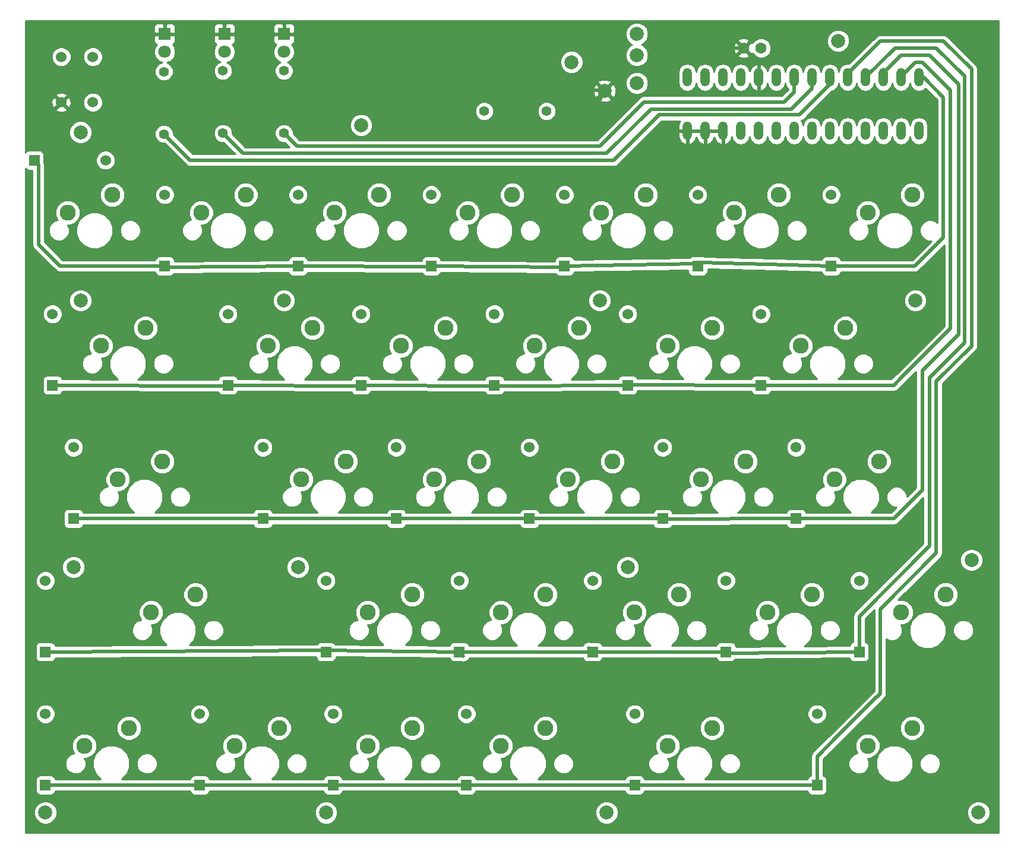
<source format=gbr>
G04 #@! TF.FileFunction,Copper,L1,Top,Signal*
%FSLAX46Y46*%
G04 Gerber Fmt 4.6, Leading zero omitted, Abs format (unit mm)*
G04 Created by KiCad (PCBNEW 4.0.1-stable) date 2017/02/02 22:45:04*
%MOMM*%
G01*
G04 APERTURE LIST*
%ADD10C,0.100000*%
%ADD11C,2.000000*%
%ADD12R,1.524000X1.524000*%
%ADD13C,1.524000*%
%ADD14C,1.397000*%
%ADD15C,2.286000*%
%ADD16O,1.320800X2.641600*%
%ADD17C,1.600000*%
%ADD18R,1.800000X1.800000*%
%ADD19C,1.800000*%
%ADD20C,0.600000*%
%ADD21C,0.500000*%
%ADD22C,0.254000*%
G04 APERTURE END LIST*
D10*
D11*
X116000000Y-108000000D03*
D12*
X31420000Y-50000000D03*
D13*
X41580000Y-50000000D03*
D12*
X50000000Y-65080000D03*
D13*
X50000000Y-54920000D03*
D12*
X69000000Y-65080000D03*
D13*
X69000000Y-54920000D03*
D12*
X88000000Y-65080000D03*
D13*
X88000000Y-54920000D03*
D12*
X107000000Y-65080000D03*
D13*
X107000000Y-54920000D03*
D12*
X126000000Y-65080000D03*
D13*
X126000000Y-54920000D03*
D12*
X145000000Y-65080000D03*
D13*
X145000000Y-54920000D03*
D12*
X34000000Y-82080000D03*
D13*
X34000000Y-71920000D03*
D12*
X59000000Y-82080000D03*
D13*
X59000000Y-71920000D03*
D12*
X78000000Y-82080000D03*
D13*
X78000000Y-71920000D03*
D12*
X97000000Y-82080000D03*
D13*
X97000000Y-71920000D03*
D12*
X116000000Y-82080000D03*
D13*
X116000000Y-71920000D03*
D12*
X135000000Y-82080000D03*
D13*
X135000000Y-71920000D03*
D12*
X37000000Y-101080000D03*
D13*
X37000000Y-90920000D03*
D12*
X64000000Y-101080000D03*
D13*
X64000000Y-90920000D03*
D12*
X83000000Y-101080000D03*
D13*
X83000000Y-90920000D03*
D12*
X102000000Y-101080000D03*
D13*
X102000000Y-90920000D03*
D12*
X121000000Y-101080000D03*
D13*
X121000000Y-90920000D03*
D12*
X140000000Y-101080000D03*
D13*
X140000000Y-90920000D03*
D12*
X33000000Y-120080000D03*
D13*
X33000000Y-109920000D03*
D12*
X73000000Y-120080000D03*
D13*
X73000000Y-109920000D03*
D12*
X92000000Y-120080000D03*
D13*
X92000000Y-109920000D03*
D12*
X111000000Y-120080000D03*
D13*
X111000000Y-109920000D03*
D12*
X130000000Y-120080000D03*
D13*
X130000000Y-109920000D03*
D12*
X149000000Y-120080000D03*
D13*
X149000000Y-109920000D03*
D12*
X33000000Y-139080000D03*
D13*
X33000000Y-128920000D03*
D12*
X55000000Y-139080000D03*
D13*
X55000000Y-128920000D03*
D12*
X74000000Y-139080000D03*
D13*
X74000000Y-128920000D03*
D12*
X93000000Y-139080000D03*
D13*
X93000000Y-128920000D03*
D12*
X117000000Y-139080000D03*
D13*
X117000000Y-128920000D03*
D12*
X143000000Y-139080000D03*
D13*
X143000000Y-128920000D03*
D11*
X117300000Y-32000000D03*
X117300000Y-35000000D03*
X112700000Y-40100000D03*
X117300000Y-39000000D03*
D14*
X95555000Y-43000000D03*
X104445000Y-43000000D03*
X49900000Y-46245000D03*
X49900000Y-37355000D03*
X58300000Y-46145000D03*
X58300000Y-37255000D03*
X67000000Y-46145000D03*
X67000000Y-37255000D03*
D15*
X42540000Y-54920000D03*
X36190000Y-57460000D03*
X61540000Y-54920000D03*
X55190000Y-57460000D03*
X80540000Y-54920000D03*
X74190000Y-57460000D03*
X99540000Y-54920000D03*
X93190000Y-57460000D03*
X118540000Y-54920000D03*
X112190000Y-57460000D03*
X137540000Y-54920000D03*
X131190000Y-57460000D03*
X156540000Y-54920000D03*
X150190000Y-57460000D03*
X47290000Y-73920000D03*
X40940000Y-76460000D03*
X71040000Y-73920000D03*
X64690000Y-76460000D03*
X90040000Y-73920000D03*
X83690000Y-76460000D03*
X109040000Y-73920000D03*
X102690000Y-76460000D03*
X128040000Y-73920000D03*
X121690000Y-76460000D03*
X147040000Y-73920000D03*
X140690000Y-76460000D03*
X49665000Y-92920000D03*
X43315000Y-95460000D03*
X75790000Y-92920000D03*
X69440000Y-95460000D03*
X94790000Y-92920000D03*
X88440000Y-95460000D03*
X113790000Y-92920000D03*
X107440000Y-95460000D03*
X132790000Y-92920000D03*
X126440000Y-95460000D03*
X151790000Y-92920000D03*
X145440000Y-95460000D03*
X54415000Y-111920000D03*
X48065000Y-114460000D03*
X85290000Y-111920000D03*
X78940000Y-114460000D03*
X104290000Y-111920000D03*
X97940000Y-114460000D03*
X123290000Y-111920000D03*
X116940000Y-114460000D03*
X142290000Y-111920000D03*
X135940000Y-114460000D03*
X161290000Y-111920000D03*
X154940000Y-114460000D03*
X66290000Y-130920000D03*
X59940000Y-133460000D03*
X85290000Y-130920000D03*
X78940000Y-133460000D03*
D16*
X157510000Y-38190000D03*
X154970000Y-38190000D03*
X152430000Y-38190000D03*
X149890000Y-38190000D03*
X147350000Y-38190000D03*
X144810000Y-38190000D03*
X142270000Y-38190000D03*
X139730000Y-38190000D03*
X137190000Y-38190000D03*
X134650000Y-38190000D03*
X132110000Y-38190000D03*
X129570000Y-38190000D03*
X127030000Y-38190000D03*
X124490000Y-38190000D03*
X124490000Y-45810000D03*
X127030000Y-45810000D03*
X129570000Y-45810000D03*
X132110000Y-45810000D03*
X134650000Y-45810000D03*
X137190000Y-45810000D03*
X139730000Y-45810000D03*
X142270000Y-45810000D03*
X144810000Y-45810000D03*
X147350000Y-45810000D03*
X149890000Y-45810000D03*
X152430000Y-45810000D03*
X154970000Y-45810000D03*
X157510000Y-45810000D03*
D17*
X135000000Y-34000000D03*
X132500000Y-34000000D03*
D18*
X50000000Y-32000000D03*
D19*
X50000000Y-34540000D03*
D18*
X58500000Y-32000000D03*
D19*
X58500000Y-34540000D03*
D18*
X67000000Y-32000000D03*
D19*
X67000000Y-34540000D03*
D13*
X39750000Y-41750000D03*
X35250000Y-41750000D03*
X35250000Y-35250000D03*
X39750000Y-35250000D03*
D15*
X44915000Y-130920000D03*
X38565000Y-133460000D03*
X104290000Y-130920000D03*
X97940000Y-133460000D03*
X128040000Y-130920000D03*
X121690000Y-133460000D03*
X156540000Y-130920000D03*
X150190000Y-133460000D03*
D11*
X157000000Y-70000000D03*
X67000000Y-70000000D03*
X112000000Y-70000000D03*
X69000000Y-108000000D03*
X165000000Y-107000000D03*
X73000000Y-143000000D03*
X166000000Y-143000000D03*
X78000000Y-45000000D03*
X38000000Y-46000000D03*
X33000000Y-143000000D03*
X37000000Y-108000000D03*
X38000000Y-70000000D03*
X108000000Y-36000000D03*
X146000000Y-33000000D03*
X113000000Y-143000000D03*
D20*
X83000000Y-32000000D03*
X111000000Y-47000000D03*
D21*
X157510000Y-38190000D02*
X158190000Y-38190000D01*
X161000000Y-41000000D02*
X161000000Y-46000000D01*
X158190000Y-38190000D02*
X161000000Y-41000000D01*
X145000000Y-65080000D02*
X156920000Y-65080000D01*
X161000000Y-46000000D02*
X161000000Y-61000000D01*
X156920000Y-65080000D02*
X161000000Y-61000000D01*
X50000000Y-65080000D02*
X35080000Y-65080000D01*
X32000000Y-62000000D02*
X32000000Y-50580000D01*
X35080000Y-65080000D02*
X32000000Y-62000000D01*
X32000000Y-50580000D02*
X31420000Y-50000000D01*
X49900000Y-65180000D02*
X50000000Y-65080000D01*
X157510000Y-38190000D02*
X157510000Y-38510000D01*
X107000000Y-65080000D02*
X125700000Y-64780000D01*
X125700000Y-64780000D02*
X126000000Y-65080000D01*
X145000000Y-65080000D02*
X126500000Y-64580000D01*
X126500000Y-64580000D02*
X126000000Y-65080000D01*
X88000000Y-65080000D02*
X106800000Y-65280000D01*
X106800000Y-65280000D02*
X106900000Y-65380000D01*
X144500000Y-65580000D02*
X145000000Y-65080000D01*
X69000000Y-65080000D02*
X87900000Y-65180000D01*
X87900000Y-65180000D02*
X88000000Y-65080000D01*
X49900000Y-64980000D02*
X50200000Y-65280000D01*
X50200000Y-65280000D02*
X69000000Y-65080000D01*
X135000000Y-82080000D02*
X153920000Y-82080000D01*
X153920000Y-82080000D02*
X154000000Y-82000000D01*
X154970000Y-38190000D02*
X154970000Y-38030000D01*
X154970000Y-38030000D02*
X157000000Y-36000000D01*
X155000000Y-81000000D02*
X154000000Y-82000000D01*
X157000000Y-79000000D02*
X155000000Y-81000000D01*
X162000000Y-74000000D02*
X157000000Y-79000000D01*
X162000000Y-40000000D02*
X162000000Y-74000000D01*
X158000000Y-36000000D02*
X162000000Y-40000000D01*
X157000000Y-36000000D02*
X158000000Y-36000000D01*
X78000000Y-82080000D02*
X96900000Y-82180000D01*
X96900000Y-82180000D02*
X97000000Y-82080000D01*
X59000000Y-82080000D02*
X77900000Y-82180000D01*
X77900000Y-82180000D02*
X78000000Y-82080000D01*
X34000000Y-82080000D02*
X58900000Y-82180000D01*
X58900000Y-82180000D02*
X59100000Y-81980000D01*
X96900000Y-82180000D02*
X116000000Y-82080000D01*
X116000000Y-82080000D02*
X116100000Y-81980000D01*
X116100000Y-81980000D02*
X135000000Y-82080000D01*
X37000000Y-101080000D02*
X64000000Y-101080000D01*
X140000000Y-101080000D02*
X153920000Y-101080000D01*
X158000000Y-97000000D02*
X158000000Y-80000000D01*
X153920000Y-101080000D02*
X158000000Y-97000000D01*
X155000000Y-35000000D02*
X159000000Y-35000000D01*
X152430000Y-37570000D02*
X155000000Y-35000000D01*
X163199998Y-74800002D02*
X158000000Y-80000000D01*
X163199998Y-39199998D02*
X163199998Y-74800002D01*
X159000000Y-35000000D02*
X163199998Y-39199998D01*
X152430000Y-38190000D02*
X152430000Y-37570000D01*
X140000000Y-100800000D02*
X140000000Y-101080000D01*
X140000000Y-101080000D02*
X140000000Y-100800000D01*
X64000000Y-101080000D02*
X83000000Y-101080000D01*
X102000000Y-101080000D02*
X83000000Y-101080000D01*
X152430000Y-38190000D02*
X152430000Y-37070000D01*
X63500000Y-100580000D02*
X64000000Y-101080000D01*
X102000000Y-101080000D02*
X121000000Y-101080000D01*
X121000000Y-101080000D02*
X121100000Y-101180000D01*
X121100000Y-101180000D02*
X140000000Y-101080000D01*
X111000000Y-120080000D02*
X130000000Y-120080000D01*
X92000000Y-120080000D02*
X111000000Y-120080000D01*
X149000000Y-120080000D02*
X149000000Y-115000000D01*
X164000000Y-76000000D02*
X164000000Y-38000000D01*
X164000000Y-38000000D02*
X160000000Y-34000000D01*
X160000000Y-34000000D02*
X154080000Y-34000000D01*
X154080000Y-34000000D02*
X149890000Y-38190000D01*
X159000000Y-81000000D02*
X164000000Y-76000000D01*
X159000000Y-105000000D02*
X159000000Y-81000000D01*
X149000000Y-115000000D02*
X159000000Y-105000000D01*
X149000000Y-120080000D02*
X149000000Y-120000000D01*
X149000000Y-120080000D02*
X149320000Y-120080000D01*
X129600000Y-120480000D02*
X130000000Y-120080000D01*
X110400000Y-119480000D02*
X111000000Y-120080000D01*
X149890000Y-38190000D02*
X149890000Y-37610000D01*
X33000000Y-120080000D02*
X72800000Y-119880000D01*
X72800000Y-119880000D02*
X92000000Y-120080000D01*
X92000000Y-120080000D02*
X92600000Y-120680000D01*
X129600000Y-120480000D02*
X129800000Y-120280000D01*
X129800000Y-120280000D02*
X149000000Y-120080000D01*
X33000000Y-139080000D02*
X55000000Y-139080000D01*
X117000000Y-139080000D02*
X143000000Y-139080000D01*
X93000000Y-139080000D02*
X117000000Y-139080000D01*
X74000000Y-139080000D02*
X93000000Y-139080000D01*
X55000000Y-139080000D02*
X74000000Y-139080000D01*
X143000000Y-139080000D02*
X143000000Y-135000000D01*
X143000000Y-135000000D02*
X146000000Y-132000000D01*
X152000000Y-114000000D02*
X152000000Y-126000000D01*
X152000000Y-33000000D02*
X161000000Y-33000000D01*
X161000000Y-33000000D02*
X165000000Y-37000000D01*
X165000000Y-37000000D02*
X165000000Y-76500000D01*
X165000000Y-76500000D02*
X160000000Y-81500000D01*
X160000000Y-81500000D02*
X160000000Y-106000000D01*
X160000000Y-106000000D02*
X152000000Y-114000000D01*
X147350000Y-37650000D02*
X152000000Y-33000000D01*
X152000000Y-126000000D02*
X150000000Y-128000000D01*
X147350000Y-38190000D02*
X147350000Y-37650000D01*
X151500000Y-126500000D02*
X150000000Y-128000000D01*
X150000000Y-128000000D02*
X146000000Y-132000000D01*
X146000000Y-132000000D02*
X145500000Y-132500000D01*
X93400000Y-139480000D02*
X93000000Y-139080000D01*
X92600000Y-139480000D02*
X93000000Y-139080000D01*
X142600000Y-139480000D02*
X143000000Y-139080000D01*
X74000000Y-139080000D02*
X74400000Y-138680000D01*
X116600000Y-138680000D02*
X117000000Y-139080000D01*
X108000000Y-40000000D02*
X91000000Y-40000000D01*
X91000000Y-40000000D02*
X83000000Y-32000000D01*
X132500000Y-34000000D02*
X125000000Y-34000000D01*
X115800000Y-37000000D02*
X112700000Y-40100000D01*
X122000000Y-37000000D02*
X115800000Y-37000000D01*
X125000000Y-34000000D02*
X122000000Y-37000000D01*
X108000000Y-40000000D02*
X112100000Y-40000000D01*
X112100000Y-40000000D02*
X112700000Y-40100000D01*
X111000000Y-47000000D02*
X111000000Y-43000000D01*
X111100000Y-43100000D02*
X112700000Y-40100000D01*
X111000000Y-43000000D02*
X111100000Y-43100000D01*
X139000000Y-43500000D02*
X140500000Y-43500000D01*
X141000000Y-43000000D02*
X144810000Y-39190000D01*
X140500000Y-43500000D02*
X141000000Y-43000000D01*
X144810000Y-38190000D02*
X144810000Y-39190000D01*
X53655000Y-50000000D02*
X49900000Y-46245000D01*
X114000000Y-50000000D02*
X53655000Y-50000000D01*
X120500000Y-43500000D02*
X114000000Y-50000000D01*
X139000000Y-43500000D02*
X120500000Y-43500000D01*
X144810000Y-38190000D02*
X144810000Y-37810000D01*
X142270000Y-38190000D02*
X142270000Y-39730000D01*
X61155000Y-49000000D02*
X58300000Y-46145000D01*
X113000000Y-49000000D02*
X61155000Y-49000000D01*
X119300002Y-42699998D02*
X113000000Y-49000000D01*
X139300002Y-42699998D02*
X119300002Y-42699998D01*
X142270000Y-39730000D02*
X139300002Y-42699998D01*
X142270000Y-39230000D02*
X142270000Y-38190000D01*
X142270000Y-38190000D02*
X142270000Y-37270000D01*
X139730000Y-38190000D02*
X139730000Y-40270000D01*
X138300002Y-41699998D02*
X118300002Y-41699998D01*
X139730000Y-40270000D02*
X138300002Y-41699998D01*
X68855000Y-48000000D02*
X67000000Y-46145000D01*
X112000000Y-48000000D02*
X68855000Y-48000000D01*
X118300002Y-41699998D02*
X112000000Y-48000000D01*
D22*
G36*
X168873000Y-145873000D02*
X30127000Y-145873000D01*
X30127000Y-143323795D01*
X31364716Y-143323795D01*
X31613106Y-143924943D01*
X32072637Y-144385278D01*
X32673352Y-144634716D01*
X33323795Y-144635284D01*
X33924943Y-144386894D01*
X34385278Y-143927363D01*
X34634716Y-143326648D01*
X34634718Y-143323795D01*
X71364716Y-143323795D01*
X71613106Y-143924943D01*
X72072637Y-144385278D01*
X72673352Y-144634716D01*
X73323795Y-144635284D01*
X73924943Y-144386894D01*
X74385278Y-143927363D01*
X74634716Y-143326648D01*
X74634718Y-143323795D01*
X111364716Y-143323795D01*
X111613106Y-143924943D01*
X112072637Y-144385278D01*
X112673352Y-144634716D01*
X113323795Y-144635284D01*
X113924943Y-144386894D01*
X114385278Y-143927363D01*
X114634716Y-143326648D01*
X114634718Y-143323795D01*
X164364716Y-143323795D01*
X164613106Y-143924943D01*
X165072637Y-144385278D01*
X165673352Y-144634716D01*
X166323795Y-144635284D01*
X166924943Y-144386894D01*
X167385278Y-143927363D01*
X167634716Y-143326648D01*
X167635284Y-142676205D01*
X167386894Y-142075057D01*
X166927363Y-141614722D01*
X166326648Y-141365284D01*
X165676205Y-141364716D01*
X165075057Y-141613106D01*
X164614722Y-142072637D01*
X164365284Y-142673352D01*
X164364716Y-143323795D01*
X114634718Y-143323795D01*
X114635284Y-142676205D01*
X114386894Y-142075057D01*
X113927363Y-141614722D01*
X113326648Y-141365284D01*
X112676205Y-141364716D01*
X112075057Y-141613106D01*
X111614722Y-142072637D01*
X111365284Y-142673352D01*
X111364716Y-143323795D01*
X74634718Y-143323795D01*
X74635284Y-142676205D01*
X74386894Y-142075057D01*
X73927363Y-141614722D01*
X73326648Y-141365284D01*
X72676205Y-141364716D01*
X72075057Y-141613106D01*
X71614722Y-142072637D01*
X71365284Y-142673352D01*
X71364716Y-143323795D01*
X34634718Y-143323795D01*
X34635284Y-142676205D01*
X34386894Y-142075057D01*
X33927363Y-141614722D01*
X33326648Y-141365284D01*
X32676205Y-141364716D01*
X32075057Y-141613106D01*
X31614722Y-142072637D01*
X31365284Y-142673352D01*
X31364716Y-143323795D01*
X30127000Y-143323795D01*
X30127000Y-136294267D01*
X35808842Y-136294267D01*
X36034580Y-136840595D01*
X36452206Y-137258951D01*
X36998139Y-137485642D01*
X37589267Y-137486158D01*
X38135595Y-137260420D01*
X38553951Y-136842794D01*
X38780642Y-136296861D01*
X38781158Y-135705733D01*
X38587903Y-135238021D01*
X38917114Y-135238308D01*
X39570840Y-134968194D01*
X40071436Y-134468471D01*
X40342691Y-133815218D01*
X40343308Y-133107886D01*
X40073194Y-132454160D01*
X39573471Y-131953564D01*
X38920218Y-131682309D01*
X38212886Y-131681692D01*
X37559160Y-131951806D01*
X37058564Y-132451529D01*
X36787309Y-133104782D01*
X36786692Y-133812114D01*
X37056806Y-134465840D01*
X37104815Y-134513933D01*
X37000733Y-134513842D01*
X36454405Y-134739580D01*
X36036049Y-135157206D01*
X35809358Y-135703139D01*
X35808842Y-136294267D01*
X30127000Y-136294267D01*
X30127000Y-131272114D01*
X43136692Y-131272114D01*
X43406806Y-131925840D01*
X43906529Y-132426436D01*
X44559782Y-132697691D01*
X45267114Y-132698308D01*
X45920840Y-132428194D01*
X46421436Y-131928471D01*
X46692691Y-131275218D01*
X46692693Y-131272114D01*
X64511692Y-131272114D01*
X64781806Y-131925840D01*
X65281529Y-132426436D01*
X65934782Y-132697691D01*
X66642114Y-132698308D01*
X67295840Y-132428194D01*
X67796436Y-131928471D01*
X68067691Y-131275218D01*
X68067693Y-131272114D01*
X83511692Y-131272114D01*
X83781806Y-131925840D01*
X84281529Y-132426436D01*
X84934782Y-132697691D01*
X85642114Y-132698308D01*
X86295840Y-132428194D01*
X86796436Y-131928471D01*
X87067691Y-131275218D01*
X87067693Y-131272114D01*
X102511692Y-131272114D01*
X102781806Y-131925840D01*
X103281529Y-132426436D01*
X103934782Y-132697691D01*
X104642114Y-132698308D01*
X105295840Y-132428194D01*
X105796436Y-131928471D01*
X106067691Y-131275218D01*
X106067693Y-131272114D01*
X126261692Y-131272114D01*
X126531806Y-131925840D01*
X127031529Y-132426436D01*
X127684782Y-132697691D01*
X128392114Y-132698308D01*
X129045840Y-132428194D01*
X129546436Y-131928471D01*
X129817691Y-131275218D01*
X129818308Y-130567886D01*
X129548194Y-129914160D01*
X129048471Y-129413564D01*
X128526112Y-129196661D01*
X141602758Y-129196661D01*
X141814990Y-129710303D01*
X142207630Y-130103629D01*
X142720900Y-130316757D01*
X143276661Y-130317242D01*
X143790303Y-130105010D01*
X144183629Y-129712370D01*
X144396757Y-129199100D01*
X144397242Y-128643339D01*
X144185010Y-128129697D01*
X143792370Y-127736371D01*
X143279100Y-127523243D01*
X142723339Y-127522758D01*
X142209697Y-127734990D01*
X141816371Y-128127630D01*
X141603243Y-128640900D01*
X141602758Y-129196661D01*
X128526112Y-129196661D01*
X128395218Y-129142309D01*
X127687886Y-129141692D01*
X127034160Y-129411806D01*
X126533564Y-129911529D01*
X126262309Y-130564782D01*
X126261692Y-131272114D01*
X106067693Y-131272114D01*
X106068308Y-130567886D01*
X105798194Y-129914160D01*
X105298471Y-129413564D01*
X104776112Y-129196661D01*
X115602758Y-129196661D01*
X115814990Y-129710303D01*
X116207630Y-130103629D01*
X116720900Y-130316757D01*
X117276661Y-130317242D01*
X117790303Y-130105010D01*
X118183629Y-129712370D01*
X118396757Y-129199100D01*
X118397242Y-128643339D01*
X118185010Y-128129697D01*
X117792370Y-127736371D01*
X117279100Y-127523243D01*
X116723339Y-127522758D01*
X116209697Y-127734990D01*
X115816371Y-128127630D01*
X115603243Y-128640900D01*
X115602758Y-129196661D01*
X104776112Y-129196661D01*
X104645218Y-129142309D01*
X103937886Y-129141692D01*
X103284160Y-129411806D01*
X102783564Y-129911529D01*
X102512309Y-130564782D01*
X102511692Y-131272114D01*
X87067693Y-131272114D01*
X87068308Y-130567886D01*
X86798194Y-129914160D01*
X86298471Y-129413564D01*
X85776112Y-129196661D01*
X91602758Y-129196661D01*
X91814990Y-129710303D01*
X92207630Y-130103629D01*
X92720900Y-130316757D01*
X93276661Y-130317242D01*
X93790303Y-130105010D01*
X94183629Y-129712370D01*
X94396757Y-129199100D01*
X94397242Y-128643339D01*
X94185010Y-128129697D01*
X93792370Y-127736371D01*
X93279100Y-127523243D01*
X92723339Y-127522758D01*
X92209697Y-127734990D01*
X91816371Y-128127630D01*
X91603243Y-128640900D01*
X91602758Y-129196661D01*
X85776112Y-129196661D01*
X85645218Y-129142309D01*
X84937886Y-129141692D01*
X84284160Y-129411806D01*
X83783564Y-129911529D01*
X83512309Y-130564782D01*
X83511692Y-131272114D01*
X68067693Y-131272114D01*
X68068308Y-130567886D01*
X67798194Y-129914160D01*
X67298471Y-129413564D01*
X66776112Y-129196661D01*
X72602758Y-129196661D01*
X72814990Y-129710303D01*
X73207630Y-130103629D01*
X73720900Y-130316757D01*
X74276661Y-130317242D01*
X74790303Y-130105010D01*
X75183629Y-129712370D01*
X75396757Y-129199100D01*
X75397242Y-128643339D01*
X75185010Y-128129697D01*
X74792370Y-127736371D01*
X74279100Y-127523243D01*
X73723339Y-127522758D01*
X73209697Y-127734990D01*
X72816371Y-128127630D01*
X72603243Y-128640900D01*
X72602758Y-129196661D01*
X66776112Y-129196661D01*
X66645218Y-129142309D01*
X65937886Y-129141692D01*
X65284160Y-129411806D01*
X64783564Y-129911529D01*
X64512309Y-130564782D01*
X64511692Y-131272114D01*
X46692693Y-131272114D01*
X46693308Y-130567886D01*
X46423194Y-129914160D01*
X45923471Y-129413564D01*
X45401112Y-129196661D01*
X53602758Y-129196661D01*
X53814990Y-129710303D01*
X54207630Y-130103629D01*
X54720900Y-130316757D01*
X55276661Y-130317242D01*
X55790303Y-130105010D01*
X56183629Y-129712370D01*
X56396757Y-129199100D01*
X56397242Y-128643339D01*
X56185010Y-128129697D01*
X55792370Y-127736371D01*
X55279100Y-127523243D01*
X54723339Y-127522758D01*
X54209697Y-127734990D01*
X53816371Y-128127630D01*
X53603243Y-128640900D01*
X53602758Y-129196661D01*
X45401112Y-129196661D01*
X45270218Y-129142309D01*
X44562886Y-129141692D01*
X43909160Y-129411806D01*
X43408564Y-129911529D01*
X43137309Y-130564782D01*
X43136692Y-131272114D01*
X30127000Y-131272114D01*
X30127000Y-129196661D01*
X31602758Y-129196661D01*
X31814990Y-129710303D01*
X32207630Y-130103629D01*
X32720900Y-130316757D01*
X33276661Y-130317242D01*
X33790303Y-130105010D01*
X34183629Y-129712370D01*
X34396757Y-129199100D01*
X34397242Y-128643339D01*
X34185010Y-128129697D01*
X33792370Y-127736371D01*
X33279100Y-127523243D01*
X32723339Y-127522758D01*
X32209697Y-127734990D01*
X31816371Y-128127630D01*
X31603243Y-128640900D01*
X31602758Y-129196661D01*
X30127000Y-129196661D01*
X30127000Y-117294267D01*
X45308842Y-117294267D01*
X45534580Y-117840595D01*
X45952206Y-118258951D01*
X46498139Y-118485642D01*
X47089267Y-118486158D01*
X47635595Y-118260420D01*
X48053951Y-117842794D01*
X48280642Y-117296861D01*
X48281158Y-116705733D01*
X48087903Y-116238021D01*
X48417114Y-116238308D01*
X49070840Y-115968194D01*
X49571436Y-115468471D01*
X49842691Y-114815218D01*
X49843308Y-114107886D01*
X49573194Y-113454160D01*
X49073471Y-112953564D01*
X48420218Y-112682309D01*
X47712886Y-112681692D01*
X47059160Y-112951806D01*
X46558564Y-113451529D01*
X46287309Y-114104782D01*
X46286692Y-114812114D01*
X46556806Y-115465840D01*
X46604815Y-115513933D01*
X46500733Y-115513842D01*
X45954405Y-115739580D01*
X45536049Y-116157206D01*
X45309358Y-116703139D01*
X45308842Y-117294267D01*
X30127000Y-117294267D01*
X30127000Y-112272114D01*
X52636692Y-112272114D01*
X52906806Y-112925840D01*
X53406529Y-113426436D01*
X54059782Y-113697691D01*
X54767114Y-113698308D01*
X55420840Y-113428194D01*
X55921436Y-112928471D01*
X56192691Y-112275218D01*
X56192693Y-112272114D01*
X83511692Y-112272114D01*
X83781806Y-112925840D01*
X84281529Y-113426436D01*
X84934782Y-113697691D01*
X85642114Y-113698308D01*
X86295840Y-113428194D01*
X86796436Y-112928471D01*
X87067691Y-112275218D01*
X87067693Y-112272114D01*
X102511692Y-112272114D01*
X102781806Y-112925840D01*
X103281529Y-113426436D01*
X103934782Y-113697691D01*
X104642114Y-113698308D01*
X105295840Y-113428194D01*
X105796436Y-112928471D01*
X106067691Y-112275218D01*
X106067693Y-112272114D01*
X121511692Y-112272114D01*
X121781806Y-112925840D01*
X122281529Y-113426436D01*
X122934782Y-113697691D01*
X123642114Y-113698308D01*
X124295840Y-113428194D01*
X124796436Y-112928471D01*
X125067691Y-112275218D01*
X125067693Y-112272114D01*
X140511692Y-112272114D01*
X140781806Y-112925840D01*
X141281529Y-113426436D01*
X141934782Y-113697691D01*
X142642114Y-113698308D01*
X143295840Y-113428194D01*
X143796436Y-112928471D01*
X144067691Y-112275218D01*
X144068308Y-111567886D01*
X143798194Y-110914160D01*
X143298471Y-110413564D01*
X142776112Y-110196661D01*
X147602758Y-110196661D01*
X147814990Y-110710303D01*
X148207630Y-111103629D01*
X148720900Y-111316757D01*
X149276661Y-111317242D01*
X149790303Y-111105010D01*
X150183629Y-110712370D01*
X150396757Y-110199100D01*
X150397242Y-109643339D01*
X150185010Y-109129697D01*
X149792370Y-108736371D01*
X149279100Y-108523243D01*
X148723339Y-108522758D01*
X148209697Y-108734990D01*
X147816371Y-109127630D01*
X147603243Y-109640900D01*
X147602758Y-110196661D01*
X142776112Y-110196661D01*
X142645218Y-110142309D01*
X141937886Y-110141692D01*
X141284160Y-110411806D01*
X140783564Y-110911529D01*
X140512309Y-111564782D01*
X140511692Y-112272114D01*
X125067693Y-112272114D01*
X125068308Y-111567886D01*
X124798194Y-110914160D01*
X124298471Y-110413564D01*
X123776112Y-110196661D01*
X128602758Y-110196661D01*
X128814990Y-110710303D01*
X129207630Y-111103629D01*
X129720900Y-111316757D01*
X130276661Y-111317242D01*
X130790303Y-111105010D01*
X131183629Y-110712370D01*
X131396757Y-110199100D01*
X131397242Y-109643339D01*
X131185010Y-109129697D01*
X130792370Y-108736371D01*
X130279100Y-108523243D01*
X129723339Y-108522758D01*
X129209697Y-108734990D01*
X128816371Y-109127630D01*
X128603243Y-109640900D01*
X128602758Y-110196661D01*
X123776112Y-110196661D01*
X123645218Y-110142309D01*
X122937886Y-110141692D01*
X122284160Y-110411806D01*
X121783564Y-110911529D01*
X121512309Y-111564782D01*
X121511692Y-112272114D01*
X106067693Y-112272114D01*
X106068308Y-111567886D01*
X105798194Y-110914160D01*
X105298471Y-110413564D01*
X104776112Y-110196661D01*
X109602758Y-110196661D01*
X109814990Y-110710303D01*
X110207630Y-111103629D01*
X110720900Y-111316757D01*
X111276661Y-111317242D01*
X111790303Y-111105010D01*
X112183629Y-110712370D01*
X112396757Y-110199100D01*
X112397242Y-109643339D01*
X112185010Y-109129697D01*
X111792370Y-108736371D01*
X111279100Y-108523243D01*
X110723339Y-108522758D01*
X110209697Y-108734990D01*
X109816371Y-109127630D01*
X109603243Y-109640900D01*
X109602758Y-110196661D01*
X104776112Y-110196661D01*
X104645218Y-110142309D01*
X103937886Y-110141692D01*
X103284160Y-110411806D01*
X102783564Y-110911529D01*
X102512309Y-111564782D01*
X102511692Y-112272114D01*
X87067693Y-112272114D01*
X87068308Y-111567886D01*
X86798194Y-110914160D01*
X86298471Y-110413564D01*
X85776112Y-110196661D01*
X90602758Y-110196661D01*
X90814990Y-110710303D01*
X91207630Y-111103629D01*
X91720900Y-111316757D01*
X92276661Y-111317242D01*
X92790303Y-111105010D01*
X93183629Y-110712370D01*
X93396757Y-110199100D01*
X93397242Y-109643339D01*
X93185010Y-109129697D01*
X92792370Y-108736371D01*
X92279100Y-108523243D01*
X91723339Y-108522758D01*
X91209697Y-108734990D01*
X90816371Y-109127630D01*
X90603243Y-109640900D01*
X90602758Y-110196661D01*
X85776112Y-110196661D01*
X85645218Y-110142309D01*
X84937886Y-110141692D01*
X84284160Y-110411806D01*
X83783564Y-110911529D01*
X83512309Y-111564782D01*
X83511692Y-112272114D01*
X56192693Y-112272114D01*
X56193308Y-111567886D01*
X55923194Y-110914160D01*
X55423471Y-110413564D01*
X54901112Y-110196661D01*
X71602758Y-110196661D01*
X71814990Y-110710303D01*
X72207630Y-111103629D01*
X72720900Y-111316757D01*
X73276661Y-111317242D01*
X73790303Y-111105010D01*
X74183629Y-110712370D01*
X74396757Y-110199100D01*
X74397242Y-109643339D01*
X74185010Y-109129697D01*
X73792370Y-108736371D01*
X73279100Y-108523243D01*
X72723339Y-108522758D01*
X72209697Y-108734990D01*
X71816371Y-109127630D01*
X71603243Y-109640900D01*
X71602758Y-110196661D01*
X54901112Y-110196661D01*
X54770218Y-110142309D01*
X54062886Y-110141692D01*
X53409160Y-110411806D01*
X52908564Y-110911529D01*
X52637309Y-111564782D01*
X52636692Y-112272114D01*
X30127000Y-112272114D01*
X30127000Y-110196661D01*
X31602758Y-110196661D01*
X31814990Y-110710303D01*
X32207630Y-111103629D01*
X32720900Y-111316757D01*
X33276661Y-111317242D01*
X33790303Y-111105010D01*
X34183629Y-110712370D01*
X34396757Y-110199100D01*
X34397242Y-109643339D01*
X34185010Y-109129697D01*
X33792370Y-108736371D01*
X33279100Y-108523243D01*
X32723339Y-108522758D01*
X32209697Y-108734990D01*
X31816371Y-109127630D01*
X31603243Y-109640900D01*
X31602758Y-110196661D01*
X30127000Y-110196661D01*
X30127000Y-108323795D01*
X35364716Y-108323795D01*
X35613106Y-108924943D01*
X36072637Y-109385278D01*
X36673352Y-109634716D01*
X37323795Y-109635284D01*
X37924943Y-109386894D01*
X38385278Y-108927363D01*
X38634716Y-108326648D01*
X38634718Y-108323795D01*
X67364716Y-108323795D01*
X67613106Y-108924943D01*
X68072637Y-109385278D01*
X68673352Y-109634716D01*
X69323795Y-109635284D01*
X69924943Y-109386894D01*
X70385278Y-108927363D01*
X70634716Y-108326648D01*
X70634718Y-108323795D01*
X114364716Y-108323795D01*
X114613106Y-108924943D01*
X115072637Y-109385278D01*
X115673352Y-109634716D01*
X116323795Y-109635284D01*
X116924943Y-109386894D01*
X117385278Y-108927363D01*
X117634716Y-108326648D01*
X117635284Y-107676205D01*
X117386894Y-107075057D01*
X116927363Y-106614722D01*
X116326648Y-106365284D01*
X115676205Y-106364716D01*
X115075057Y-106613106D01*
X114614722Y-107072637D01*
X114365284Y-107673352D01*
X114364716Y-108323795D01*
X70634718Y-108323795D01*
X70635284Y-107676205D01*
X70386894Y-107075057D01*
X69927363Y-106614722D01*
X69326648Y-106365284D01*
X68676205Y-106364716D01*
X68075057Y-106613106D01*
X67614722Y-107072637D01*
X67365284Y-107673352D01*
X67364716Y-108323795D01*
X38634718Y-108323795D01*
X38635284Y-107676205D01*
X38386894Y-107075057D01*
X37927363Y-106614722D01*
X37326648Y-106365284D01*
X36676205Y-106364716D01*
X36075057Y-106613106D01*
X35614722Y-107072637D01*
X35365284Y-107673352D01*
X35364716Y-108323795D01*
X30127000Y-108323795D01*
X30127000Y-98294267D01*
X40558842Y-98294267D01*
X40784580Y-98840595D01*
X41202206Y-99258951D01*
X41748139Y-99485642D01*
X42339267Y-99486158D01*
X42885595Y-99260420D01*
X43303951Y-98842794D01*
X43530642Y-98296861D01*
X43531158Y-97705733D01*
X43337903Y-97238021D01*
X43667114Y-97238308D01*
X44320840Y-96968194D01*
X44821436Y-96468471D01*
X45092691Y-95815218D01*
X45093308Y-95107886D01*
X44823194Y-94454160D01*
X44323471Y-93953564D01*
X43670218Y-93682309D01*
X42962886Y-93681692D01*
X42309160Y-93951806D01*
X41808564Y-94451529D01*
X41537309Y-95104782D01*
X41536692Y-95812114D01*
X41806806Y-96465840D01*
X41854815Y-96513933D01*
X41750733Y-96513842D01*
X41204405Y-96739580D01*
X40786049Y-97157206D01*
X40559358Y-97703139D01*
X40558842Y-98294267D01*
X30127000Y-98294267D01*
X30127000Y-93272114D01*
X47886692Y-93272114D01*
X48156806Y-93925840D01*
X48656529Y-94426436D01*
X49309782Y-94697691D01*
X50017114Y-94698308D01*
X50670840Y-94428194D01*
X51171436Y-93928471D01*
X51442691Y-93275218D01*
X51442693Y-93272114D01*
X74011692Y-93272114D01*
X74281806Y-93925840D01*
X74781529Y-94426436D01*
X75434782Y-94697691D01*
X76142114Y-94698308D01*
X76795840Y-94428194D01*
X77296436Y-93928471D01*
X77567691Y-93275218D01*
X77567693Y-93272114D01*
X93011692Y-93272114D01*
X93281806Y-93925840D01*
X93781529Y-94426436D01*
X94434782Y-94697691D01*
X95142114Y-94698308D01*
X95795840Y-94428194D01*
X96296436Y-93928471D01*
X96567691Y-93275218D01*
X96567693Y-93272114D01*
X112011692Y-93272114D01*
X112281806Y-93925840D01*
X112781529Y-94426436D01*
X113434782Y-94697691D01*
X114142114Y-94698308D01*
X114795840Y-94428194D01*
X115296436Y-93928471D01*
X115567691Y-93275218D01*
X115567693Y-93272114D01*
X131011692Y-93272114D01*
X131281806Y-93925840D01*
X131781529Y-94426436D01*
X132434782Y-94697691D01*
X133142114Y-94698308D01*
X133795840Y-94428194D01*
X134296436Y-93928471D01*
X134567691Y-93275218D01*
X134567693Y-93272114D01*
X150011692Y-93272114D01*
X150281806Y-93925840D01*
X150781529Y-94426436D01*
X151434782Y-94697691D01*
X152142114Y-94698308D01*
X152795840Y-94428194D01*
X153296436Y-93928471D01*
X153567691Y-93275218D01*
X153568308Y-92567886D01*
X153298194Y-91914160D01*
X152798471Y-91413564D01*
X152145218Y-91142309D01*
X151437886Y-91141692D01*
X150784160Y-91411806D01*
X150283564Y-91911529D01*
X150012309Y-92564782D01*
X150011692Y-93272114D01*
X134567693Y-93272114D01*
X134568308Y-92567886D01*
X134298194Y-91914160D01*
X133798471Y-91413564D01*
X133276112Y-91196661D01*
X138602758Y-91196661D01*
X138814990Y-91710303D01*
X139207630Y-92103629D01*
X139720900Y-92316757D01*
X140276661Y-92317242D01*
X140790303Y-92105010D01*
X141183629Y-91712370D01*
X141396757Y-91199100D01*
X141397242Y-90643339D01*
X141185010Y-90129697D01*
X140792370Y-89736371D01*
X140279100Y-89523243D01*
X139723339Y-89522758D01*
X139209697Y-89734990D01*
X138816371Y-90127630D01*
X138603243Y-90640900D01*
X138602758Y-91196661D01*
X133276112Y-91196661D01*
X133145218Y-91142309D01*
X132437886Y-91141692D01*
X131784160Y-91411806D01*
X131283564Y-91911529D01*
X131012309Y-92564782D01*
X131011692Y-93272114D01*
X115567693Y-93272114D01*
X115568308Y-92567886D01*
X115298194Y-91914160D01*
X114798471Y-91413564D01*
X114276112Y-91196661D01*
X119602758Y-91196661D01*
X119814990Y-91710303D01*
X120207630Y-92103629D01*
X120720900Y-92316757D01*
X121276661Y-92317242D01*
X121790303Y-92105010D01*
X122183629Y-91712370D01*
X122396757Y-91199100D01*
X122397242Y-90643339D01*
X122185010Y-90129697D01*
X121792370Y-89736371D01*
X121279100Y-89523243D01*
X120723339Y-89522758D01*
X120209697Y-89734990D01*
X119816371Y-90127630D01*
X119603243Y-90640900D01*
X119602758Y-91196661D01*
X114276112Y-91196661D01*
X114145218Y-91142309D01*
X113437886Y-91141692D01*
X112784160Y-91411806D01*
X112283564Y-91911529D01*
X112012309Y-92564782D01*
X112011692Y-93272114D01*
X96567693Y-93272114D01*
X96568308Y-92567886D01*
X96298194Y-91914160D01*
X95798471Y-91413564D01*
X95276112Y-91196661D01*
X100602758Y-91196661D01*
X100814990Y-91710303D01*
X101207630Y-92103629D01*
X101720900Y-92316757D01*
X102276661Y-92317242D01*
X102790303Y-92105010D01*
X103183629Y-91712370D01*
X103396757Y-91199100D01*
X103397242Y-90643339D01*
X103185010Y-90129697D01*
X102792370Y-89736371D01*
X102279100Y-89523243D01*
X101723339Y-89522758D01*
X101209697Y-89734990D01*
X100816371Y-90127630D01*
X100603243Y-90640900D01*
X100602758Y-91196661D01*
X95276112Y-91196661D01*
X95145218Y-91142309D01*
X94437886Y-91141692D01*
X93784160Y-91411806D01*
X93283564Y-91911529D01*
X93012309Y-92564782D01*
X93011692Y-93272114D01*
X77567693Y-93272114D01*
X77568308Y-92567886D01*
X77298194Y-91914160D01*
X76798471Y-91413564D01*
X76276112Y-91196661D01*
X81602758Y-91196661D01*
X81814990Y-91710303D01*
X82207630Y-92103629D01*
X82720900Y-92316757D01*
X83276661Y-92317242D01*
X83790303Y-92105010D01*
X84183629Y-91712370D01*
X84396757Y-91199100D01*
X84397242Y-90643339D01*
X84185010Y-90129697D01*
X83792370Y-89736371D01*
X83279100Y-89523243D01*
X82723339Y-89522758D01*
X82209697Y-89734990D01*
X81816371Y-90127630D01*
X81603243Y-90640900D01*
X81602758Y-91196661D01*
X76276112Y-91196661D01*
X76145218Y-91142309D01*
X75437886Y-91141692D01*
X74784160Y-91411806D01*
X74283564Y-91911529D01*
X74012309Y-92564782D01*
X74011692Y-93272114D01*
X51442693Y-93272114D01*
X51443308Y-92567886D01*
X51173194Y-91914160D01*
X50673471Y-91413564D01*
X50151112Y-91196661D01*
X62602758Y-91196661D01*
X62814990Y-91710303D01*
X63207630Y-92103629D01*
X63720900Y-92316757D01*
X64276661Y-92317242D01*
X64790303Y-92105010D01*
X65183629Y-91712370D01*
X65396757Y-91199100D01*
X65397242Y-90643339D01*
X65185010Y-90129697D01*
X64792370Y-89736371D01*
X64279100Y-89523243D01*
X63723339Y-89522758D01*
X63209697Y-89734990D01*
X62816371Y-90127630D01*
X62603243Y-90640900D01*
X62602758Y-91196661D01*
X50151112Y-91196661D01*
X50020218Y-91142309D01*
X49312886Y-91141692D01*
X48659160Y-91411806D01*
X48158564Y-91911529D01*
X47887309Y-92564782D01*
X47886692Y-93272114D01*
X30127000Y-93272114D01*
X30127000Y-91196661D01*
X35602758Y-91196661D01*
X35814990Y-91710303D01*
X36207630Y-92103629D01*
X36720900Y-92316757D01*
X37276661Y-92317242D01*
X37790303Y-92105010D01*
X38183629Y-91712370D01*
X38396757Y-91199100D01*
X38397242Y-90643339D01*
X38185010Y-90129697D01*
X37792370Y-89736371D01*
X37279100Y-89523243D01*
X36723339Y-89522758D01*
X36209697Y-89734990D01*
X35816371Y-90127630D01*
X35603243Y-90640900D01*
X35602758Y-91196661D01*
X30127000Y-91196661D01*
X30127000Y-79294267D01*
X38183842Y-79294267D01*
X38409580Y-79840595D01*
X38827206Y-80258951D01*
X39373139Y-80485642D01*
X39964267Y-80486158D01*
X40510595Y-80260420D01*
X40928951Y-79842794D01*
X41155642Y-79296861D01*
X41156158Y-78705733D01*
X40962903Y-78238021D01*
X41292114Y-78238308D01*
X41945840Y-77968194D01*
X42446436Y-77468471D01*
X42717691Y-76815218D01*
X42718308Y-76107886D01*
X42448194Y-75454160D01*
X41948471Y-74953564D01*
X41295218Y-74682309D01*
X40587886Y-74681692D01*
X39934160Y-74951806D01*
X39433564Y-75451529D01*
X39162309Y-76104782D01*
X39161692Y-76812114D01*
X39431806Y-77465840D01*
X39479815Y-77513933D01*
X39375733Y-77513842D01*
X38829405Y-77739580D01*
X38411049Y-78157206D01*
X38184358Y-78703139D01*
X38183842Y-79294267D01*
X30127000Y-79294267D01*
X30127000Y-74272114D01*
X45511692Y-74272114D01*
X45781806Y-74925840D01*
X46281529Y-75426436D01*
X46934782Y-75697691D01*
X47642114Y-75698308D01*
X48295840Y-75428194D01*
X48796436Y-74928471D01*
X49067691Y-74275218D01*
X49067693Y-74272114D01*
X69261692Y-74272114D01*
X69531806Y-74925840D01*
X70031529Y-75426436D01*
X70684782Y-75697691D01*
X71392114Y-75698308D01*
X72045840Y-75428194D01*
X72546436Y-74928471D01*
X72817691Y-74275218D01*
X72817693Y-74272114D01*
X88261692Y-74272114D01*
X88531806Y-74925840D01*
X89031529Y-75426436D01*
X89684782Y-75697691D01*
X90392114Y-75698308D01*
X91045840Y-75428194D01*
X91546436Y-74928471D01*
X91817691Y-74275218D01*
X91817693Y-74272114D01*
X107261692Y-74272114D01*
X107531806Y-74925840D01*
X108031529Y-75426436D01*
X108684782Y-75697691D01*
X109392114Y-75698308D01*
X110045840Y-75428194D01*
X110546436Y-74928471D01*
X110817691Y-74275218D01*
X110817693Y-74272114D01*
X126261692Y-74272114D01*
X126531806Y-74925840D01*
X127031529Y-75426436D01*
X127684782Y-75697691D01*
X128392114Y-75698308D01*
X129045840Y-75428194D01*
X129546436Y-74928471D01*
X129817691Y-74275218D01*
X129817693Y-74272114D01*
X145261692Y-74272114D01*
X145531806Y-74925840D01*
X146031529Y-75426436D01*
X146684782Y-75697691D01*
X147392114Y-75698308D01*
X148045840Y-75428194D01*
X148546436Y-74928471D01*
X148817691Y-74275218D01*
X148818308Y-73567886D01*
X148548194Y-72914160D01*
X148048471Y-72413564D01*
X147395218Y-72142309D01*
X146687886Y-72141692D01*
X146034160Y-72411806D01*
X145533564Y-72911529D01*
X145262309Y-73564782D01*
X145261692Y-74272114D01*
X129817693Y-74272114D01*
X129818308Y-73567886D01*
X129548194Y-72914160D01*
X129048471Y-72413564D01*
X128526112Y-72196661D01*
X133602758Y-72196661D01*
X133814990Y-72710303D01*
X134207630Y-73103629D01*
X134720900Y-73316757D01*
X135276661Y-73317242D01*
X135790303Y-73105010D01*
X136183629Y-72712370D01*
X136396757Y-72199100D01*
X136397242Y-71643339D01*
X136185010Y-71129697D01*
X135792370Y-70736371D01*
X135279100Y-70523243D01*
X134723339Y-70522758D01*
X134209697Y-70734990D01*
X133816371Y-71127630D01*
X133603243Y-71640900D01*
X133602758Y-72196661D01*
X128526112Y-72196661D01*
X128395218Y-72142309D01*
X127687886Y-72141692D01*
X127034160Y-72411806D01*
X126533564Y-72911529D01*
X126262309Y-73564782D01*
X126261692Y-74272114D01*
X110817693Y-74272114D01*
X110818308Y-73567886D01*
X110548194Y-72914160D01*
X110048471Y-72413564D01*
X109526112Y-72196661D01*
X114602758Y-72196661D01*
X114814990Y-72710303D01*
X115207630Y-73103629D01*
X115720900Y-73316757D01*
X116276661Y-73317242D01*
X116790303Y-73105010D01*
X117183629Y-72712370D01*
X117396757Y-72199100D01*
X117397242Y-71643339D01*
X117185010Y-71129697D01*
X116792370Y-70736371D01*
X116279100Y-70523243D01*
X115723339Y-70522758D01*
X115209697Y-70734990D01*
X114816371Y-71127630D01*
X114603243Y-71640900D01*
X114602758Y-72196661D01*
X109526112Y-72196661D01*
X109395218Y-72142309D01*
X108687886Y-72141692D01*
X108034160Y-72411806D01*
X107533564Y-72911529D01*
X107262309Y-73564782D01*
X107261692Y-74272114D01*
X91817693Y-74272114D01*
X91818308Y-73567886D01*
X91548194Y-72914160D01*
X91048471Y-72413564D01*
X90526112Y-72196661D01*
X95602758Y-72196661D01*
X95814990Y-72710303D01*
X96207630Y-73103629D01*
X96720900Y-73316757D01*
X97276661Y-73317242D01*
X97790303Y-73105010D01*
X98183629Y-72712370D01*
X98396757Y-72199100D01*
X98397242Y-71643339D01*
X98185010Y-71129697D01*
X97792370Y-70736371D01*
X97279100Y-70523243D01*
X96723339Y-70522758D01*
X96209697Y-70734990D01*
X95816371Y-71127630D01*
X95603243Y-71640900D01*
X95602758Y-72196661D01*
X90526112Y-72196661D01*
X90395218Y-72142309D01*
X89687886Y-72141692D01*
X89034160Y-72411806D01*
X88533564Y-72911529D01*
X88262309Y-73564782D01*
X88261692Y-74272114D01*
X72817693Y-74272114D01*
X72818308Y-73567886D01*
X72548194Y-72914160D01*
X72048471Y-72413564D01*
X71526112Y-72196661D01*
X76602758Y-72196661D01*
X76814990Y-72710303D01*
X77207630Y-73103629D01*
X77720900Y-73316757D01*
X78276661Y-73317242D01*
X78790303Y-73105010D01*
X79183629Y-72712370D01*
X79396757Y-72199100D01*
X79397242Y-71643339D01*
X79185010Y-71129697D01*
X78792370Y-70736371D01*
X78279100Y-70523243D01*
X77723339Y-70522758D01*
X77209697Y-70734990D01*
X76816371Y-71127630D01*
X76603243Y-71640900D01*
X76602758Y-72196661D01*
X71526112Y-72196661D01*
X71395218Y-72142309D01*
X70687886Y-72141692D01*
X70034160Y-72411806D01*
X69533564Y-72911529D01*
X69262309Y-73564782D01*
X69261692Y-74272114D01*
X49067693Y-74272114D01*
X49068308Y-73567886D01*
X48798194Y-72914160D01*
X48298471Y-72413564D01*
X47776112Y-72196661D01*
X57602758Y-72196661D01*
X57814990Y-72710303D01*
X58207630Y-73103629D01*
X58720900Y-73316757D01*
X59276661Y-73317242D01*
X59790303Y-73105010D01*
X60183629Y-72712370D01*
X60396757Y-72199100D01*
X60397242Y-71643339D01*
X60185010Y-71129697D01*
X59792370Y-70736371D01*
X59279100Y-70523243D01*
X58723339Y-70522758D01*
X58209697Y-70734990D01*
X57816371Y-71127630D01*
X57603243Y-71640900D01*
X57602758Y-72196661D01*
X47776112Y-72196661D01*
X47645218Y-72142309D01*
X46937886Y-72141692D01*
X46284160Y-72411806D01*
X45783564Y-72911529D01*
X45512309Y-73564782D01*
X45511692Y-74272114D01*
X30127000Y-74272114D01*
X30127000Y-72196661D01*
X32602758Y-72196661D01*
X32814990Y-72710303D01*
X33207630Y-73103629D01*
X33720900Y-73316757D01*
X34276661Y-73317242D01*
X34790303Y-73105010D01*
X35183629Y-72712370D01*
X35396757Y-72199100D01*
X35397242Y-71643339D01*
X35185010Y-71129697D01*
X34792370Y-70736371D01*
X34279100Y-70523243D01*
X33723339Y-70522758D01*
X33209697Y-70734990D01*
X32816371Y-71127630D01*
X32603243Y-71640900D01*
X32602758Y-72196661D01*
X30127000Y-72196661D01*
X30127000Y-70323795D01*
X36364716Y-70323795D01*
X36613106Y-70924943D01*
X37072637Y-71385278D01*
X37673352Y-71634716D01*
X38323795Y-71635284D01*
X38924943Y-71386894D01*
X39385278Y-70927363D01*
X39634716Y-70326648D01*
X39634718Y-70323795D01*
X65364716Y-70323795D01*
X65613106Y-70924943D01*
X66072637Y-71385278D01*
X66673352Y-71634716D01*
X67323795Y-71635284D01*
X67924943Y-71386894D01*
X68385278Y-70927363D01*
X68634716Y-70326648D01*
X68634718Y-70323795D01*
X110364716Y-70323795D01*
X110613106Y-70924943D01*
X111072637Y-71385278D01*
X111673352Y-71634716D01*
X112323795Y-71635284D01*
X112924943Y-71386894D01*
X113385278Y-70927363D01*
X113634716Y-70326648D01*
X113634718Y-70323795D01*
X155364716Y-70323795D01*
X155613106Y-70924943D01*
X156072637Y-71385278D01*
X156673352Y-71634716D01*
X157323795Y-71635284D01*
X157924943Y-71386894D01*
X158385278Y-70927363D01*
X158634716Y-70326648D01*
X158635284Y-69676205D01*
X158386894Y-69075057D01*
X157927363Y-68614722D01*
X157326648Y-68365284D01*
X156676205Y-68364716D01*
X156075057Y-68613106D01*
X155614722Y-69072637D01*
X155365284Y-69673352D01*
X155364716Y-70323795D01*
X113634718Y-70323795D01*
X113635284Y-69676205D01*
X113386894Y-69075057D01*
X112927363Y-68614722D01*
X112326648Y-68365284D01*
X111676205Y-68364716D01*
X111075057Y-68613106D01*
X110614722Y-69072637D01*
X110365284Y-69673352D01*
X110364716Y-70323795D01*
X68634718Y-70323795D01*
X68635284Y-69676205D01*
X68386894Y-69075057D01*
X67927363Y-68614722D01*
X67326648Y-68365284D01*
X66676205Y-68364716D01*
X66075057Y-68613106D01*
X65614722Y-69072637D01*
X65365284Y-69673352D01*
X65364716Y-70323795D01*
X39634718Y-70323795D01*
X39635284Y-69676205D01*
X39386894Y-69075057D01*
X38927363Y-68614722D01*
X38326648Y-68365284D01*
X37676205Y-68364716D01*
X37075057Y-68613106D01*
X36614722Y-69072637D01*
X36365284Y-69673352D01*
X36364716Y-70323795D01*
X30127000Y-70323795D01*
X30127000Y-51109460D01*
X30193910Y-51213441D01*
X30406110Y-51358431D01*
X30658000Y-51409440D01*
X31115000Y-51409440D01*
X31115000Y-61999995D01*
X31114999Y-62000000D01*
X31171190Y-62282484D01*
X31182367Y-62338675D01*
X31374210Y-62625790D01*
X34454208Y-65705787D01*
X34454210Y-65705790D01*
X34741325Y-65897633D01*
X34782328Y-65905789D01*
X35080000Y-65965001D01*
X35080005Y-65965000D01*
X48613704Y-65965000D01*
X48634838Y-66077317D01*
X48773910Y-66293441D01*
X48986110Y-66438431D01*
X49238000Y-66489440D01*
X50762000Y-66489440D01*
X50997317Y-66445162D01*
X51213441Y-66306090D01*
X51317935Y-66153157D01*
X67616483Y-65979768D01*
X67634838Y-66077317D01*
X67773910Y-66293441D01*
X67986110Y-66438431D01*
X68238000Y-66489440D01*
X69762000Y-66489440D01*
X69997317Y-66445162D01*
X70213441Y-66306090D01*
X70358431Y-66093890D01*
X70383047Y-65972330D01*
X86631260Y-66058300D01*
X86634838Y-66077317D01*
X86773910Y-66293441D01*
X86986110Y-66438431D01*
X87238000Y-66489440D01*
X88762000Y-66489440D01*
X88997317Y-66445162D01*
X89213441Y-66306090D01*
X89358431Y-66093890D01*
X89381545Y-65979747D01*
X105683651Y-66153174D01*
X105773910Y-66293441D01*
X105986110Y-66438431D01*
X106238000Y-66489440D01*
X107762000Y-66489440D01*
X107997317Y-66445162D01*
X108213441Y-66306090D01*
X108358431Y-66093890D01*
X108389021Y-65942830D01*
X124590560Y-65682912D01*
X124590560Y-65842000D01*
X124634838Y-66077317D01*
X124773910Y-66293441D01*
X124986110Y-66438431D01*
X125238000Y-66489440D01*
X126762000Y-66489440D01*
X126997317Y-66445162D01*
X127213441Y-66306090D01*
X127358431Y-66093890D01*
X127409440Y-65842000D01*
X127409440Y-65489903D01*
X143606679Y-65927666D01*
X143634838Y-66077317D01*
X143773910Y-66293441D01*
X143986110Y-66438431D01*
X144238000Y-66489440D01*
X145762000Y-66489440D01*
X145997317Y-66445162D01*
X146213441Y-66306090D01*
X146358431Y-66093890D01*
X146384532Y-65965000D01*
X156919995Y-65965000D01*
X156920000Y-65965001D01*
X157217672Y-65905789D01*
X157258675Y-65897633D01*
X157545790Y-65705790D01*
X157545791Y-65705789D01*
X161115000Y-62136579D01*
X161115000Y-73633421D01*
X156374210Y-78374210D01*
X156374208Y-78374213D01*
X154374210Y-80374210D01*
X154374208Y-80374213D01*
X153553420Y-81195000D01*
X146022240Y-81195000D01*
X146727373Y-80491096D01*
X147128442Y-79525215D01*
X147128643Y-79294267D01*
X148093842Y-79294267D01*
X148319580Y-79840595D01*
X148737206Y-80258951D01*
X149283139Y-80485642D01*
X149874267Y-80486158D01*
X150420595Y-80260420D01*
X150838951Y-79842794D01*
X151065642Y-79296861D01*
X151066158Y-78705733D01*
X150840420Y-78159405D01*
X150422794Y-77741049D01*
X149876861Y-77514358D01*
X149285733Y-77513842D01*
X148739405Y-77739580D01*
X148321049Y-78157206D01*
X148094358Y-78703139D01*
X148093842Y-79294267D01*
X147128643Y-79294267D01*
X147129355Y-78479374D01*
X146729972Y-77512793D01*
X145991096Y-76772627D01*
X145025215Y-76371558D01*
X143979374Y-76370645D01*
X143012793Y-76770028D01*
X142272627Y-77508904D01*
X141871558Y-78474785D01*
X141870645Y-79520626D01*
X142270028Y-80487207D01*
X142976587Y-81195000D01*
X136386296Y-81195000D01*
X136365162Y-81082683D01*
X136226090Y-80866559D01*
X136013890Y-80721569D01*
X135762000Y-80670560D01*
X134238000Y-80670560D01*
X134002683Y-80714838D01*
X133786559Y-80853910D01*
X133641569Y-81066110D01*
X133616953Y-81187670D01*
X127064314Y-81152999D01*
X127727373Y-80491096D01*
X128128442Y-79525215D01*
X128128643Y-79294267D01*
X129093842Y-79294267D01*
X129319580Y-79840595D01*
X129737206Y-80258951D01*
X130283139Y-80485642D01*
X130874267Y-80486158D01*
X131420595Y-80260420D01*
X131838951Y-79842794D01*
X132065642Y-79296861D01*
X132065644Y-79294267D01*
X137933842Y-79294267D01*
X138159580Y-79840595D01*
X138577206Y-80258951D01*
X139123139Y-80485642D01*
X139714267Y-80486158D01*
X140260595Y-80260420D01*
X140678951Y-79842794D01*
X140905642Y-79296861D01*
X140906158Y-78705733D01*
X140712903Y-78238021D01*
X141042114Y-78238308D01*
X141695840Y-77968194D01*
X142196436Y-77468471D01*
X142467691Y-76815218D01*
X142468308Y-76107886D01*
X142198194Y-75454160D01*
X141698471Y-74953564D01*
X141045218Y-74682309D01*
X140337886Y-74681692D01*
X139684160Y-74951806D01*
X139183564Y-75451529D01*
X138912309Y-76104782D01*
X138911692Y-76812114D01*
X139181806Y-77465840D01*
X139229815Y-77513933D01*
X139125733Y-77513842D01*
X138579405Y-77739580D01*
X138161049Y-78157206D01*
X137934358Y-78703139D01*
X137933842Y-79294267D01*
X132065644Y-79294267D01*
X132066158Y-78705733D01*
X131840420Y-78159405D01*
X131422794Y-77741049D01*
X130876861Y-77514358D01*
X130285733Y-77513842D01*
X129739405Y-77739580D01*
X129321049Y-78157206D01*
X129094358Y-78703139D01*
X129093842Y-79294267D01*
X128128643Y-79294267D01*
X128129355Y-78479374D01*
X127729972Y-77512793D01*
X126991096Y-76772627D01*
X126025215Y-76371558D01*
X124979374Y-76370645D01*
X124012793Y-76770028D01*
X123272627Y-77508904D01*
X122871558Y-78474785D01*
X122870645Y-79520626D01*
X123270028Y-80487207D01*
X123918042Y-81136353D01*
X117368740Y-81101700D01*
X117365162Y-81082683D01*
X117226090Y-80866559D01*
X117013890Y-80721569D01*
X116762000Y-80670560D01*
X115238000Y-80670560D01*
X115002683Y-80714838D01*
X114786559Y-80853910D01*
X114641569Y-81066110D01*
X114614001Y-81202244D01*
X107970128Y-81237029D01*
X107987207Y-81229972D01*
X108727373Y-80491096D01*
X109128442Y-79525215D01*
X109128643Y-79294267D01*
X110093842Y-79294267D01*
X110319580Y-79840595D01*
X110737206Y-80258951D01*
X111283139Y-80485642D01*
X111874267Y-80486158D01*
X112420595Y-80260420D01*
X112838951Y-79842794D01*
X113065642Y-79296861D01*
X113065644Y-79294267D01*
X118933842Y-79294267D01*
X119159580Y-79840595D01*
X119577206Y-80258951D01*
X120123139Y-80485642D01*
X120714267Y-80486158D01*
X121260595Y-80260420D01*
X121678951Y-79842794D01*
X121905642Y-79296861D01*
X121906158Y-78705733D01*
X121712903Y-78238021D01*
X122042114Y-78238308D01*
X122695840Y-77968194D01*
X123196436Y-77468471D01*
X123467691Y-76815218D01*
X123468308Y-76107886D01*
X123198194Y-75454160D01*
X122698471Y-74953564D01*
X122045218Y-74682309D01*
X121337886Y-74681692D01*
X120684160Y-74951806D01*
X120183564Y-75451529D01*
X119912309Y-76104782D01*
X119911692Y-76812114D01*
X120181806Y-77465840D01*
X120229815Y-77513933D01*
X120125733Y-77513842D01*
X119579405Y-77739580D01*
X119161049Y-78157206D01*
X118934358Y-78703139D01*
X118933842Y-79294267D01*
X113065644Y-79294267D01*
X113066158Y-78705733D01*
X112840420Y-78159405D01*
X112422794Y-77741049D01*
X111876861Y-77514358D01*
X111285733Y-77513842D01*
X110739405Y-77739580D01*
X110321049Y-78157206D01*
X110094358Y-78703139D01*
X110093842Y-79294267D01*
X109128643Y-79294267D01*
X109129355Y-78479374D01*
X108729972Y-77512793D01*
X107991096Y-76772627D01*
X107025215Y-76371558D01*
X105979374Y-76370645D01*
X105012793Y-76770028D01*
X104272627Y-77508904D01*
X103871558Y-78474785D01*
X103870645Y-79520626D01*
X104270028Y-80487207D01*
X105008904Y-81227373D01*
X105068741Y-81252219D01*
X98403629Y-81287115D01*
X98365162Y-81082683D01*
X98226090Y-80866559D01*
X98013890Y-80721569D01*
X97762000Y-80670560D01*
X96238000Y-80670560D01*
X96002683Y-80714838D01*
X95786559Y-80853910D01*
X95641569Y-81066110D01*
X95596617Y-81288091D01*
X88931891Y-81252828D01*
X88987207Y-81229972D01*
X89727373Y-80491096D01*
X90128442Y-79525215D01*
X90128643Y-79294267D01*
X91093842Y-79294267D01*
X91319580Y-79840595D01*
X91737206Y-80258951D01*
X92283139Y-80485642D01*
X92874267Y-80486158D01*
X93420595Y-80260420D01*
X93838951Y-79842794D01*
X94065642Y-79296861D01*
X94065644Y-79294267D01*
X99933842Y-79294267D01*
X100159580Y-79840595D01*
X100577206Y-80258951D01*
X101123139Y-80485642D01*
X101714267Y-80486158D01*
X102260595Y-80260420D01*
X102678951Y-79842794D01*
X102905642Y-79296861D01*
X102906158Y-78705733D01*
X102712903Y-78238021D01*
X103042114Y-78238308D01*
X103695840Y-77968194D01*
X104196436Y-77468471D01*
X104467691Y-76815218D01*
X104468308Y-76107886D01*
X104198194Y-75454160D01*
X103698471Y-74953564D01*
X103045218Y-74682309D01*
X102337886Y-74681692D01*
X101684160Y-74951806D01*
X101183564Y-75451529D01*
X100912309Y-76104782D01*
X100911692Y-76812114D01*
X101181806Y-77465840D01*
X101229815Y-77513933D01*
X101125733Y-77513842D01*
X100579405Y-77739580D01*
X100161049Y-78157206D01*
X99934358Y-78703139D01*
X99933842Y-79294267D01*
X94065644Y-79294267D01*
X94066158Y-78705733D01*
X93840420Y-78159405D01*
X93422794Y-77741049D01*
X92876861Y-77514358D01*
X92285733Y-77513842D01*
X91739405Y-77739580D01*
X91321049Y-78157206D01*
X91094358Y-78703139D01*
X91093842Y-79294267D01*
X90128643Y-79294267D01*
X90129355Y-78479374D01*
X89729972Y-77512793D01*
X88991096Y-76772627D01*
X88025215Y-76371558D01*
X86979374Y-76370645D01*
X86012793Y-76770028D01*
X85272627Y-77508904D01*
X84871558Y-78474785D01*
X84870645Y-79520626D01*
X85270028Y-80487207D01*
X86008904Y-81227373D01*
X86033272Y-81237491D01*
X79387675Y-81202329D01*
X79365162Y-81082683D01*
X79226090Y-80866559D01*
X79013890Y-80721569D01*
X78762000Y-80670560D01*
X77238000Y-80670560D01*
X77002683Y-80714838D01*
X76786559Y-80853910D01*
X76641569Y-81066110D01*
X76596617Y-81288091D01*
X69931891Y-81252828D01*
X69987207Y-81229972D01*
X70727373Y-80491096D01*
X71128442Y-79525215D01*
X71128643Y-79294267D01*
X72093842Y-79294267D01*
X72319580Y-79840595D01*
X72737206Y-80258951D01*
X73283139Y-80485642D01*
X73874267Y-80486158D01*
X74420595Y-80260420D01*
X74838951Y-79842794D01*
X75065642Y-79296861D01*
X75065644Y-79294267D01*
X80933842Y-79294267D01*
X81159580Y-79840595D01*
X81577206Y-80258951D01*
X82123139Y-80485642D01*
X82714267Y-80486158D01*
X83260595Y-80260420D01*
X83678951Y-79842794D01*
X83905642Y-79296861D01*
X83906158Y-78705733D01*
X83712903Y-78238021D01*
X84042114Y-78238308D01*
X84695840Y-77968194D01*
X85196436Y-77468471D01*
X85467691Y-76815218D01*
X85468308Y-76107886D01*
X85198194Y-75454160D01*
X84698471Y-74953564D01*
X84045218Y-74682309D01*
X83337886Y-74681692D01*
X82684160Y-74951806D01*
X82183564Y-75451529D01*
X81912309Y-76104782D01*
X81911692Y-76812114D01*
X82181806Y-77465840D01*
X82229815Y-77513933D01*
X82125733Y-77513842D01*
X81579405Y-77739580D01*
X81161049Y-78157206D01*
X80934358Y-78703139D01*
X80933842Y-79294267D01*
X75065644Y-79294267D01*
X75066158Y-78705733D01*
X74840420Y-78159405D01*
X74422794Y-77741049D01*
X73876861Y-77514358D01*
X73285733Y-77513842D01*
X72739405Y-77739580D01*
X72321049Y-78157206D01*
X72094358Y-78703139D01*
X72093842Y-79294267D01*
X71128643Y-79294267D01*
X71129355Y-78479374D01*
X70729972Y-77512793D01*
X69991096Y-76772627D01*
X69025215Y-76371558D01*
X67979374Y-76370645D01*
X67012793Y-76770028D01*
X66272627Y-77508904D01*
X65871558Y-78474785D01*
X65870645Y-79520626D01*
X66270028Y-80487207D01*
X67008904Y-81227373D01*
X67033272Y-81237491D01*
X60387675Y-81202329D01*
X60365162Y-81082683D01*
X60226090Y-80866559D01*
X60013890Y-80721569D01*
X59762000Y-80670560D01*
X58238000Y-80670560D01*
X58002683Y-80714838D01*
X57786559Y-80853910D01*
X57641569Y-81066110D01*
X57596279Y-81289757D01*
X46203252Y-81244002D01*
X46237207Y-81229972D01*
X46977373Y-80491096D01*
X47378442Y-79525215D01*
X47378643Y-79294267D01*
X48343842Y-79294267D01*
X48569580Y-79840595D01*
X48987206Y-80258951D01*
X49533139Y-80485642D01*
X50124267Y-80486158D01*
X50670595Y-80260420D01*
X51088951Y-79842794D01*
X51315642Y-79296861D01*
X51315644Y-79294267D01*
X61933842Y-79294267D01*
X62159580Y-79840595D01*
X62577206Y-80258951D01*
X63123139Y-80485642D01*
X63714267Y-80486158D01*
X64260595Y-80260420D01*
X64678951Y-79842794D01*
X64905642Y-79296861D01*
X64906158Y-78705733D01*
X64712903Y-78238021D01*
X65042114Y-78238308D01*
X65695840Y-77968194D01*
X66196436Y-77468471D01*
X66467691Y-76815218D01*
X66468308Y-76107886D01*
X66198194Y-75454160D01*
X65698471Y-74953564D01*
X65045218Y-74682309D01*
X64337886Y-74681692D01*
X63684160Y-74951806D01*
X63183564Y-75451529D01*
X62912309Y-76104782D01*
X62911692Y-76812114D01*
X63181806Y-77465840D01*
X63229815Y-77513933D01*
X63125733Y-77513842D01*
X62579405Y-77739580D01*
X62161049Y-78157206D01*
X61934358Y-78703139D01*
X61933842Y-79294267D01*
X51315644Y-79294267D01*
X51316158Y-78705733D01*
X51090420Y-78159405D01*
X50672794Y-77741049D01*
X50126861Y-77514358D01*
X49535733Y-77513842D01*
X48989405Y-77739580D01*
X48571049Y-78157206D01*
X48344358Y-78703139D01*
X48343842Y-79294267D01*
X47378643Y-79294267D01*
X47379355Y-78479374D01*
X46979972Y-77512793D01*
X46241096Y-76772627D01*
X45275215Y-76371558D01*
X44229374Y-76370645D01*
X43262793Y-76770028D01*
X42522627Y-77508904D01*
X42121558Y-78474785D01*
X42120645Y-79520626D01*
X42520028Y-80487207D01*
X43258904Y-81227373D01*
X43270586Y-81232224D01*
X35387343Y-81200564D01*
X35365162Y-81082683D01*
X35226090Y-80866559D01*
X35013890Y-80721569D01*
X34762000Y-80670560D01*
X33238000Y-80670560D01*
X33002683Y-80714838D01*
X32786559Y-80853910D01*
X32641569Y-81066110D01*
X32590560Y-81318000D01*
X32590560Y-82842000D01*
X32634838Y-83077317D01*
X32773910Y-83293441D01*
X32986110Y-83438431D01*
X33238000Y-83489440D01*
X34762000Y-83489440D01*
X34997317Y-83445162D01*
X35213441Y-83306090D01*
X35358431Y-83093890D01*
X35383405Y-82970563D01*
X57631563Y-83059913D01*
X57634838Y-83077317D01*
X57773910Y-83293441D01*
X57986110Y-83438431D01*
X58238000Y-83489440D01*
X59762000Y-83489440D01*
X59997317Y-83445162D01*
X60213441Y-83306090D01*
X60358431Y-83093890D01*
X60383047Y-82972330D01*
X76631260Y-83058300D01*
X76634838Y-83077317D01*
X76773910Y-83293441D01*
X76986110Y-83438431D01*
X77238000Y-83489440D01*
X78762000Y-83489440D01*
X78997317Y-83445162D01*
X79213441Y-83306090D01*
X79358431Y-83093890D01*
X79383047Y-82972330D01*
X95631260Y-83058300D01*
X95634838Y-83077317D01*
X95773910Y-83293441D01*
X95986110Y-83438431D01*
X96238000Y-83489440D01*
X97762000Y-83489440D01*
X97997317Y-83445162D01*
X98213441Y-83306090D01*
X98358431Y-83093890D01*
X98365833Y-83057338D01*
X114615071Y-82972263D01*
X114634838Y-83077317D01*
X114773910Y-83293441D01*
X114986110Y-83438431D01*
X115238000Y-83489440D01*
X116762000Y-83489440D01*
X116997317Y-83445162D01*
X117213441Y-83306090D01*
X117358431Y-83093890D01*
X117403383Y-82871909D01*
X133612325Y-82957671D01*
X133634838Y-83077317D01*
X133773910Y-83293441D01*
X133986110Y-83438431D01*
X134238000Y-83489440D01*
X135762000Y-83489440D01*
X135997317Y-83445162D01*
X136213441Y-83306090D01*
X136358431Y-83093890D01*
X136384532Y-82965000D01*
X153919995Y-82965000D01*
X153920000Y-82965001D01*
X154249726Y-82899413D01*
X154258675Y-82897633D01*
X154545790Y-82705790D01*
X154625787Y-82625792D01*
X154625790Y-82625790D01*
X155625787Y-81625792D01*
X155625790Y-81625790D01*
X157115000Y-80136579D01*
X157115000Y-96633421D01*
X155815960Y-97932461D01*
X155816158Y-97705733D01*
X155590420Y-97159405D01*
X155172794Y-96741049D01*
X154626861Y-96514358D01*
X154035733Y-96513842D01*
X153489405Y-96739580D01*
X153071049Y-97157206D01*
X152844358Y-97703139D01*
X152843842Y-98294267D01*
X153069580Y-98840595D01*
X153487206Y-99258951D01*
X154033139Y-99485642D01*
X154262578Y-99485842D01*
X153553420Y-100195000D01*
X150772240Y-100195000D01*
X151477373Y-99491096D01*
X151878442Y-98525215D01*
X151879355Y-97479374D01*
X151479972Y-96512793D01*
X150741096Y-95772627D01*
X149775215Y-95371558D01*
X148729374Y-95370645D01*
X147762793Y-95770028D01*
X147022627Y-96508904D01*
X146621558Y-97474785D01*
X146620645Y-98520626D01*
X147020028Y-99487207D01*
X147726587Y-100195000D01*
X141386296Y-100195000D01*
X141365162Y-100082683D01*
X141226090Y-99866559D01*
X141013890Y-99721569D01*
X140762000Y-99670560D01*
X139238000Y-99670560D01*
X139002683Y-99714838D01*
X138786559Y-99853910D01*
X138641569Y-100066110D01*
X138613986Y-100202321D01*
X131715796Y-100238819D01*
X131737207Y-100229972D01*
X132477373Y-99491096D01*
X132878442Y-98525215D01*
X132878643Y-98294267D01*
X133843842Y-98294267D01*
X134069580Y-98840595D01*
X134487206Y-99258951D01*
X135033139Y-99485642D01*
X135624267Y-99486158D01*
X136170595Y-99260420D01*
X136588951Y-98842794D01*
X136815642Y-98296861D01*
X136815644Y-98294267D01*
X142683842Y-98294267D01*
X142909580Y-98840595D01*
X143327206Y-99258951D01*
X143873139Y-99485642D01*
X144464267Y-99486158D01*
X145010595Y-99260420D01*
X145428951Y-98842794D01*
X145655642Y-98296861D01*
X145656158Y-97705733D01*
X145462903Y-97238021D01*
X145792114Y-97238308D01*
X146445840Y-96968194D01*
X146946436Y-96468471D01*
X147217691Y-95815218D01*
X147218308Y-95107886D01*
X146948194Y-94454160D01*
X146448471Y-93953564D01*
X145795218Y-93682309D01*
X145087886Y-93681692D01*
X144434160Y-93951806D01*
X143933564Y-94451529D01*
X143662309Y-95104782D01*
X143661692Y-95812114D01*
X143931806Y-96465840D01*
X143979815Y-96513933D01*
X143875733Y-96513842D01*
X143329405Y-96739580D01*
X142911049Y-97157206D01*
X142684358Y-97703139D01*
X142683842Y-98294267D01*
X136815644Y-98294267D01*
X136816158Y-97705733D01*
X136590420Y-97159405D01*
X136172794Y-96741049D01*
X135626861Y-96514358D01*
X135035733Y-96513842D01*
X134489405Y-96739580D01*
X134071049Y-97157206D01*
X133844358Y-97703139D01*
X133843842Y-98294267D01*
X132878643Y-98294267D01*
X132879355Y-97479374D01*
X132479972Y-96512793D01*
X131741096Y-95772627D01*
X130775215Y-95371558D01*
X129729374Y-95370645D01*
X128762793Y-95770028D01*
X128022627Y-96508904D01*
X127621558Y-97474785D01*
X127620645Y-98520626D01*
X128020028Y-99487207D01*
X128758904Y-100227373D01*
X128823325Y-100254123D01*
X122403812Y-100288089D01*
X122365162Y-100082683D01*
X122226090Y-99866559D01*
X122013890Y-99721569D01*
X121762000Y-99670560D01*
X120238000Y-99670560D01*
X120002683Y-99714838D01*
X119786559Y-99853910D01*
X119641569Y-100066110D01*
X119615468Y-100195000D01*
X112772240Y-100195000D01*
X113477373Y-99491096D01*
X113878442Y-98525215D01*
X113878643Y-98294267D01*
X114843842Y-98294267D01*
X115069580Y-98840595D01*
X115487206Y-99258951D01*
X116033139Y-99485642D01*
X116624267Y-99486158D01*
X117170595Y-99260420D01*
X117588951Y-98842794D01*
X117815642Y-98296861D01*
X117815644Y-98294267D01*
X123683842Y-98294267D01*
X123909580Y-98840595D01*
X124327206Y-99258951D01*
X124873139Y-99485642D01*
X125464267Y-99486158D01*
X126010595Y-99260420D01*
X126428951Y-98842794D01*
X126655642Y-98296861D01*
X126656158Y-97705733D01*
X126462903Y-97238021D01*
X126792114Y-97238308D01*
X127445840Y-96968194D01*
X127946436Y-96468471D01*
X128217691Y-95815218D01*
X128218308Y-95107886D01*
X127948194Y-94454160D01*
X127448471Y-93953564D01*
X126795218Y-93682309D01*
X126087886Y-93681692D01*
X125434160Y-93951806D01*
X124933564Y-94451529D01*
X124662309Y-95104782D01*
X124661692Y-95812114D01*
X124931806Y-96465840D01*
X124979815Y-96513933D01*
X124875733Y-96513842D01*
X124329405Y-96739580D01*
X123911049Y-97157206D01*
X123684358Y-97703139D01*
X123683842Y-98294267D01*
X117815644Y-98294267D01*
X117816158Y-97705733D01*
X117590420Y-97159405D01*
X117172794Y-96741049D01*
X116626861Y-96514358D01*
X116035733Y-96513842D01*
X115489405Y-96739580D01*
X115071049Y-97157206D01*
X114844358Y-97703139D01*
X114843842Y-98294267D01*
X113878643Y-98294267D01*
X113879355Y-97479374D01*
X113479972Y-96512793D01*
X112741096Y-95772627D01*
X111775215Y-95371558D01*
X110729374Y-95370645D01*
X109762793Y-95770028D01*
X109022627Y-96508904D01*
X108621558Y-97474785D01*
X108620645Y-98520626D01*
X109020028Y-99487207D01*
X109726587Y-100195000D01*
X103386296Y-100195000D01*
X103365162Y-100082683D01*
X103226090Y-99866559D01*
X103013890Y-99721569D01*
X102762000Y-99670560D01*
X101238000Y-99670560D01*
X101002683Y-99714838D01*
X100786559Y-99853910D01*
X100641569Y-100066110D01*
X100615468Y-100195000D01*
X93772240Y-100195000D01*
X94477373Y-99491096D01*
X94878442Y-98525215D01*
X94878643Y-98294267D01*
X95843842Y-98294267D01*
X96069580Y-98840595D01*
X96487206Y-99258951D01*
X97033139Y-99485642D01*
X97624267Y-99486158D01*
X98170595Y-99260420D01*
X98588951Y-98842794D01*
X98815642Y-98296861D01*
X98815644Y-98294267D01*
X104683842Y-98294267D01*
X104909580Y-98840595D01*
X105327206Y-99258951D01*
X105873139Y-99485642D01*
X106464267Y-99486158D01*
X107010595Y-99260420D01*
X107428951Y-98842794D01*
X107655642Y-98296861D01*
X107656158Y-97705733D01*
X107462903Y-97238021D01*
X107792114Y-97238308D01*
X108445840Y-96968194D01*
X108946436Y-96468471D01*
X109217691Y-95815218D01*
X109218308Y-95107886D01*
X108948194Y-94454160D01*
X108448471Y-93953564D01*
X107795218Y-93682309D01*
X107087886Y-93681692D01*
X106434160Y-93951806D01*
X105933564Y-94451529D01*
X105662309Y-95104782D01*
X105661692Y-95812114D01*
X105931806Y-96465840D01*
X105979815Y-96513933D01*
X105875733Y-96513842D01*
X105329405Y-96739580D01*
X104911049Y-97157206D01*
X104684358Y-97703139D01*
X104683842Y-98294267D01*
X98815644Y-98294267D01*
X98816158Y-97705733D01*
X98590420Y-97159405D01*
X98172794Y-96741049D01*
X97626861Y-96514358D01*
X97035733Y-96513842D01*
X96489405Y-96739580D01*
X96071049Y-97157206D01*
X95844358Y-97703139D01*
X95843842Y-98294267D01*
X94878643Y-98294267D01*
X94879355Y-97479374D01*
X94479972Y-96512793D01*
X93741096Y-95772627D01*
X92775215Y-95371558D01*
X91729374Y-95370645D01*
X90762793Y-95770028D01*
X90022627Y-96508904D01*
X89621558Y-97474785D01*
X89620645Y-98520626D01*
X90020028Y-99487207D01*
X90726587Y-100195000D01*
X84386296Y-100195000D01*
X84365162Y-100082683D01*
X84226090Y-99866559D01*
X84013890Y-99721569D01*
X83762000Y-99670560D01*
X82238000Y-99670560D01*
X82002683Y-99714838D01*
X81786559Y-99853910D01*
X81641569Y-100066110D01*
X81615468Y-100195000D01*
X74772240Y-100195000D01*
X75477373Y-99491096D01*
X75878442Y-98525215D01*
X75878643Y-98294267D01*
X76843842Y-98294267D01*
X77069580Y-98840595D01*
X77487206Y-99258951D01*
X78033139Y-99485642D01*
X78624267Y-99486158D01*
X79170595Y-99260420D01*
X79588951Y-98842794D01*
X79815642Y-98296861D01*
X79815644Y-98294267D01*
X85683842Y-98294267D01*
X85909580Y-98840595D01*
X86327206Y-99258951D01*
X86873139Y-99485642D01*
X87464267Y-99486158D01*
X88010595Y-99260420D01*
X88428951Y-98842794D01*
X88655642Y-98296861D01*
X88656158Y-97705733D01*
X88462903Y-97238021D01*
X88792114Y-97238308D01*
X89445840Y-96968194D01*
X89946436Y-96468471D01*
X90217691Y-95815218D01*
X90218308Y-95107886D01*
X89948194Y-94454160D01*
X89448471Y-93953564D01*
X88795218Y-93682309D01*
X88087886Y-93681692D01*
X87434160Y-93951806D01*
X86933564Y-94451529D01*
X86662309Y-95104782D01*
X86661692Y-95812114D01*
X86931806Y-96465840D01*
X86979815Y-96513933D01*
X86875733Y-96513842D01*
X86329405Y-96739580D01*
X85911049Y-97157206D01*
X85684358Y-97703139D01*
X85683842Y-98294267D01*
X79815644Y-98294267D01*
X79816158Y-97705733D01*
X79590420Y-97159405D01*
X79172794Y-96741049D01*
X78626861Y-96514358D01*
X78035733Y-96513842D01*
X77489405Y-96739580D01*
X77071049Y-97157206D01*
X76844358Y-97703139D01*
X76843842Y-98294267D01*
X75878643Y-98294267D01*
X75879355Y-97479374D01*
X75479972Y-96512793D01*
X74741096Y-95772627D01*
X73775215Y-95371558D01*
X72729374Y-95370645D01*
X71762793Y-95770028D01*
X71022627Y-96508904D01*
X70621558Y-97474785D01*
X70620645Y-98520626D01*
X71020028Y-99487207D01*
X71726587Y-100195000D01*
X65386296Y-100195000D01*
X65365162Y-100082683D01*
X65226090Y-99866559D01*
X65013890Y-99721569D01*
X64762000Y-99670560D01*
X63238000Y-99670560D01*
X63002683Y-99714838D01*
X62786559Y-99853910D01*
X62641569Y-100066110D01*
X62615468Y-100195000D01*
X48647240Y-100195000D01*
X49352373Y-99491096D01*
X49753442Y-98525215D01*
X49753643Y-98294267D01*
X50718842Y-98294267D01*
X50944580Y-98840595D01*
X51362206Y-99258951D01*
X51908139Y-99485642D01*
X52499267Y-99486158D01*
X53045595Y-99260420D01*
X53463951Y-98842794D01*
X53690642Y-98296861D01*
X53690644Y-98294267D01*
X66683842Y-98294267D01*
X66909580Y-98840595D01*
X67327206Y-99258951D01*
X67873139Y-99485642D01*
X68464267Y-99486158D01*
X69010595Y-99260420D01*
X69428951Y-98842794D01*
X69655642Y-98296861D01*
X69656158Y-97705733D01*
X69462903Y-97238021D01*
X69792114Y-97238308D01*
X70445840Y-96968194D01*
X70946436Y-96468471D01*
X71217691Y-95815218D01*
X71218308Y-95107886D01*
X70948194Y-94454160D01*
X70448471Y-93953564D01*
X69795218Y-93682309D01*
X69087886Y-93681692D01*
X68434160Y-93951806D01*
X67933564Y-94451529D01*
X67662309Y-95104782D01*
X67661692Y-95812114D01*
X67931806Y-96465840D01*
X67979815Y-96513933D01*
X67875733Y-96513842D01*
X67329405Y-96739580D01*
X66911049Y-97157206D01*
X66684358Y-97703139D01*
X66683842Y-98294267D01*
X53690644Y-98294267D01*
X53691158Y-97705733D01*
X53465420Y-97159405D01*
X53047794Y-96741049D01*
X52501861Y-96514358D01*
X51910733Y-96513842D01*
X51364405Y-96739580D01*
X50946049Y-97157206D01*
X50719358Y-97703139D01*
X50718842Y-98294267D01*
X49753643Y-98294267D01*
X49754355Y-97479374D01*
X49354972Y-96512793D01*
X48616096Y-95772627D01*
X47650215Y-95371558D01*
X46604374Y-95370645D01*
X45637793Y-95770028D01*
X44897627Y-96508904D01*
X44496558Y-97474785D01*
X44495645Y-98520626D01*
X44895028Y-99487207D01*
X45601587Y-100195000D01*
X38386296Y-100195000D01*
X38365162Y-100082683D01*
X38226090Y-99866559D01*
X38013890Y-99721569D01*
X37762000Y-99670560D01*
X36238000Y-99670560D01*
X36002683Y-99714838D01*
X35786559Y-99853910D01*
X35641569Y-100066110D01*
X35590560Y-100318000D01*
X35590560Y-101842000D01*
X35634838Y-102077317D01*
X35773910Y-102293441D01*
X35986110Y-102438431D01*
X36238000Y-102489440D01*
X37762000Y-102489440D01*
X37997317Y-102445162D01*
X38213441Y-102306090D01*
X38358431Y-102093890D01*
X38384532Y-101965000D01*
X62613704Y-101965000D01*
X62634838Y-102077317D01*
X62773910Y-102293441D01*
X62986110Y-102438431D01*
X63238000Y-102489440D01*
X64762000Y-102489440D01*
X64997317Y-102445162D01*
X65213441Y-102306090D01*
X65358431Y-102093890D01*
X65384532Y-101965000D01*
X81613704Y-101965000D01*
X81634838Y-102077317D01*
X81773910Y-102293441D01*
X81986110Y-102438431D01*
X82238000Y-102489440D01*
X83762000Y-102489440D01*
X83997317Y-102445162D01*
X84213441Y-102306090D01*
X84358431Y-102093890D01*
X84384532Y-101965000D01*
X100613704Y-101965000D01*
X100634838Y-102077317D01*
X100773910Y-102293441D01*
X100986110Y-102438431D01*
X101238000Y-102489440D01*
X102762000Y-102489440D01*
X102997317Y-102445162D01*
X103213441Y-102306090D01*
X103358431Y-102093890D01*
X103384532Y-101965000D01*
X119613704Y-101965000D01*
X119634838Y-102077317D01*
X119773910Y-102293441D01*
X119986110Y-102438431D01*
X120238000Y-102489440D01*
X121762000Y-102489440D01*
X121997317Y-102445162D01*
X122213441Y-102306090D01*
X122358431Y-102093890D01*
X122365635Y-102058316D01*
X138615085Y-101972340D01*
X138634838Y-102077317D01*
X138773910Y-102293441D01*
X138986110Y-102438431D01*
X139238000Y-102489440D01*
X140762000Y-102489440D01*
X140997317Y-102445162D01*
X141213441Y-102306090D01*
X141358431Y-102093890D01*
X141384532Y-101965000D01*
X153919995Y-101965000D01*
X153920000Y-101965001D01*
X154202484Y-101908810D01*
X154258675Y-101897633D01*
X154545790Y-101705790D01*
X158115000Y-98136579D01*
X158115000Y-104633421D01*
X148374210Y-114374210D01*
X148182367Y-114661325D01*
X148182367Y-114661326D01*
X148114999Y-115000000D01*
X148115000Y-115000005D01*
X148115000Y-118693704D01*
X148002683Y-118714838D01*
X147786559Y-118853910D01*
X147641569Y-119066110D01*
X147612551Y-119209405D01*
X141123391Y-119277000D01*
X141237207Y-119229972D01*
X141977373Y-118491096D01*
X142378442Y-117525215D01*
X142378643Y-117294267D01*
X143343842Y-117294267D01*
X143569580Y-117840595D01*
X143987206Y-118258951D01*
X144533139Y-118485642D01*
X145124267Y-118486158D01*
X145670595Y-118260420D01*
X146088951Y-117842794D01*
X146315642Y-117296861D01*
X146316158Y-116705733D01*
X146090420Y-116159405D01*
X145672794Y-115741049D01*
X145126861Y-115514358D01*
X144535733Y-115513842D01*
X143989405Y-115739580D01*
X143571049Y-116157206D01*
X143344358Y-116703139D01*
X143343842Y-117294267D01*
X142378643Y-117294267D01*
X142379355Y-116479374D01*
X141979972Y-115512793D01*
X141241096Y-114772627D01*
X140275215Y-114371558D01*
X139229374Y-114370645D01*
X138262793Y-114770028D01*
X137522627Y-115508904D01*
X137121558Y-116474785D01*
X137120645Y-117520626D01*
X137520028Y-118487207D01*
X138258904Y-119227373D01*
X138445595Y-119304894D01*
X131409440Y-119378187D01*
X131409440Y-119318000D01*
X131365162Y-119082683D01*
X131226090Y-118866559D01*
X131013890Y-118721569D01*
X130762000Y-118670560D01*
X129238000Y-118670560D01*
X129002683Y-118714838D01*
X128786559Y-118853910D01*
X128641569Y-119066110D01*
X128615468Y-119195000D01*
X122272240Y-119195000D01*
X122977373Y-118491096D01*
X123378442Y-117525215D01*
X123378643Y-117294267D01*
X124343842Y-117294267D01*
X124569580Y-117840595D01*
X124987206Y-118258951D01*
X125533139Y-118485642D01*
X126124267Y-118486158D01*
X126670595Y-118260420D01*
X127088951Y-117842794D01*
X127315642Y-117296861D01*
X127315644Y-117294267D01*
X133183842Y-117294267D01*
X133409580Y-117840595D01*
X133827206Y-118258951D01*
X134373139Y-118485642D01*
X134964267Y-118486158D01*
X135510595Y-118260420D01*
X135928951Y-117842794D01*
X136155642Y-117296861D01*
X136156158Y-116705733D01*
X135962903Y-116238021D01*
X136292114Y-116238308D01*
X136945840Y-115968194D01*
X137446436Y-115468471D01*
X137717691Y-114815218D01*
X137718308Y-114107886D01*
X137448194Y-113454160D01*
X136948471Y-112953564D01*
X136295218Y-112682309D01*
X135587886Y-112681692D01*
X134934160Y-112951806D01*
X134433564Y-113451529D01*
X134162309Y-114104782D01*
X134161692Y-114812114D01*
X134431806Y-115465840D01*
X134479815Y-115513933D01*
X134375733Y-115513842D01*
X133829405Y-115739580D01*
X133411049Y-116157206D01*
X133184358Y-116703139D01*
X133183842Y-117294267D01*
X127315644Y-117294267D01*
X127316158Y-116705733D01*
X127090420Y-116159405D01*
X126672794Y-115741049D01*
X126126861Y-115514358D01*
X125535733Y-115513842D01*
X124989405Y-115739580D01*
X124571049Y-116157206D01*
X124344358Y-116703139D01*
X124343842Y-117294267D01*
X123378643Y-117294267D01*
X123379355Y-116479374D01*
X122979972Y-115512793D01*
X122241096Y-114772627D01*
X121275215Y-114371558D01*
X120229374Y-114370645D01*
X119262793Y-114770028D01*
X118522627Y-115508904D01*
X118121558Y-116474785D01*
X118120645Y-117520626D01*
X118520028Y-118487207D01*
X119226587Y-119195000D01*
X112386296Y-119195000D01*
X112365162Y-119082683D01*
X112226090Y-118866559D01*
X112013890Y-118721569D01*
X111762000Y-118670560D01*
X110750936Y-118670560D01*
X110738674Y-118662367D01*
X110400000Y-118594999D01*
X110061326Y-118662367D01*
X109774210Y-118854210D01*
X109582367Y-119141326D01*
X109571690Y-119195000D01*
X103272240Y-119195000D01*
X103977373Y-118491096D01*
X104378442Y-117525215D01*
X104378643Y-117294267D01*
X105343842Y-117294267D01*
X105569580Y-117840595D01*
X105987206Y-118258951D01*
X106533139Y-118485642D01*
X107124267Y-118486158D01*
X107670595Y-118260420D01*
X108088951Y-117842794D01*
X108315642Y-117296861D01*
X108315644Y-117294267D01*
X114183842Y-117294267D01*
X114409580Y-117840595D01*
X114827206Y-118258951D01*
X115373139Y-118485642D01*
X115964267Y-118486158D01*
X116510595Y-118260420D01*
X116928951Y-117842794D01*
X117155642Y-117296861D01*
X117156158Y-116705733D01*
X116962903Y-116238021D01*
X117292114Y-116238308D01*
X117945840Y-115968194D01*
X118446436Y-115468471D01*
X118717691Y-114815218D01*
X118718308Y-114107886D01*
X118448194Y-113454160D01*
X117948471Y-112953564D01*
X117295218Y-112682309D01*
X116587886Y-112681692D01*
X115934160Y-112951806D01*
X115433564Y-113451529D01*
X115162309Y-114104782D01*
X115161692Y-114812114D01*
X115431806Y-115465840D01*
X115479815Y-115513933D01*
X115375733Y-115513842D01*
X114829405Y-115739580D01*
X114411049Y-116157206D01*
X114184358Y-116703139D01*
X114183842Y-117294267D01*
X108315644Y-117294267D01*
X108316158Y-116705733D01*
X108090420Y-116159405D01*
X107672794Y-115741049D01*
X107126861Y-115514358D01*
X106535733Y-115513842D01*
X105989405Y-115739580D01*
X105571049Y-116157206D01*
X105344358Y-116703139D01*
X105343842Y-117294267D01*
X104378643Y-117294267D01*
X104379355Y-116479374D01*
X103979972Y-115512793D01*
X103241096Y-114772627D01*
X102275215Y-114371558D01*
X101229374Y-114370645D01*
X100262793Y-114770028D01*
X99522627Y-115508904D01*
X99121558Y-116474785D01*
X99120645Y-117520626D01*
X99520028Y-118487207D01*
X100226587Y-119195000D01*
X93386296Y-119195000D01*
X93365162Y-119082683D01*
X93226090Y-118866559D01*
X93013890Y-118721569D01*
X92762000Y-118670560D01*
X91238000Y-118670560D01*
X91002683Y-118714838D01*
X90786559Y-118853910D01*
X90641569Y-119066110D01*
X90618392Y-119180560D01*
X84352093Y-119115286D01*
X84977373Y-118491096D01*
X85378442Y-117525215D01*
X85378643Y-117294267D01*
X86343842Y-117294267D01*
X86569580Y-117840595D01*
X86987206Y-118258951D01*
X87533139Y-118485642D01*
X88124267Y-118486158D01*
X88670595Y-118260420D01*
X89088951Y-117842794D01*
X89315642Y-117296861D01*
X89315644Y-117294267D01*
X95183842Y-117294267D01*
X95409580Y-117840595D01*
X95827206Y-118258951D01*
X96373139Y-118485642D01*
X96964267Y-118486158D01*
X97510595Y-118260420D01*
X97928951Y-117842794D01*
X98155642Y-117296861D01*
X98156158Y-116705733D01*
X97962903Y-116238021D01*
X98292114Y-116238308D01*
X98945840Y-115968194D01*
X99446436Y-115468471D01*
X99717691Y-114815218D01*
X99718308Y-114107886D01*
X99448194Y-113454160D01*
X98948471Y-112953564D01*
X98295218Y-112682309D01*
X97587886Y-112681692D01*
X96934160Y-112951806D01*
X96433564Y-113451529D01*
X96162309Y-114104782D01*
X96161692Y-114812114D01*
X96431806Y-115465840D01*
X96479815Y-115513933D01*
X96375733Y-115513842D01*
X95829405Y-115739580D01*
X95411049Y-116157206D01*
X95184358Y-116703139D01*
X95183842Y-117294267D01*
X89315644Y-117294267D01*
X89316158Y-116705733D01*
X89090420Y-116159405D01*
X88672794Y-115741049D01*
X88126861Y-115514358D01*
X87535733Y-115513842D01*
X86989405Y-115739580D01*
X86571049Y-116157206D01*
X86344358Y-116703139D01*
X86343842Y-117294267D01*
X85378643Y-117294267D01*
X85379355Y-116479374D01*
X84979972Y-115512793D01*
X84241096Y-114772627D01*
X83275215Y-114371558D01*
X82229374Y-114370645D01*
X81262793Y-114770028D01*
X80522627Y-115508904D01*
X80121558Y-116474785D01*
X80120645Y-117520626D01*
X80520028Y-118487207D01*
X81113334Y-119081549D01*
X74318890Y-119010774D01*
X74226090Y-118866559D01*
X74013890Y-118721569D01*
X73762000Y-118670560D01*
X72238000Y-118670560D01*
X72002683Y-118714838D01*
X71786559Y-118853910D01*
X71686340Y-119000585D01*
X53500449Y-119091971D01*
X54102373Y-118491096D01*
X54503442Y-117525215D01*
X54503643Y-117294267D01*
X55468842Y-117294267D01*
X55694580Y-117840595D01*
X56112206Y-118258951D01*
X56658139Y-118485642D01*
X57249267Y-118486158D01*
X57795595Y-118260420D01*
X58213951Y-117842794D01*
X58440642Y-117296861D01*
X58440644Y-117294267D01*
X76183842Y-117294267D01*
X76409580Y-117840595D01*
X76827206Y-118258951D01*
X77373139Y-118485642D01*
X77964267Y-118486158D01*
X78510595Y-118260420D01*
X78928951Y-117842794D01*
X79155642Y-117296861D01*
X79156158Y-116705733D01*
X78962903Y-116238021D01*
X79292114Y-116238308D01*
X79945840Y-115968194D01*
X80446436Y-115468471D01*
X80717691Y-114815218D01*
X80718308Y-114107886D01*
X80448194Y-113454160D01*
X79948471Y-112953564D01*
X79295218Y-112682309D01*
X78587886Y-112681692D01*
X77934160Y-112951806D01*
X77433564Y-113451529D01*
X77162309Y-114104782D01*
X77161692Y-114812114D01*
X77431806Y-115465840D01*
X77479815Y-115513933D01*
X77375733Y-115513842D01*
X76829405Y-115739580D01*
X76411049Y-116157206D01*
X76184358Y-116703139D01*
X76183842Y-117294267D01*
X58440644Y-117294267D01*
X58441158Y-116705733D01*
X58215420Y-116159405D01*
X57797794Y-115741049D01*
X57251861Y-115514358D01*
X56660733Y-115513842D01*
X56114405Y-115739580D01*
X55696049Y-116157206D01*
X55469358Y-116703139D01*
X55468842Y-117294267D01*
X54503643Y-117294267D01*
X54504355Y-116479374D01*
X54104972Y-115512793D01*
X53366096Y-114772627D01*
X52400215Y-114371558D01*
X51354374Y-114370645D01*
X50387793Y-114770028D01*
X49647627Y-115508904D01*
X49246558Y-116474785D01*
X49245645Y-117520626D01*
X49645028Y-118487207D01*
X50264969Y-119108230D01*
X34384984Y-119188029D01*
X34365162Y-119082683D01*
X34226090Y-118866559D01*
X34013890Y-118721569D01*
X33762000Y-118670560D01*
X32238000Y-118670560D01*
X32002683Y-118714838D01*
X31786559Y-118853910D01*
X31641569Y-119066110D01*
X31590560Y-119318000D01*
X31590560Y-120842000D01*
X31634838Y-121077317D01*
X31773910Y-121293441D01*
X31986110Y-121438431D01*
X32238000Y-121489440D01*
X33762000Y-121489440D01*
X33997317Y-121445162D01*
X34213441Y-121306090D01*
X34358431Y-121093890D01*
X34385940Y-120958047D01*
X71590560Y-120771089D01*
X71590560Y-120842000D01*
X71634838Y-121077317D01*
X71773910Y-121293441D01*
X71986110Y-121438431D01*
X72238000Y-121489440D01*
X73762000Y-121489440D01*
X73997317Y-121445162D01*
X74213441Y-121306090D01*
X74358431Y-121093890D01*
X74409440Y-120842000D01*
X74409440Y-120781813D01*
X90610991Y-120950579D01*
X90634838Y-121077317D01*
X90773910Y-121293441D01*
X90986110Y-121438431D01*
X91238000Y-121489440D01*
X92249063Y-121489440D01*
X92261325Y-121497633D01*
X92600000Y-121565001D01*
X92938674Y-121497633D01*
X93225789Y-121305789D01*
X93417633Y-121018674D01*
X93428310Y-120965000D01*
X109613704Y-120965000D01*
X109634838Y-121077317D01*
X109773910Y-121293441D01*
X109986110Y-121438431D01*
X110238000Y-121489440D01*
X111762000Y-121489440D01*
X111997317Y-121445162D01*
X112213441Y-121306090D01*
X112358431Y-121093890D01*
X112384532Y-120965000D01*
X128613704Y-120965000D01*
X128634838Y-121077317D01*
X128773910Y-121293441D01*
X128986110Y-121438431D01*
X129238000Y-121489440D01*
X130762000Y-121489440D01*
X130997317Y-121445162D01*
X131213441Y-121306090D01*
X131320634Y-121149208D01*
X147616425Y-120979460D01*
X147634838Y-121077317D01*
X147773910Y-121293441D01*
X147986110Y-121438431D01*
X148238000Y-121489440D01*
X149762000Y-121489440D01*
X149997317Y-121445162D01*
X150213441Y-121306090D01*
X150358431Y-121093890D01*
X150409440Y-120842000D01*
X150409440Y-119318000D01*
X150365162Y-119082683D01*
X150226090Y-118866559D01*
X150013890Y-118721569D01*
X149885000Y-118695468D01*
X149885000Y-115366580D01*
X151115000Y-114136580D01*
X151115000Y-125633421D01*
X150122630Y-126625790D01*
X149374210Y-127374210D01*
X149374208Y-127374213D01*
X145374210Y-131374210D01*
X145374208Y-131374213D01*
X144874210Y-131874210D01*
X144874208Y-131874213D01*
X142374210Y-134374210D01*
X142182367Y-134661325D01*
X142182367Y-134661326D01*
X142114999Y-135000000D01*
X142115000Y-135000005D01*
X142115000Y-137693704D01*
X142002683Y-137714838D01*
X141786559Y-137853910D01*
X141641569Y-138066110D01*
X141615468Y-138195000D01*
X127022240Y-138195000D01*
X127727373Y-137491096D01*
X128128442Y-136525215D01*
X128128643Y-136294267D01*
X129093842Y-136294267D01*
X129319580Y-136840595D01*
X129737206Y-137258951D01*
X130283139Y-137485642D01*
X130874267Y-137486158D01*
X131420595Y-137260420D01*
X131838951Y-136842794D01*
X132065642Y-136296861D01*
X132066158Y-135705733D01*
X131840420Y-135159405D01*
X131422794Y-134741049D01*
X130876861Y-134514358D01*
X130285733Y-134513842D01*
X129739405Y-134739580D01*
X129321049Y-135157206D01*
X129094358Y-135703139D01*
X129093842Y-136294267D01*
X128128643Y-136294267D01*
X128129355Y-135479374D01*
X127729972Y-134512793D01*
X126991096Y-133772627D01*
X126025215Y-133371558D01*
X124979374Y-133370645D01*
X124012793Y-133770028D01*
X123272627Y-134508904D01*
X122871558Y-135474785D01*
X122870645Y-136520626D01*
X123270028Y-137487207D01*
X123976587Y-138195000D01*
X118386296Y-138195000D01*
X118365162Y-138082683D01*
X118226090Y-137866559D01*
X118013890Y-137721569D01*
X117762000Y-137670560D01*
X116238000Y-137670560D01*
X116002683Y-137714838D01*
X115786559Y-137853910D01*
X115641569Y-138066110D01*
X115615468Y-138195000D01*
X103272240Y-138195000D01*
X103977373Y-137491096D01*
X104378442Y-136525215D01*
X104378643Y-136294267D01*
X105343842Y-136294267D01*
X105569580Y-136840595D01*
X105987206Y-137258951D01*
X106533139Y-137485642D01*
X107124267Y-137486158D01*
X107670595Y-137260420D01*
X108088951Y-136842794D01*
X108315642Y-136296861D01*
X108315644Y-136294267D01*
X118933842Y-136294267D01*
X119159580Y-136840595D01*
X119577206Y-137258951D01*
X120123139Y-137485642D01*
X120714267Y-137486158D01*
X121260595Y-137260420D01*
X121678951Y-136842794D01*
X121905642Y-136296861D01*
X121906158Y-135705733D01*
X121712903Y-135238021D01*
X122042114Y-135238308D01*
X122695840Y-134968194D01*
X123196436Y-134468471D01*
X123467691Y-133815218D01*
X123468308Y-133107886D01*
X123198194Y-132454160D01*
X122698471Y-131953564D01*
X122045218Y-131682309D01*
X121337886Y-131681692D01*
X120684160Y-131951806D01*
X120183564Y-132451529D01*
X119912309Y-133104782D01*
X119911692Y-133812114D01*
X120181806Y-134465840D01*
X120229815Y-134513933D01*
X120125733Y-134513842D01*
X119579405Y-134739580D01*
X119161049Y-135157206D01*
X118934358Y-135703139D01*
X118933842Y-136294267D01*
X108315644Y-136294267D01*
X108316158Y-135705733D01*
X108090420Y-135159405D01*
X107672794Y-134741049D01*
X107126861Y-134514358D01*
X106535733Y-134513842D01*
X105989405Y-134739580D01*
X105571049Y-135157206D01*
X105344358Y-135703139D01*
X105343842Y-136294267D01*
X104378643Y-136294267D01*
X104379355Y-135479374D01*
X103979972Y-134512793D01*
X103241096Y-133772627D01*
X102275215Y-133371558D01*
X101229374Y-133370645D01*
X100262793Y-133770028D01*
X99522627Y-134508904D01*
X99121558Y-135474785D01*
X99120645Y-136520626D01*
X99520028Y-137487207D01*
X100226587Y-138195000D01*
X94386296Y-138195000D01*
X94365162Y-138082683D01*
X94226090Y-137866559D01*
X94013890Y-137721569D01*
X93762000Y-137670560D01*
X92238000Y-137670560D01*
X92002683Y-137714838D01*
X91786559Y-137853910D01*
X91641569Y-138066110D01*
X91615468Y-138195000D01*
X84272240Y-138195000D01*
X84977373Y-137491096D01*
X85378442Y-136525215D01*
X85378643Y-136294267D01*
X86343842Y-136294267D01*
X86569580Y-136840595D01*
X86987206Y-137258951D01*
X87533139Y-137485642D01*
X88124267Y-137486158D01*
X88670595Y-137260420D01*
X89088951Y-136842794D01*
X89315642Y-136296861D01*
X89315644Y-136294267D01*
X95183842Y-136294267D01*
X95409580Y-136840595D01*
X95827206Y-137258951D01*
X96373139Y-137485642D01*
X96964267Y-137486158D01*
X97510595Y-137260420D01*
X97928951Y-136842794D01*
X98155642Y-136296861D01*
X98156158Y-135705733D01*
X97962903Y-135238021D01*
X98292114Y-135238308D01*
X98945840Y-134968194D01*
X99446436Y-134468471D01*
X99717691Y-133815218D01*
X99718308Y-133107886D01*
X99448194Y-132454160D01*
X98948471Y-131953564D01*
X98295218Y-131682309D01*
X97587886Y-131681692D01*
X96934160Y-131951806D01*
X96433564Y-132451529D01*
X96162309Y-133104782D01*
X96161692Y-133812114D01*
X96431806Y-134465840D01*
X96479815Y-134513933D01*
X96375733Y-134513842D01*
X95829405Y-134739580D01*
X95411049Y-135157206D01*
X95184358Y-135703139D01*
X95183842Y-136294267D01*
X89315644Y-136294267D01*
X89316158Y-135705733D01*
X89090420Y-135159405D01*
X88672794Y-134741049D01*
X88126861Y-134514358D01*
X87535733Y-134513842D01*
X86989405Y-134739580D01*
X86571049Y-135157206D01*
X86344358Y-135703139D01*
X86343842Y-136294267D01*
X85378643Y-136294267D01*
X85379355Y-135479374D01*
X84979972Y-134512793D01*
X84241096Y-133772627D01*
X83275215Y-133371558D01*
X82229374Y-133370645D01*
X81262793Y-133770028D01*
X80522627Y-134508904D01*
X80121558Y-135474785D01*
X80120645Y-136520626D01*
X80520028Y-137487207D01*
X81226587Y-138195000D01*
X75386296Y-138195000D01*
X75365162Y-138082683D01*
X75226090Y-137866559D01*
X75013890Y-137721569D01*
X74762000Y-137670560D01*
X73238000Y-137670560D01*
X73002683Y-137714838D01*
X72786559Y-137853910D01*
X72641569Y-138066110D01*
X72615468Y-138195000D01*
X65272240Y-138195000D01*
X65977373Y-137491096D01*
X66378442Y-136525215D01*
X66378643Y-136294267D01*
X67343842Y-136294267D01*
X67569580Y-136840595D01*
X67987206Y-137258951D01*
X68533139Y-137485642D01*
X69124267Y-137486158D01*
X69670595Y-137260420D01*
X70088951Y-136842794D01*
X70315642Y-136296861D01*
X70315644Y-136294267D01*
X76183842Y-136294267D01*
X76409580Y-136840595D01*
X76827206Y-137258951D01*
X77373139Y-137485642D01*
X77964267Y-137486158D01*
X78510595Y-137260420D01*
X78928951Y-136842794D01*
X79155642Y-136296861D01*
X79156158Y-135705733D01*
X78962903Y-135238021D01*
X79292114Y-135238308D01*
X79945840Y-134968194D01*
X80446436Y-134468471D01*
X80717691Y-133815218D01*
X80718308Y-133107886D01*
X80448194Y-132454160D01*
X79948471Y-131953564D01*
X79295218Y-131682309D01*
X78587886Y-131681692D01*
X77934160Y-131951806D01*
X77433564Y-132451529D01*
X77162309Y-133104782D01*
X77161692Y-133812114D01*
X77431806Y-134465840D01*
X77479815Y-134513933D01*
X77375733Y-134513842D01*
X76829405Y-134739580D01*
X76411049Y-135157206D01*
X76184358Y-135703139D01*
X76183842Y-136294267D01*
X70315644Y-136294267D01*
X70316158Y-135705733D01*
X70090420Y-135159405D01*
X69672794Y-134741049D01*
X69126861Y-134514358D01*
X68535733Y-134513842D01*
X67989405Y-134739580D01*
X67571049Y-135157206D01*
X67344358Y-135703139D01*
X67343842Y-136294267D01*
X66378643Y-136294267D01*
X66379355Y-135479374D01*
X65979972Y-134512793D01*
X65241096Y-133772627D01*
X64275215Y-133371558D01*
X63229374Y-133370645D01*
X62262793Y-133770028D01*
X61522627Y-134508904D01*
X61121558Y-135474785D01*
X61120645Y-136520626D01*
X61520028Y-137487207D01*
X62226587Y-138195000D01*
X56386296Y-138195000D01*
X56365162Y-138082683D01*
X56226090Y-137866559D01*
X56013890Y-137721569D01*
X55762000Y-137670560D01*
X54238000Y-137670560D01*
X54002683Y-137714838D01*
X53786559Y-137853910D01*
X53641569Y-138066110D01*
X53615468Y-138195000D01*
X43897240Y-138195000D01*
X44602373Y-137491096D01*
X45003442Y-136525215D01*
X45003643Y-136294267D01*
X45968842Y-136294267D01*
X46194580Y-136840595D01*
X46612206Y-137258951D01*
X47158139Y-137485642D01*
X47749267Y-137486158D01*
X48295595Y-137260420D01*
X48713951Y-136842794D01*
X48940642Y-136296861D01*
X48940644Y-136294267D01*
X57183842Y-136294267D01*
X57409580Y-136840595D01*
X57827206Y-137258951D01*
X58373139Y-137485642D01*
X58964267Y-137486158D01*
X59510595Y-137260420D01*
X59928951Y-136842794D01*
X60155642Y-136296861D01*
X60156158Y-135705733D01*
X59962903Y-135238021D01*
X60292114Y-135238308D01*
X60945840Y-134968194D01*
X61446436Y-134468471D01*
X61717691Y-133815218D01*
X61718308Y-133107886D01*
X61448194Y-132454160D01*
X60948471Y-131953564D01*
X60295218Y-131682309D01*
X59587886Y-131681692D01*
X58934160Y-131951806D01*
X58433564Y-132451529D01*
X58162309Y-133104782D01*
X58161692Y-133812114D01*
X58431806Y-134465840D01*
X58479815Y-134513933D01*
X58375733Y-134513842D01*
X57829405Y-134739580D01*
X57411049Y-135157206D01*
X57184358Y-135703139D01*
X57183842Y-136294267D01*
X48940644Y-136294267D01*
X48941158Y-135705733D01*
X48715420Y-135159405D01*
X48297794Y-134741049D01*
X47751861Y-134514358D01*
X47160733Y-134513842D01*
X46614405Y-134739580D01*
X46196049Y-135157206D01*
X45969358Y-135703139D01*
X45968842Y-136294267D01*
X45003643Y-136294267D01*
X45004355Y-135479374D01*
X44604972Y-134512793D01*
X43866096Y-133772627D01*
X42900215Y-133371558D01*
X41854374Y-133370645D01*
X40887793Y-133770028D01*
X40147627Y-134508904D01*
X39746558Y-135474785D01*
X39745645Y-136520626D01*
X40145028Y-137487207D01*
X40851587Y-138195000D01*
X34386296Y-138195000D01*
X34365162Y-138082683D01*
X34226090Y-137866559D01*
X34013890Y-137721569D01*
X33762000Y-137670560D01*
X32238000Y-137670560D01*
X32002683Y-137714838D01*
X31786559Y-137853910D01*
X31641569Y-138066110D01*
X31590560Y-138318000D01*
X31590560Y-139842000D01*
X31634838Y-140077317D01*
X31773910Y-140293441D01*
X31986110Y-140438431D01*
X32238000Y-140489440D01*
X33762000Y-140489440D01*
X33997317Y-140445162D01*
X34213441Y-140306090D01*
X34358431Y-140093890D01*
X34384532Y-139965000D01*
X53613704Y-139965000D01*
X53634838Y-140077317D01*
X53773910Y-140293441D01*
X53986110Y-140438431D01*
X54238000Y-140489440D01*
X55762000Y-140489440D01*
X55997317Y-140445162D01*
X56213441Y-140306090D01*
X56358431Y-140093890D01*
X56384532Y-139965000D01*
X72613704Y-139965000D01*
X72634838Y-140077317D01*
X72773910Y-140293441D01*
X72986110Y-140438431D01*
X73238000Y-140489440D01*
X74762000Y-140489440D01*
X74997317Y-140445162D01*
X75213441Y-140306090D01*
X75358431Y-140093890D01*
X75384532Y-139965000D01*
X91613704Y-139965000D01*
X91634838Y-140077317D01*
X91773910Y-140293441D01*
X91986110Y-140438431D01*
X92238000Y-140489440D01*
X93762000Y-140489440D01*
X93997317Y-140445162D01*
X94213441Y-140306090D01*
X94358431Y-140093890D01*
X94384532Y-139965000D01*
X115613704Y-139965000D01*
X115634838Y-140077317D01*
X115773910Y-140293441D01*
X115986110Y-140438431D01*
X116238000Y-140489440D01*
X117762000Y-140489440D01*
X117997317Y-140445162D01*
X118213441Y-140306090D01*
X118358431Y-140093890D01*
X118384532Y-139965000D01*
X141613704Y-139965000D01*
X141634838Y-140077317D01*
X141773910Y-140293441D01*
X141986110Y-140438431D01*
X142238000Y-140489440D01*
X143762000Y-140489440D01*
X143997317Y-140445162D01*
X144213441Y-140306090D01*
X144358431Y-140093890D01*
X144409440Y-139842000D01*
X144409440Y-138318000D01*
X144365162Y-138082683D01*
X144226090Y-137866559D01*
X144013890Y-137721569D01*
X143885000Y-137695468D01*
X143885000Y-136294267D01*
X147433842Y-136294267D01*
X147659580Y-136840595D01*
X148077206Y-137258951D01*
X148623139Y-137485642D01*
X149214267Y-137486158D01*
X149760595Y-137260420D01*
X150178951Y-136842794D01*
X150312726Y-136520626D01*
X151370645Y-136520626D01*
X151770028Y-137487207D01*
X152508904Y-138227373D01*
X153474785Y-138628442D01*
X154520626Y-138629355D01*
X155487207Y-138229972D01*
X156227373Y-137491096D01*
X156628442Y-136525215D01*
X156628643Y-136294267D01*
X157593842Y-136294267D01*
X157819580Y-136840595D01*
X158237206Y-137258951D01*
X158783139Y-137485642D01*
X159374267Y-137486158D01*
X159920595Y-137260420D01*
X160338951Y-136842794D01*
X160565642Y-136296861D01*
X160566158Y-135705733D01*
X160340420Y-135159405D01*
X159922794Y-134741049D01*
X159376861Y-134514358D01*
X158785733Y-134513842D01*
X158239405Y-134739580D01*
X157821049Y-135157206D01*
X157594358Y-135703139D01*
X157593842Y-136294267D01*
X156628643Y-136294267D01*
X156629355Y-135479374D01*
X156229972Y-134512793D01*
X155491096Y-133772627D01*
X154525215Y-133371558D01*
X153479374Y-133370645D01*
X152512793Y-133770028D01*
X151772627Y-134508904D01*
X151371558Y-135474785D01*
X151370645Y-136520626D01*
X150312726Y-136520626D01*
X150405642Y-136296861D01*
X150406158Y-135705733D01*
X150212903Y-135238021D01*
X150542114Y-135238308D01*
X151195840Y-134968194D01*
X151696436Y-134468471D01*
X151967691Y-133815218D01*
X151968308Y-133107886D01*
X151698194Y-132454160D01*
X151198471Y-131953564D01*
X150545218Y-131682309D01*
X149837886Y-131681692D01*
X149184160Y-131951806D01*
X148683564Y-132451529D01*
X148412309Y-133104782D01*
X148411692Y-133812114D01*
X148681806Y-134465840D01*
X148729815Y-134513933D01*
X148625733Y-134513842D01*
X148079405Y-134739580D01*
X147661049Y-135157206D01*
X147434358Y-135703139D01*
X147433842Y-136294267D01*
X143885000Y-136294267D01*
X143885000Y-135366580D01*
X146125787Y-133125792D01*
X146125790Y-133125790D01*
X146625787Y-132625792D01*
X146625790Y-132625790D01*
X147979465Y-131272114D01*
X154761692Y-131272114D01*
X155031806Y-131925840D01*
X155531529Y-132426436D01*
X156184782Y-132697691D01*
X156892114Y-132698308D01*
X157545840Y-132428194D01*
X158046436Y-131928471D01*
X158317691Y-131275218D01*
X158318308Y-130567886D01*
X158048194Y-129914160D01*
X157548471Y-129413564D01*
X156895218Y-129142309D01*
X156187886Y-129141692D01*
X155534160Y-129411806D01*
X155033564Y-129911529D01*
X154762309Y-130564782D01*
X154761692Y-131272114D01*
X147979465Y-131272114D01*
X150625787Y-128625792D01*
X150625790Y-128625790D01*
X152625787Y-126625792D01*
X152625790Y-126625790D01*
X152817633Y-126338675D01*
X152885001Y-126000000D01*
X152885000Y-125999995D01*
X152885000Y-118282949D01*
X153373139Y-118485642D01*
X153964267Y-118486158D01*
X154510595Y-118260420D01*
X154928951Y-117842794D01*
X155062726Y-117520626D01*
X156120645Y-117520626D01*
X156520028Y-118487207D01*
X157258904Y-119227373D01*
X158224785Y-119628442D01*
X159270626Y-119629355D01*
X160237207Y-119229972D01*
X160977373Y-118491096D01*
X161378442Y-117525215D01*
X161378643Y-117294267D01*
X162343842Y-117294267D01*
X162569580Y-117840595D01*
X162987206Y-118258951D01*
X163533139Y-118485642D01*
X164124267Y-118486158D01*
X164670595Y-118260420D01*
X165088951Y-117842794D01*
X165315642Y-117296861D01*
X165316158Y-116705733D01*
X165090420Y-116159405D01*
X164672794Y-115741049D01*
X164126861Y-115514358D01*
X163535733Y-115513842D01*
X162989405Y-115739580D01*
X162571049Y-116157206D01*
X162344358Y-116703139D01*
X162343842Y-117294267D01*
X161378643Y-117294267D01*
X161379355Y-116479374D01*
X160979972Y-115512793D01*
X160241096Y-114772627D01*
X159275215Y-114371558D01*
X158229374Y-114370645D01*
X157262793Y-114770028D01*
X156522627Y-115508904D01*
X156121558Y-116474785D01*
X156120645Y-117520626D01*
X155062726Y-117520626D01*
X155155642Y-117296861D01*
X155156158Y-116705733D01*
X154962903Y-116238021D01*
X155292114Y-116238308D01*
X155945840Y-115968194D01*
X156446436Y-115468471D01*
X156717691Y-114815218D01*
X156718308Y-114107886D01*
X156448194Y-113454160D01*
X155948471Y-112953564D01*
X155295218Y-112682309D01*
X154587886Y-112681692D01*
X154557215Y-112694365D01*
X154979465Y-112272114D01*
X159511692Y-112272114D01*
X159781806Y-112925840D01*
X160281529Y-113426436D01*
X160934782Y-113697691D01*
X161642114Y-113698308D01*
X162295840Y-113428194D01*
X162796436Y-112928471D01*
X163067691Y-112275218D01*
X163068308Y-111567886D01*
X162798194Y-110914160D01*
X162298471Y-110413564D01*
X161645218Y-110142309D01*
X160937886Y-110141692D01*
X160284160Y-110411806D01*
X159783564Y-110911529D01*
X159512309Y-111564782D01*
X159511692Y-112272114D01*
X154979465Y-112272114D01*
X159927784Y-107323795D01*
X163364716Y-107323795D01*
X163613106Y-107924943D01*
X164072637Y-108385278D01*
X164673352Y-108634716D01*
X165323795Y-108635284D01*
X165924943Y-108386894D01*
X166385278Y-107927363D01*
X166634716Y-107326648D01*
X166635284Y-106676205D01*
X166386894Y-106075057D01*
X165927363Y-105614722D01*
X165326648Y-105365284D01*
X164676205Y-105364716D01*
X164075057Y-105613106D01*
X163614722Y-106072637D01*
X163365284Y-106673352D01*
X163364716Y-107323795D01*
X159927784Y-107323795D01*
X160625787Y-106625792D01*
X160625790Y-106625790D01*
X160817633Y-106338675D01*
X160885000Y-106000000D01*
X160885000Y-81866580D01*
X165625787Y-77125792D01*
X165625790Y-77125790D01*
X165817633Y-76838675D01*
X165859979Y-76625789D01*
X165885001Y-76500000D01*
X165885000Y-76499995D01*
X165885000Y-37000005D01*
X165885001Y-37000000D01*
X165817633Y-36661325D01*
X165800233Y-36635284D01*
X165625790Y-36374210D01*
X165625787Y-36374208D01*
X161625790Y-32374210D01*
X161493399Y-32285750D01*
X161338675Y-32182367D01*
X161282484Y-32171190D01*
X161000000Y-32114999D01*
X160999995Y-32115000D01*
X152000005Y-32115000D01*
X152000000Y-32114999D01*
X151717516Y-32171190D01*
X151661325Y-32182367D01*
X151374210Y-32374210D01*
X151374208Y-32374213D01*
X147518933Y-36229487D01*
X147350000Y-36195884D01*
X146854272Y-36294490D01*
X146434014Y-36575298D01*
X146153206Y-36995556D01*
X146080000Y-37363589D01*
X146006794Y-36995556D01*
X145725986Y-36575298D01*
X145305728Y-36294490D01*
X144810000Y-36195884D01*
X144314272Y-36294490D01*
X143894014Y-36575298D01*
X143613206Y-36995556D01*
X143540000Y-37363589D01*
X143466794Y-36995556D01*
X143185986Y-36575298D01*
X142765728Y-36294490D01*
X142270000Y-36195884D01*
X141774272Y-36294490D01*
X141354014Y-36575298D01*
X141073206Y-36995556D01*
X141000000Y-37363589D01*
X140926794Y-36995556D01*
X140645986Y-36575298D01*
X140225728Y-36294490D01*
X139730000Y-36195884D01*
X139234272Y-36294490D01*
X138814014Y-36575298D01*
X138533206Y-36995556D01*
X138460000Y-37363589D01*
X138386794Y-36995556D01*
X138105986Y-36575298D01*
X137685728Y-36294490D01*
X137190000Y-36195884D01*
X136694272Y-36294490D01*
X136274014Y-36575298D01*
X135993206Y-36995556D01*
X135925385Y-37336514D01*
X135798193Y-36916539D01*
X135476184Y-36523811D01*
X135028396Y-36284205D01*
X134977105Y-36276180D01*
X134777000Y-36400067D01*
X134777000Y-38063000D01*
X134797000Y-38063000D01*
X134797000Y-38317000D01*
X134777000Y-38317000D01*
X134777000Y-39979933D01*
X134977105Y-40103820D01*
X135028396Y-40095795D01*
X135476184Y-39856189D01*
X135798193Y-39463461D01*
X135925385Y-39043486D01*
X135993206Y-39384444D01*
X136274014Y-39804702D01*
X136694272Y-40085510D01*
X137190000Y-40184116D01*
X137685728Y-40085510D01*
X138105986Y-39804702D01*
X138386794Y-39384444D01*
X138460000Y-39016411D01*
X138533206Y-39384444D01*
X138814014Y-39804702D01*
X138845000Y-39825406D01*
X138845000Y-39903421D01*
X137933422Y-40814998D01*
X118300007Y-40814998D01*
X118300002Y-40814997D01*
X117961327Y-40882365D01*
X117674212Y-41074208D01*
X117674210Y-41074211D01*
X111633420Y-47115000D01*
X69221579Y-47115000D01*
X68333429Y-46226849D01*
X68333731Y-45880914D01*
X68131146Y-45390620D01*
X68064438Y-45323795D01*
X76364716Y-45323795D01*
X76613106Y-45924943D01*
X77072637Y-46385278D01*
X77673352Y-46634716D01*
X78323795Y-46635284D01*
X78924943Y-46386894D01*
X79385278Y-45927363D01*
X79634716Y-45326648D01*
X79635284Y-44676205D01*
X79386894Y-44075057D01*
X78927363Y-43614722D01*
X78326648Y-43365284D01*
X77676205Y-43364716D01*
X77075057Y-43613106D01*
X76614722Y-44072637D01*
X76365284Y-44673352D01*
X76364716Y-45323795D01*
X68064438Y-45323795D01*
X67756353Y-45015173D01*
X67266413Y-44811732D01*
X66735914Y-44811269D01*
X66245620Y-45013854D01*
X65870173Y-45388647D01*
X65666732Y-45878587D01*
X65666269Y-46409086D01*
X65868854Y-46899380D01*
X66243647Y-47274827D01*
X66733587Y-47478268D01*
X67081992Y-47478572D01*
X67718421Y-48115000D01*
X61521579Y-48115000D01*
X59633429Y-46226849D01*
X59633731Y-45880914D01*
X59431146Y-45390620D01*
X59056353Y-45015173D01*
X58566413Y-44811732D01*
X58035914Y-44811269D01*
X57545620Y-45013854D01*
X57170173Y-45388647D01*
X56966732Y-45878587D01*
X56966269Y-46409086D01*
X57168854Y-46899380D01*
X57543647Y-47274827D01*
X58033587Y-47478268D01*
X58381992Y-47478572D01*
X60018421Y-49115000D01*
X54021579Y-49115000D01*
X51233429Y-46326849D01*
X51233731Y-45980914D01*
X51031146Y-45490620D01*
X50656353Y-45115173D01*
X50166413Y-44911732D01*
X49635914Y-44911269D01*
X49145620Y-45113854D01*
X48770173Y-45488647D01*
X48566732Y-45978587D01*
X48566269Y-46509086D01*
X48768854Y-46999380D01*
X49143647Y-47374827D01*
X49633587Y-47578268D01*
X49981992Y-47578572D01*
X53029208Y-50625787D01*
X53029210Y-50625790D01*
X53316325Y-50817633D01*
X53372516Y-50828810D01*
X53655000Y-50885001D01*
X53655005Y-50885000D01*
X113999995Y-50885000D01*
X114000000Y-50885001D01*
X114282484Y-50828810D01*
X114338675Y-50817633D01*
X114625790Y-50625790D01*
X119314579Y-45937000D01*
X123194600Y-45937000D01*
X123194600Y-46597400D01*
X123341807Y-47083461D01*
X123663816Y-47476189D01*
X124111604Y-47715795D01*
X124162895Y-47723820D01*
X124363000Y-47599933D01*
X124363000Y-45937000D01*
X124617000Y-45937000D01*
X124617000Y-47599933D01*
X124817105Y-47723820D01*
X124868396Y-47715795D01*
X125316184Y-47476189D01*
X125638193Y-47083461D01*
X125760000Y-46681268D01*
X125881807Y-47083461D01*
X126203816Y-47476189D01*
X126651604Y-47715795D01*
X126702895Y-47723820D01*
X126903000Y-47599933D01*
X126903000Y-45937000D01*
X127157000Y-45937000D01*
X127157000Y-47599933D01*
X127357105Y-47723820D01*
X127408396Y-47715795D01*
X127856184Y-47476189D01*
X128178193Y-47083461D01*
X128300000Y-46681268D01*
X128421807Y-47083461D01*
X128743816Y-47476189D01*
X129191604Y-47715795D01*
X129242895Y-47723820D01*
X129443000Y-47599933D01*
X129443000Y-45937000D01*
X127157000Y-45937000D01*
X126903000Y-45937000D01*
X124617000Y-45937000D01*
X124363000Y-45937000D01*
X123194600Y-45937000D01*
X119314579Y-45937000D01*
X120866579Y-44385000D01*
X123466058Y-44385000D01*
X123341807Y-44536539D01*
X123194600Y-45022600D01*
X123194600Y-45683000D01*
X124363000Y-45683000D01*
X124363000Y-45663000D01*
X124617000Y-45663000D01*
X124617000Y-45683000D01*
X126903000Y-45683000D01*
X126903000Y-45663000D01*
X127157000Y-45663000D01*
X127157000Y-45683000D01*
X129443000Y-45683000D01*
X129443000Y-45663000D01*
X129697000Y-45663000D01*
X129697000Y-45683000D01*
X129717000Y-45683000D01*
X129717000Y-45937000D01*
X129697000Y-45937000D01*
X129697000Y-47599933D01*
X129897105Y-47723820D01*
X129948396Y-47715795D01*
X130396184Y-47476189D01*
X130718193Y-47083461D01*
X130845385Y-46663486D01*
X130913206Y-47004444D01*
X131194014Y-47424702D01*
X131614272Y-47705510D01*
X132110000Y-47804116D01*
X132605728Y-47705510D01*
X133025986Y-47424702D01*
X133306794Y-47004444D01*
X133380000Y-46636411D01*
X133453206Y-47004444D01*
X133734014Y-47424702D01*
X134154272Y-47705510D01*
X134650000Y-47804116D01*
X135145728Y-47705510D01*
X135565986Y-47424702D01*
X135846794Y-47004444D01*
X135920000Y-46636411D01*
X135993206Y-47004444D01*
X136274014Y-47424702D01*
X136694272Y-47705510D01*
X137190000Y-47804116D01*
X137685728Y-47705510D01*
X138105986Y-47424702D01*
X138386794Y-47004444D01*
X138460000Y-46636411D01*
X138533206Y-47004444D01*
X138814014Y-47424702D01*
X139234272Y-47705510D01*
X139730000Y-47804116D01*
X140225728Y-47705510D01*
X140645986Y-47424702D01*
X140926794Y-47004444D01*
X141000000Y-46636411D01*
X141073206Y-47004444D01*
X141354014Y-47424702D01*
X141774272Y-47705510D01*
X142270000Y-47804116D01*
X142765728Y-47705510D01*
X143185986Y-47424702D01*
X143466794Y-47004444D01*
X143540000Y-46636411D01*
X143613206Y-47004444D01*
X143894014Y-47424702D01*
X144314272Y-47705510D01*
X144810000Y-47804116D01*
X145305728Y-47705510D01*
X145725986Y-47424702D01*
X146006794Y-47004444D01*
X146080000Y-46636411D01*
X146153206Y-47004444D01*
X146434014Y-47424702D01*
X146854272Y-47705510D01*
X147350000Y-47804116D01*
X147845728Y-47705510D01*
X148265986Y-47424702D01*
X148546794Y-47004444D01*
X148620000Y-46636411D01*
X148693206Y-47004444D01*
X148974014Y-47424702D01*
X149394272Y-47705510D01*
X149890000Y-47804116D01*
X150385728Y-47705510D01*
X150805986Y-47424702D01*
X151086794Y-47004444D01*
X151160000Y-46636411D01*
X151233206Y-47004444D01*
X151514014Y-47424702D01*
X151934272Y-47705510D01*
X152430000Y-47804116D01*
X152925728Y-47705510D01*
X153345986Y-47424702D01*
X153626794Y-47004444D01*
X153700000Y-46636411D01*
X153773206Y-47004444D01*
X154054014Y-47424702D01*
X154474272Y-47705510D01*
X154970000Y-47804116D01*
X155465728Y-47705510D01*
X155885986Y-47424702D01*
X156166794Y-47004444D01*
X156240000Y-46636411D01*
X156313206Y-47004444D01*
X156594014Y-47424702D01*
X157014272Y-47705510D01*
X157510000Y-47804116D01*
X158005728Y-47705510D01*
X158425986Y-47424702D01*
X158706794Y-47004444D01*
X158805400Y-46508716D01*
X158805400Y-45111284D01*
X158706794Y-44615556D01*
X158425986Y-44195298D01*
X158005728Y-43914490D01*
X157510000Y-43815884D01*
X157014272Y-43914490D01*
X156594014Y-44195298D01*
X156313206Y-44615556D01*
X156240000Y-44983589D01*
X156166794Y-44615556D01*
X155885986Y-44195298D01*
X155465728Y-43914490D01*
X154970000Y-43815884D01*
X154474272Y-43914490D01*
X154054014Y-44195298D01*
X153773206Y-44615556D01*
X153700000Y-44983589D01*
X153626794Y-44615556D01*
X153345986Y-44195298D01*
X152925728Y-43914490D01*
X152430000Y-43815884D01*
X151934272Y-43914490D01*
X151514014Y-44195298D01*
X151233206Y-44615556D01*
X151160000Y-44983589D01*
X151086794Y-44615556D01*
X150805986Y-44195298D01*
X150385728Y-43914490D01*
X149890000Y-43815884D01*
X149394272Y-43914490D01*
X148974014Y-44195298D01*
X148693206Y-44615556D01*
X148620000Y-44983589D01*
X148546794Y-44615556D01*
X148265986Y-44195298D01*
X147845728Y-43914490D01*
X147350000Y-43815884D01*
X146854272Y-43914490D01*
X146434014Y-44195298D01*
X146153206Y-44615556D01*
X146080000Y-44983589D01*
X146006794Y-44615556D01*
X145725986Y-44195298D01*
X145305728Y-43914490D01*
X144810000Y-43815884D01*
X144314272Y-43914490D01*
X143894014Y-44195298D01*
X143613206Y-44615556D01*
X143540000Y-44983589D01*
X143466794Y-44615556D01*
X143185986Y-44195298D01*
X142765728Y-43914490D01*
X142270000Y-43815884D01*
X141774272Y-43914490D01*
X141354014Y-44195298D01*
X141073206Y-44615556D01*
X141000000Y-44983589D01*
X140926794Y-44615556D01*
X140740744Y-44337113D01*
X140782484Y-44328810D01*
X140838675Y-44317633D01*
X141125790Y-44125790D01*
X141625787Y-43625792D01*
X141625790Y-43625790D01*
X145131392Y-40120188D01*
X145305728Y-40085510D01*
X145725986Y-39804702D01*
X146006794Y-39384444D01*
X146080000Y-39016411D01*
X146153206Y-39384444D01*
X146434014Y-39804702D01*
X146854272Y-40085510D01*
X147350000Y-40184116D01*
X147845728Y-40085510D01*
X148265986Y-39804702D01*
X148546794Y-39384444D01*
X148620000Y-39016411D01*
X148693206Y-39384444D01*
X148974014Y-39804702D01*
X149394272Y-40085510D01*
X149890000Y-40184116D01*
X150385728Y-40085510D01*
X150805986Y-39804702D01*
X151086794Y-39384444D01*
X151160000Y-39016411D01*
X151233206Y-39384444D01*
X151514014Y-39804702D01*
X151934272Y-40085510D01*
X152430000Y-40184116D01*
X152925728Y-40085510D01*
X153345986Y-39804702D01*
X153626794Y-39384444D01*
X153700000Y-39016411D01*
X153773206Y-39384444D01*
X154054014Y-39804702D01*
X154474272Y-40085510D01*
X154970000Y-40184116D01*
X155465728Y-40085510D01*
X155885986Y-39804702D01*
X156166794Y-39384444D01*
X156240000Y-39016411D01*
X156313206Y-39384444D01*
X156594014Y-39804702D01*
X157014272Y-40085510D01*
X157510000Y-40184116D01*
X158005728Y-40085510D01*
X158425986Y-39804702D01*
X158476910Y-39728489D01*
X160115000Y-41366579D01*
X160115000Y-58933591D01*
X159922794Y-58741049D01*
X159376861Y-58514358D01*
X158785733Y-58513842D01*
X158239405Y-58739580D01*
X157821049Y-59157206D01*
X157594358Y-59703139D01*
X157593842Y-60294267D01*
X157819580Y-60840595D01*
X158237206Y-61258951D01*
X158783139Y-61485642D01*
X159262360Y-61486060D01*
X156553420Y-64195000D01*
X146386296Y-64195000D01*
X146365162Y-64082683D01*
X146226090Y-63866559D01*
X146013890Y-63721569D01*
X145762000Y-63670560D01*
X144238000Y-63670560D01*
X144002683Y-63714838D01*
X143786559Y-63853910D01*
X143641569Y-64066110D01*
X143623070Y-64157462D01*
X126939788Y-63706563D01*
X126762000Y-63670560D01*
X125238000Y-63670560D01*
X125002683Y-63714838D01*
X124786559Y-63853910D01*
X124748127Y-63910157D01*
X108382102Y-64172713D01*
X108365162Y-64082683D01*
X108226090Y-63866559D01*
X108013890Y-63721569D01*
X107762000Y-63670560D01*
X106238000Y-63670560D01*
X106002683Y-63714838D01*
X105786559Y-63853910D01*
X105641569Y-64066110D01*
X105590560Y-64318000D01*
X105590560Y-64382083D01*
X89389067Y-64209727D01*
X89365162Y-64082683D01*
X89226090Y-63866559D01*
X89013890Y-63721569D01*
X88762000Y-63670560D01*
X87238000Y-63670560D01*
X87002683Y-63714838D01*
X86786559Y-63853910D01*
X86641569Y-64066110D01*
X86596617Y-64288091D01*
X70387675Y-64202329D01*
X70365162Y-64082683D01*
X70226090Y-63866559D01*
X70013890Y-63721569D01*
X69762000Y-63670560D01*
X68238000Y-63670560D01*
X68002683Y-63714838D01*
X67786559Y-63853910D01*
X67641569Y-64066110D01*
X67612489Y-64209711D01*
X51409440Y-64382083D01*
X51409440Y-64318000D01*
X51365162Y-64082683D01*
X51226090Y-63866559D01*
X51013890Y-63721569D01*
X50762000Y-63670560D01*
X49238000Y-63670560D01*
X49002683Y-63714838D01*
X48786559Y-63853910D01*
X48641569Y-64066110D01*
X48615468Y-64195000D01*
X35446579Y-64195000D01*
X32885000Y-61633420D01*
X32885000Y-60294267D01*
X33433842Y-60294267D01*
X33659580Y-60840595D01*
X34077206Y-61258951D01*
X34623139Y-61485642D01*
X35214267Y-61486158D01*
X35760595Y-61260420D01*
X36178951Y-60842794D01*
X36312726Y-60520626D01*
X37370645Y-60520626D01*
X37770028Y-61487207D01*
X38508904Y-62227373D01*
X39474785Y-62628442D01*
X40520626Y-62629355D01*
X41487207Y-62229972D01*
X42227373Y-61491096D01*
X42628442Y-60525215D01*
X42628643Y-60294267D01*
X43593842Y-60294267D01*
X43819580Y-60840595D01*
X44237206Y-61258951D01*
X44783139Y-61485642D01*
X45374267Y-61486158D01*
X45920595Y-61260420D01*
X46338951Y-60842794D01*
X46565642Y-60296861D01*
X46565644Y-60294267D01*
X52433842Y-60294267D01*
X52659580Y-60840595D01*
X53077206Y-61258951D01*
X53623139Y-61485642D01*
X54214267Y-61486158D01*
X54760595Y-61260420D01*
X55178951Y-60842794D01*
X55312726Y-60520626D01*
X56370645Y-60520626D01*
X56770028Y-61487207D01*
X57508904Y-62227373D01*
X58474785Y-62628442D01*
X59520626Y-62629355D01*
X60487207Y-62229972D01*
X61227373Y-61491096D01*
X61628442Y-60525215D01*
X61628643Y-60294267D01*
X62593842Y-60294267D01*
X62819580Y-60840595D01*
X63237206Y-61258951D01*
X63783139Y-61485642D01*
X64374267Y-61486158D01*
X64920595Y-61260420D01*
X65338951Y-60842794D01*
X65565642Y-60296861D01*
X65565644Y-60294267D01*
X71433842Y-60294267D01*
X71659580Y-60840595D01*
X72077206Y-61258951D01*
X72623139Y-61485642D01*
X73214267Y-61486158D01*
X73760595Y-61260420D01*
X74178951Y-60842794D01*
X74312726Y-60520626D01*
X75370645Y-60520626D01*
X75770028Y-61487207D01*
X76508904Y-62227373D01*
X77474785Y-62628442D01*
X78520626Y-62629355D01*
X79487207Y-62229972D01*
X80227373Y-61491096D01*
X80628442Y-60525215D01*
X80628643Y-60294267D01*
X81593842Y-60294267D01*
X81819580Y-60840595D01*
X82237206Y-61258951D01*
X82783139Y-61485642D01*
X83374267Y-61486158D01*
X83920595Y-61260420D01*
X84338951Y-60842794D01*
X84565642Y-60296861D01*
X84565644Y-60294267D01*
X90433842Y-60294267D01*
X90659580Y-60840595D01*
X91077206Y-61258951D01*
X91623139Y-61485642D01*
X92214267Y-61486158D01*
X92760595Y-61260420D01*
X93178951Y-60842794D01*
X93312726Y-60520626D01*
X94370645Y-60520626D01*
X94770028Y-61487207D01*
X95508904Y-62227373D01*
X96474785Y-62628442D01*
X97520626Y-62629355D01*
X98487207Y-62229972D01*
X99227373Y-61491096D01*
X99628442Y-60525215D01*
X99628643Y-60294267D01*
X100593842Y-60294267D01*
X100819580Y-60840595D01*
X101237206Y-61258951D01*
X101783139Y-61485642D01*
X102374267Y-61486158D01*
X102920595Y-61260420D01*
X103338951Y-60842794D01*
X103565642Y-60296861D01*
X103565644Y-60294267D01*
X109433842Y-60294267D01*
X109659580Y-60840595D01*
X110077206Y-61258951D01*
X110623139Y-61485642D01*
X111214267Y-61486158D01*
X111760595Y-61260420D01*
X112178951Y-60842794D01*
X112312726Y-60520626D01*
X113370645Y-60520626D01*
X113770028Y-61487207D01*
X114508904Y-62227373D01*
X115474785Y-62628442D01*
X116520626Y-62629355D01*
X117487207Y-62229972D01*
X118227373Y-61491096D01*
X118628442Y-60525215D01*
X118628643Y-60294267D01*
X119593842Y-60294267D01*
X119819580Y-60840595D01*
X120237206Y-61258951D01*
X120783139Y-61485642D01*
X121374267Y-61486158D01*
X121920595Y-61260420D01*
X122338951Y-60842794D01*
X122565642Y-60296861D01*
X122565644Y-60294267D01*
X128433842Y-60294267D01*
X128659580Y-60840595D01*
X129077206Y-61258951D01*
X129623139Y-61485642D01*
X130214267Y-61486158D01*
X130760595Y-61260420D01*
X131178951Y-60842794D01*
X131312726Y-60520626D01*
X132370645Y-60520626D01*
X132770028Y-61487207D01*
X133508904Y-62227373D01*
X134474785Y-62628442D01*
X135520626Y-62629355D01*
X136487207Y-62229972D01*
X137227373Y-61491096D01*
X137628442Y-60525215D01*
X137628643Y-60294267D01*
X138593842Y-60294267D01*
X138819580Y-60840595D01*
X139237206Y-61258951D01*
X139783139Y-61485642D01*
X140374267Y-61486158D01*
X140920595Y-61260420D01*
X141338951Y-60842794D01*
X141565642Y-60296861D01*
X141565644Y-60294267D01*
X147433842Y-60294267D01*
X147659580Y-60840595D01*
X148077206Y-61258951D01*
X148623139Y-61485642D01*
X149214267Y-61486158D01*
X149760595Y-61260420D01*
X150178951Y-60842794D01*
X150312726Y-60520626D01*
X151370645Y-60520626D01*
X151770028Y-61487207D01*
X152508904Y-62227373D01*
X153474785Y-62628442D01*
X154520626Y-62629355D01*
X155487207Y-62229972D01*
X156227373Y-61491096D01*
X156628442Y-60525215D01*
X156629355Y-59479374D01*
X156229972Y-58512793D01*
X155491096Y-57772627D01*
X154525215Y-57371558D01*
X153479374Y-57370645D01*
X152512793Y-57770028D01*
X151772627Y-58508904D01*
X151371558Y-59474785D01*
X151370645Y-60520626D01*
X150312726Y-60520626D01*
X150405642Y-60296861D01*
X150406158Y-59705733D01*
X150212903Y-59238021D01*
X150542114Y-59238308D01*
X151195840Y-58968194D01*
X151696436Y-58468471D01*
X151967691Y-57815218D01*
X151968308Y-57107886D01*
X151698194Y-56454160D01*
X151198471Y-55953564D01*
X150545218Y-55682309D01*
X149837886Y-55681692D01*
X149184160Y-55951806D01*
X148683564Y-56451529D01*
X148412309Y-57104782D01*
X148411692Y-57812114D01*
X148681806Y-58465840D01*
X148729815Y-58513933D01*
X148625733Y-58513842D01*
X148079405Y-58739580D01*
X147661049Y-59157206D01*
X147434358Y-59703139D01*
X147433842Y-60294267D01*
X141565644Y-60294267D01*
X141566158Y-59705733D01*
X141340420Y-59159405D01*
X140922794Y-58741049D01*
X140376861Y-58514358D01*
X139785733Y-58513842D01*
X139239405Y-58739580D01*
X138821049Y-59157206D01*
X138594358Y-59703139D01*
X138593842Y-60294267D01*
X137628643Y-60294267D01*
X137629355Y-59479374D01*
X137229972Y-58512793D01*
X136491096Y-57772627D01*
X135525215Y-57371558D01*
X134479374Y-57370645D01*
X133512793Y-57770028D01*
X132772627Y-58508904D01*
X132371558Y-59474785D01*
X132370645Y-60520626D01*
X131312726Y-60520626D01*
X131405642Y-60296861D01*
X131406158Y-59705733D01*
X131212903Y-59238021D01*
X131542114Y-59238308D01*
X132195840Y-58968194D01*
X132696436Y-58468471D01*
X132967691Y-57815218D01*
X132968308Y-57107886D01*
X132698194Y-56454160D01*
X132198471Y-55953564D01*
X131545218Y-55682309D01*
X130837886Y-55681692D01*
X130184160Y-55951806D01*
X129683564Y-56451529D01*
X129412309Y-57104782D01*
X129411692Y-57812114D01*
X129681806Y-58465840D01*
X129729815Y-58513933D01*
X129625733Y-58513842D01*
X129079405Y-58739580D01*
X128661049Y-59157206D01*
X128434358Y-59703139D01*
X128433842Y-60294267D01*
X122565644Y-60294267D01*
X122566158Y-59705733D01*
X122340420Y-59159405D01*
X121922794Y-58741049D01*
X121376861Y-58514358D01*
X120785733Y-58513842D01*
X120239405Y-58739580D01*
X119821049Y-59157206D01*
X119594358Y-59703139D01*
X119593842Y-60294267D01*
X118628643Y-60294267D01*
X118629355Y-59479374D01*
X118229972Y-58512793D01*
X117491096Y-57772627D01*
X116525215Y-57371558D01*
X115479374Y-57370645D01*
X114512793Y-57770028D01*
X113772627Y-58508904D01*
X113371558Y-59474785D01*
X113370645Y-60520626D01*
X112312726Y-60520626D01*
X112405642Y-60296861D01*
X112406158Y-59705733D01*
X112212903Y-59238021D01*
X112542114Y-59238308D01*
X113195840Y-58968194D01*
X113696436Y-58468471D01*
X113967691Y-57815218D01*
X113968308Y-57107886D01*
X113698194Y-56454160D01*
X113198471Y-55953564D01*
X112545218Y-55682309D01*
X111837886Y-55681692D01*
X111184160Y-55951806D01*
X110683564Y-56451529D01*
X110412309Y-57104782D01*
X110411692Y-57812114D01*
X110681806Y-58465840D01*
X110729815Y-58513933D01*
X110625733Y-58513842D01*
X110079405Y-58739580D01*
X109661049Y-59157206D01*
X109434358Y-59703139D01*
X109433842Y-60294267D01*
X103565644Y-60294267D01*
X103566158Y-59705733D01*
X103340420Y-59159405D01*
X102922794Y-58741049D01*
X102376861Y-58514358D01*
X101785733Y-58513842D01*
X101239405Y-58739580D01*
X100821049Y-59157206D01*
X100594358Y-59703139D01*
X100593842Y-60294267D01*
X99628643Y-60294267D01*
X99629355Y-59479374D01*
X99229972Y-58512793D01*
X98491096Y-57772627D01*
X97525215Y-57371558D01*
X96479374Y-57370645D01*
X95512793Y-57770028D01*
X94772627Y-58508904D01*
X94371558Y-59474785D01*
X94370645Y-60520626D01*
X93312726Y-60520626D01*
X93405642Y-60296861D01*
X93406158Y-59705733D01*
X93212903Y-59238021D01*
X93542114Y-59238308D01*
X94195840Y-58968194D01*
X94696436Y-58468471D01*
X94967691Y-57815218D01*
X94968308Y-57107886D01*
X94698194Y-56454160D01*
X94198471Y-55953564D01*
X93545218Y-55682309D01*
X92837886Y-55681692D01*
X92184160Y-55951806D01*
X91683564Y-56451529D01*
X91412309Y-57104782D01*
X91411692Y-57812114D01*
X91681806Y-58465840D01*
X91729815Y-58513933D01*
X91625733Y-58513842D01*
X91079405Y-58739580D01*
X90661049Y-59157206D01*
X90434358Y-59703139D01*
X90433842Y-60294267D01*
X84565644Y-60294267D01*
X84566158Y-59705733D01*
X84340420Y-59159405D01*
X83922794Y-58741049D01*
X83376861Y-58514358D01*
X82785733Y-58513842D01*
X82239405Y-58739580D01*
X81821049Y-59157206D01*
X81594358Y-59703139D01*
X81593842Y-60294267D01*
X80628643Y-60294267D01*
X80629355Y-59479374D01*
X80229972Y-58512793D01*
X79491096Y-57772627D01*
X78525215Y-57371558D01*
X77479374Y-57370645D01*
X76512793Y-57770028D01*
X75772627Y-58508904D01*
X75371558Y-59474785D01*
X75370645Y-60520626D01*
X74312726Y-60520626D01*
X74405642Y-60296861D01*
X74406158Y-59705733D01*
X74212903Y-59238021D01*
X74542114Y-59238308D01*
X75195840Y-58968194D01*
X75696436Y-58468471D01*
X75967691Y-57815218D01*
X75968308Y-57107886D01*
X75698194Y-56454160D01*
X75198471Y-55953564D01*
X74545218Y-55682309D01*
X73837886Y-55681692D01*
X73184160Y-55951806D01*
X72683564Y-56451529D01*
X72412309Y-57104782D01*
X72411692Y-57812114D01*
X72681806Y-58465840D01*
X72729815Y-58513933D01*
X72625733Y-58513842D01*
X72079405Y-58739580D01*
X71661049Y-59157206D01*
X71434358Y-59703139D01*
X71433842Y-60294267D01*
X65565644Y-60294267D01*
X65566158Y-59705733D01*
X65340420Y-59159405D01*
X64922794Y-58741049D01*
X64376861Y-58514358D01*
X63785733Y-58513842D01*
X63239405Y-58739580D01*
X62821049Y-59157206D01*
X62594358Y-59703139D01*
X62593842Y-60294267D01*
X61628643Y-60294267D01*
X61629355Y-59479374D01*
X61229972Y-58512793D01*
X60491096Y-57772627D01*
X59525215Y-57371558D01*
X58479374Y-57370645D01*
X57512793Y-57770028D01*
X56772627Y-58508904D01*
X56371558Y-59474785D01*
X56370645Y-60520626D01*
X55312726Y-60520626D01*
X55405642Y-60296861D01*
X55406158Y-59705733D01*
X55212903Y-59238021D01*
X55542114Y-59238308D01*
X56195840Y-58968194D01*
X56696436Y-58468471D01*
X56967691Y-57815218D01*
X56968308Y-57107886D01*
X56698194Y-56454160D01*
X56198471Y-55953564D01*
X55545218Y-55682309D01*
X54837886Y-55681692D01*
X54184160Y-55951806D01*
X53683564Y-56451529D01*
X53412309Y-57104782D01*
X53411692Y-57812114D01*
X53681806Y-58465840D01*
X53729815Y-58513933D01*
X53625733Y-58513842D01*
X53079405Y-58739580D01*
X52661049Y-59157206D01*
X52434358Y-59703139D01*
X52433842Y-60294267D01*
X46565644Y-60294267D01*
X46566158Y-59705733D01*
X46340420Y-59159405D01*
X45922794Y-58741049D01*
X45376861Y-58514358D01*
X44785733Y-58513842D01*
X44239405Y-58739580D01*
X43821049Y-59157206D01*
X43594358Y-59703139D01*
X43593842Y-60294267D01*
X42628643Y-60294267D01*
X42629355Y-59479374D01*
X42229972Y-58512793D01*
X41491096Y-57772627D01*
X40525215Y-57371558D01*
X39479374Y-57370645D01*
X38512793Y-57770028D01*
X37772627Y-58508904D01*
X37371558Y-59474785D01*
X37370645Y-60520626D01*
X36312726Y-60520626D01*
X36405642Y-60296861D01*
X36406158Y-59705733D01*
X36212903Y-59238021D01*
X36542114Y-59238308D01*
X37195840Y-58968194D01*
X37696436Y-58468471D01*
X37967691Y-57815218D01*
X37968308Y-57107886D01*
X37698194Y-56454160D01*
X37198471Y-55953564D01*
X36545218Y-55682309D01*
X35837886Y-55681692D01*
X35184160Y-55951806D01*
X34683564Y-56451529D01*
X34412309Y-57104782D01*
X34411692Y-57812114D01*
X34681806Y-58465840D01*
X34729815Y-58513933D01*
X34625733Y-58513842D01*
X34079405Y-58739580D01*
X33661049Y-59157206D01*
X33434358Y-59703139D01*
X33433842Y-60294267D01*
X32885000Y-60294267D01*
X32885000Y-55272114D01*
X40761692Y-55272114D01*
X41031806Y-55925840D01*
X41531529Y-56426436D01*
X42184782Y-56697691D01*
X42892114Y-56698308D01*
X43545840Y-56428194D01*
X44046436Y-55928471D01*
X44317691Y-55275218D01*
X44317759Y-55196661D01*
X48602758Y-55196661D01*
X48814990Y-55710303D01*
X49207630Y-56103629D01*
X49720900Y-56316757D01*
X50276661Y-56317242D01*
X50790303Y-56105010D01*
X51183629Y-55712370D01*
X51366438Y-55272114D01*
X59761692Y-55272114D01*
X60031806Y-55925840D01*
X60531529Y-56426436D01*
X61184782Y-56697691D01*
X61892114Y-56698308D01*
X62545840Y-56428194D01*
X63046436Y-55928471D01*
X63317691Y-55275218D01*
X63317759Y-55196661D01*
X67602758Y-55196661D01*
X67814990Y-55710303D01*
X68207630Y-56103629D01*
X68720900Y-56316757D01*
X69276661Y-56317242D01*
X69790303Y-56105010D01*
X70183629Y-55712370D01*
X70366438Y-55272114D01*
X78761692Y-55272114D01*
X79031806Y-55925840D01*
X79531529Y-56426436D01*
X80184782Y-56697691D01*
X80892114Y-56698308D01*
X81545840Y-56428194D01*
X82046436Y-55928471D01*
X82317691Y-55275218D01*
X82317759Y-55196661D01*
X86602758Y-55196661D01*
X86814990Y-55710303D01*
X87207630Y-56103629D01*
X87720900Y-56316757D01*
X88276661Y-56317242D01*
X88790303Y-56105010D01*
X89183629Y-55712370D01*
X89366438Y-55272114D01*
X97761692Y-55272114D01*
X98031806Y-55925840D01*
X98531529Y-56426436D01*
X99184782Y-56697691D01*
X99892114Y-56698308D01*
X100545840Y-56428194D01*
X101046436Y-55928471D01*
X101317691Y-55275218D01*
X101317759Y-55196661D01*
X105602758Y-55196661D01*
X105814990Y-55710303D01*
X106207630Y-56103629D01*
X106720900Y-56316757D01*
X107276661Y-56317242D01*
X107790303Y-56105010D01*
X108183629Y-55712370D01*
X108366438Y-55272114D01*
X116761692Y-55272114D01*
X117031806Y-55925840D01*
X117531529Y-56426436D01*
X118184782Y-56697691D01*
X118892114Y-56698308D01*
X119545840Y-56428194D01*
X120046436Y-55928471D01*
X120317691Y-55275218D01*
X120317759Y-55196661D01*
X124602758Y-55196661D01*
X124814990Y-55710303D01*
X125207630Y-56103629D01*
X125720900Y-56316757D01*
X126276661Y-56317242D01*
X126790303Y-56105010D01*
X127183629Y-55712370D01*
X127366438Y-55272114D01*
X135761692Y-55272114D01*
X136031806Y-55925840D01*
X136531529Y-56426436D01*
X137184782Y-56697691D01*
X137892114Y-56698308D01*
X138545840Y-56428194D01*
X139046436Y-55928471D01*
X139317691Y-55275218D01*
X139317759Y-55196661D01*
X143602758Y-55196661D01*
X143814990Y-55710303D01*
X144207630Y-56103629D01*
X144720900Y-56316757D01*
X145276661Y-56317242D01*
X145790303Y-56105010D01*
X146183629Y-55712370D01*
X146366438Y-55272114D01*
X154761692Y-55272114D01*
X155031806Y-55925840D01*
X155531529Y-56426436D01*
X156184782Y-56697691D01*
X156892114Y-56698308D01*
X157545840Y-56428194D01*
X158046436Y-55928471D01*
X158317691Y-55275218D01*
X158318308Y-54567886D01*
X158048194Y-53914160D01*
X157548471Y-53413564D01*
X156895218Y-53142309D01*
X156187886Y-53141692D01*
X155534160Y-53411806D01*
X155033564Y-53911529D01*
X154762309Y-54564782D01*
X154761692Y-55272114D01*
X146366438Y-55272114D01*
X146396757Y-55199100D01*
X146397242Y-54643339D01*
X146185010Y-54129697D01*
X145792370Y-53736371D01*
X145279100Y-53523243D01*
X144723339Y-53522758D01*
X144209697Y-53734990D01*
X143816371Y-54127630D01*
X143603243Y-54640900D01*
X143602758Y-55196661D01*
X139317759Y-55196661D01*
X139318308Y-54567886D01*
X139048194Y-53914160D01*
X138548471Y-53413564D01*
X137895218Y-53142309D01*
X137187886Y-53141692D01*
X136534160Y-53411806D01*
X136033564Y-53911529D01*
X135762309Y-54564782D01*
X135761692Y-55272114D01*
X127366438Y-55272114D01*
X127396757Y-55199100D01*
X127397242Y-54643339D01*
X127185010Y-54129697D01*
X126792370Y-53736371D01*
X126279100Y-53523243D01*
X125723339Y-53522758D01*
X125209697Y-53734990D01*
X124816371Y-54127630D01*
X124603243Y-54640900D01*
X124602758Y-55196661D01*
X120317759Y-55196661D01*
X120318308Y-54567886D01*
X120048194Y-53914160D01*
X119548471Y-53413564D01*
X118895218Y-53142309D01*
X118187886Y-53141692D01*
X117534160Y-53411806D01*
X117033564Y-53911529D01*
X116762309Y-54564782D01*
X116761692Y-55272114D01*
X108366438Y-55272114D01*
X108396757Y-55199100D01*
X108397242Y-54643339D01*
X108185010Y-54129697D01*
X107792370Y-53736371D01*
X107279100Y-53523243D01*
X106723339Y-53522758D01*
X106209697Y-53734990D01*
X105816371Y-54127630D01*
X105603243Y-54640900D01*
X105602758Y-55196661D01*
X101317759Y-55196661D01*
X101318308Y-54567886D01*
X101048194Y-53914160D01*
X100548471Y-53413564D01*
X99895218Y-53142309D01*
X99187886Y-53141692D01*
X98534160Y-53411806D01*
X98033564Y-53911529D01*
X97762309Y-54564782D01*
X97761692Y-55272114D01*
X89366438Y-55272114D01*
X89396757Y-55199100D01*
X89397242Y-54643339D01*
X89185010Y-54129697D01*
X88792370Y-53736371D01*
X88279100Y-53523243D01*
X87723339Y-53522758D01*
X87209697Y-53734990D01*
X86816371Y-54127630D01*
X86603243Y-54640900D01*
X86602758Y-55196661D01*
X82317759Y-55196661D01*
X82318308Y-54567886D01*
X82048194Y-53914160D01*
X81548471Y-53413564D01*
X80895218Y-53142309D01*
X80187886Y-53141692D01*
X79534160Y-53411806D01*
X79033564Y-53911529D01*
X78762309Y-54564782D01*
X78761692Y-55272114D01*
X70366438Y-55272114D01*
X70396757Y-55199100D01*
X70397242Y-54643339D01*
X70185010Y-54129697D01*
X69792370Y-53736371D01*
X69279100Y-53523243D01*
X68723339Y-53522758D01*
X68209697Y-53734990D01*
X67816371Y-54127630D01*
X67603243Y-54640900D01*
X67602758Y-55196661D01*
X63317759Y-55196661D01*
X63318308Y-54567886D01*
X63048194Y-53914160D01*
X62548471Y-53413564D01*
X61895218Y-53142309D01*
X61187886Y-53141692D01*
X60534160Y-53411806D01*
X60033564Y-53911529D01*
X59762309Y-54564782D01*
X59761692Y-55272114D01*
X51366438Y-55272114D01*
X51396757Y-55199100D01*
X51397242Y-54643339D01*
X51185010Y-54129697D01*
X50792370Y-53736371D01*
X50279100Y-53523243D01*
X49723339Y-53522758D01*
X49209697Y-53734990D01*
X48816371Y-54127630D01*
X48603243Y-54640900D01*
X48602758Y-55196661D01*
X44317759Y-55196661D01*
X44318308Y-54567886D01*
X44048194Y-53914160D01*
X43548471Y-53413564D01*
X42895218Y-53142309D01*
X42187886Y-53141692D01*
X41534160Y-53411806D01*
X41033564Y-53911529D01*
X40762309Y-54564782D01*
X40761692Y-55272114D01*
X32885000Y-55272114D01*
X32885000Y-50580005D01*
X32885001Y-50580000D01*
X32829440Y-50300682D01*
X32829440Y-50276661D01*
X40182758Y-50276661D01*
X40394990Y-50790303D01*
X40787630Y-51183629D01*
X41300900Y-51396757D01*
X41856661Y-51397242D01*
X42370303Y-51185010D01*
X42763629Y-50792370D01*
X42976757Y-50279100D01*
X42977242Y-49723339D01*
X42765010Y-49209697D01*
X42372370Y-48816371D01*
X41859100Y-48603243D01*
X41303339Y-48602758D01*
X40789697Y-48814990D01*
X40396371Y-49207630D01*
X40183243Y-49720900D01*
X40182758Y-50276661D01*
X32829440Y-50276661D01*
X32829440Y-49238000D01*
X32785162Y-49002683D01*
X32646090Y-48786559D01*
X32433890Y-48641569D01*
X32182000Y-48590560D01*
X30658000Y-48590560D01*
X30422683Y-48634838D01*
X30206559Y-48773910D01*
X30127000Y-48890349D01*
X30127000Y-46323795D01*
X36364716Y-46323795D01*
X36613106Y-46924943D01*
X37072637Y-47385278D01*
X37673352Y-47634716D01*
X38323795Y-47635284D01*
X38924943Y-47386894D01*
X39385278Y-46927363D01*
X39634716Y-46326648D01*
X39635284Y-45676205D01*
X39386894Y-45075057D01*
X38927363Y-44614722D01*
X38326648Y-44365284D01*
X37676205Y-44364716D01*
X37075057Y-44613106D01*
X36614722Y-45072637D01*
X36365284Y-45673352D01*
X36364716Y-46323795D01*
X30127000Y-46323795D01*
X30127000Y-43264086D01*
X94221269Y-43264086D01*
X94423854Y-43754380D01*
X94798647Y-44129827D01*
X95288587Y-44333268D01*
X95819086Y-44333731D01*
X96309380Y-44131146D01*
X96684827Y-43756353D01*
X96888268Y-43266413D01*
X96888270Y-43264086D01*
X103111269Y-43264086D01*
X103313854Y-43754380D01*
X103688647Y-44129827D01*
X104178587Y-44333268D01*
X104709086Y-44333731D01*
X105199380Y-44131146D01*
X105574827Y-43756353D01*
X105778268Y-43266413D01*
X105778731Y-42735914D01*
X105576146Y-42245620D01*
X105201353Y-41870173D01*
X104711413Y-41666732D01*
X104180914Y-41666269D01*
X103690620Y-41868854D01*
X103315173Y-42243647D01*
X103111732Y-42733587D01*
X103111269Y-43264086D01*
X96888270Y-43264086D01*
X96888731Y-42735914D01*
X96686146Y-42245620D01*
X96311353Y-41870173D01*
X95821413Y-41666732D01*
X95290914Y-41666269D01*
X94800620Y-41868854D01*
X94425173Y-42243647D01*
X94221732Y-42733587D01*
X94221269Y-43264086D01*
X30127000Y-43264086D01*
X30127000Y-42730213D01*
X34449392Y-42730213D01*
X34518857Y-42972397D01*
X35042302Y-43159144D01*
X35597368Y-43131362D01*
X35981143Y-42972397D01*
X36050608Y-42730213D01*
X35250000Y-41929605D01*
X34449392Y-42730213D01*
X30127000Y-42730213D01*
X30127000Y-41542302D01*
X33840856Y-41542302D01*
X33868638Y-42097368D01*
X34027603Y-42481143D01*
X34269787Y-42550608D01*
X35070395Y-41750000D01*
X35429605Y-41750000D01*
X36230213Y-42550608D01*
X36472397Y-42481143D01*
X36634540Y-42026661D01*
X38352758Y-42026661D01*
X38564990Y-42540303D01*
X38957630Y-42933629D01*
X39470900Y-43146757D01*
X40026661Y-43147242D01*
X40540303Y-42935010D01*
X40933629Y-42542370D01*
X41146757Y-42029100D01*
X41147242Y-41473339D01*
X41056007Y-41252532D01*
X111727073Y-41252532D01*
X111825736Y-41519387D01*
X112435461Y-41745908D01*
X113085460Y-41721856D01*
X113574264Y-41519387D01*
X113672927Y-41252532D01*
X112700000Y-40279605D01*
X111727073Y-41252532D01*
X41056007Y-41252532D01*
X40935010Y-40959697D01*
X40542370Y-40566371D01*
X40029100Y-40353243D01*
X39473339Y-40352758D01*
X38959697Y-40564990D01*
X38566371Y-40957630D01*
X38353243Y-41470900D01*
X38352758Y-42026661D01*
X36634540Y-42026661D01*
X36659144Y-41957698D01*
X36631362Y-41402632D01*
X36472397Y-41018857D01*
X36230213Y-40949392D01*
X35429605Y-41750000D01*
X35070395Y-41750000D01*
X34269787Y-40949392D01*
X34027603Y-41018857D01*
X33840856Y-41542302D01*
X30127000Y-41542302D01*
X30127000Y-40769787D01*
X34449392Y-40769787D01*
X35250000Y-41570395D01*
X36050608Y-40769787D01*
X35981143Y-40527603D01*
X35457698Y-40340856D01*
X34902632Y-40368638D01*
X34518857Y-40527603D01*
X34449392Y-40769787D01*
X30127000Y-40769787D01*
X30127000Y-39835461D01*
X111054092Y-39835461D01*
X111078144Y-40485460D01*
X111280613Y-40974264D01*
X111547468Y-41072927D01*
X112520395Y-40100000D01*
X112879605Y-40100000D01*
X113852532Y-41072927D01*
X114119387Y-40974264D01*
X114345908Y-40364539D01*
X114321856Y-39714540D01*
X114160005Y-39323795D01*
X115664716Y-39323795D01*
X115913106Y-39924943D01*
X116372637Y-40385278D01*
X116973352Y-40634716D01*
X117623795Y-40635284D01*
X118224943Y-40386894D01*
X118685278Y-39927363D01*
X118934716Y-39326648D01*
X118935284Y-38676205D01*
X118686894Y-38075057D01*
X118227363Y-37614722D01*
X117930091Y-37491284D01*
X123194600Y-37491284D01*
X123194600Y-38888716D01*
X123293206Y-39384444D01*
X123574014Y-39804702D01*
X123994272Y-40085510D01*
X124490000Y-40184116D01*
X124985728Y-40085510D01*
X125405986Y-39804702D01*
X125686794Y-39384444D01*
X125760000Y-39016411D01*
X125833206Y-39384444D01*
X126114014Y-39804702D01*
X126534272Y-40085510D01*
X127030000Y-40184116D01*
X127525728Y-40085510D01*
X127945986Y-39804702D01*
X128226794Y-39384444D01*
X128300000Y-39016411D01*
X128373206Y-39384444D01*
X128654014Y-39804702D01*
X129074272Y-40085510D01*
X129570000Y-40184116D01*
X130065728Y-40085510D01*
X130485986Y-39804702D01*
X130766794Y-39384444D01*
X130840000Y-39016411D01*
X130913206Y-39384444D01*
X131194014Y-39804702D01*
X131614272Y-40085510D01*
X132110000Y-40184116D01*
X132605728Y-40085510D01*
X133025986Y-39804702D01*
X133306794Y-39384444D01*
X133374615Y-39043486D01*
X133501807Y-39463461D01*
X133823816Y-39856189D01*
X134271604Y-40095795D01*
X134322895Y-40103820D01*
X134523000Y-39979933D01*
X134523000Y-38317000D01*
X134503000Y-38317000D01*
X134503000Y-38063000D01*
X134523000Y-38063000D01*
X134523000Y-36400067D01*
X134322895Y-36276180D01*
X134271604Y-36284205D01*
X133823816Y-36523811D01*
X133501807Y-36916539D01*
X133374615Y-37336514D01*
X133306794Y-36995556D01*
X133025986Y-36575298D01*
X132605728Y-36294490D01*
X132110000Y-36195884D01*
X131614272Y-36294490D01*
X131194014Y-36575298D01*
X130913206Y-36995556D01*
X130840000Y-37363589D01*
X130766794Y-36995556D01*
X130485986Y-36575298D01*
X130065728Y-36294490D01*
X129570000Y-36195884D01*
X129074272Y-36294490D01*
X128654014Y-36575298D01*
X128373206Y-36995556D01*
X128300000Y-37363589D01*
X128226794Y-36995556D01*
X127945986Y-36575298D01*
X127525728Y-36294490D01*
X127030000Y-36195884D01*
X126534272Y-36294490D01*
X126114014Y-36575298D01*
X125833206Y-36995556D01*
X125760000Y-37363589D01*
X125686794Y-36995556D01*
X125405986Y-36575298D01*
X124985728Y-36294490D01*
X124490000Y-36195884D01*
X123994272Y-36294490D01*
X123574014Y-36575298D01*
X123293206Y-36995556D01*
X123194600Y-37491284D01*
X117930091Y-37491284D01*
X117626648Y-37365284D01*
X116976205Y-37364716D01*
X116375057Y-37613106D01*
X115914722Y-38072637D01*
X115665284Y-38673352D01*
X115664716Y-39323795D01*
X114160005Y-39323795D01*
X114119387Y-39225736D01*
X113852532Y-39127073D01*
X112879605Y-40100000D01*
X112520395Y-40100000D01*
X111547468Y-39127073D01*
X111280613Y-39225736D01*
X111054092Y-39835461D01*
X30127000Y-39835461D01*
X30127000Y-38947468D01*
X111727073Y-38947468D01*
X112700000Y-39920395D01*
X113672927Y-38947468D01*
X113574264Y-38680613D01*
X112964539Y-38454092D01*
X112314540Y-38478144D01*
X111825736Y-38680613D01*
X111727073Y-38947468D01*
X30127000Y-38947468D01*
X30127000Y-35526661D01*
X33852758Y-35526661D01*
X34064990Y-36040303D01*
X34457630Y-36433629D01*
X34970900Y-36646757D01*
X35526661Y-36647242D01*
X36040303Y-36435010D01*
X36433629Y-36042370D01*
X36646757Y-35529100D01*
X36646759Y-35526661D01*
X38352758Y-35526661D01*
X38564990Y-36040303D01*
X38957630Y-36433629D01*
X39470900Y-36646757D01*
X40026661Y-36647242D01*
X40540303Y-36435010D01*
X40933629Y-36042370D01*
X41146757Y-35529100D01*
X41147242Y-34973339D01*
X41093797Y-34843991D01*
X48464735Y-34843991D01*
X48697932Y-35408371D01*
X49129357Y-35840551D01*
X49600156Y-36036044D01*
X49145620Y-36223854D01*
X48770173Y-36598647D01*
X48566732Y-37088587D01*
X48566269Y-37619086D01*
X48768854Y-38109380D01*
X49143647Y-38484827D01*
X49633587Y-38688268D01*
X50164086Y-38688731D01*
X50654380Y-38486146D01*
X51029827Y-38111353D01*
X51233268Y-37621413D01*
X51233731Y-37090914D01*
X51031146Y-36600620D01*
X50656353Y-36225173D01*
X50295316Y-36075257D01*
X50303991Y-36075265D01*
X50868371Y-35842068D01*
X51300551Y-35410643D01*
X51534733Y-34846670D01*
X51534735Y-34843991D01*
X56964735Y-34843991D01*
X57197932Y-35408371D01*
X57629357Y-35840551D01*
X57929569Y-35965210D01*
X57545620Y-36123854D01*
X57170173Y-36498647D01*
X56966732Y-36988587D01*
X56966269Y-37519086D01*
X57168854Y-38009380D01*
X57543647Y-38384827D01*
X58033587Y-38588268D01*
X58564086Y-38588731D01*
X59054380Y-38386146D01*
X59429827Y-38011353D01*
X59633268Y-37521413D01*
X59633731Y-36990914D01*
X59431146Y-36500620D01*
X59056353Y-36125173D01*
X58870239Y-36047892D01*
X59368371Y-35842068D01*
X59800551Y-35410643D01*
X60034733Y-34846670D01*
X60034735Y-34843991D01*
X65464735Y-34843991D01*
X65697932Y-35408371D01*
X66129357Y-35840551D01*
X66529322Y-36006631D01*
X66245620Y-36123854D01*
X65870173Y-36498647D01*
X65666732Y-36988587D01*
X65666269Y-37519086D01*
X65868854Y-38009380D01*
X66243647Y-38384827D01*
X66733587Y-38588268D01*
X67264086Y-38588731D01*
X67754380Y-38386146D01*
X68129827Y-38011353D01*
X68333268Y-37521413D01*
X68333731Y-36990914D01*
X68131146Y-36500620D01*
X67954630Y-36323795D01*
X106364716Y-36323795D01*
X106613106Y-36924943D01*
X107072637Y-37385278D01*
X107673352Y-37634716D01*
X108323795Y-37635284D01*
X108924943Y-37386894D01*
X109385278Y-36927363D01*
X109634716Y-36326648D01*
X109635284Y-35676205D01*
X109386894Y-35075057D01*
X108927363Y-34614722D01*
X108326648Y-34365284D01*
X107676205Y-34364716D01*
X107075057Y-34613106D01*
X106614722Y-35072637D01*
X106365284Y-35673352D01*
X106364716Y-36323795D01*
X67954630Y-36323795D01*
X67756353Y-36125173D01*
X67470486Y-36006471D01*
X67868371Y-35842068D01*
X68300551Y-35410643D01*
X68534733Y-34846670D01*
X68535265Y-34236009D01*
X68302068Y-33671629D01*
X68124908Y-33494159D01*
X68259699Y-33438327D01*
X68438327Y-33259698D01*
X68535000Y-33026309D01*
X68535000Y-32323795D01*
X115664716Y-32323795D01*
X115913106Y-32924943D01*
X116372637Y-33385278D01*
X116648856Y-33499974D01*
X116375057Y-33613106D01*
X115914722Y-34072637D01*
X115665284Y-34673352D01*
X115664716Y-35323795D01*
X115913106Y-35924943D01*
X116372637Y-36385278D01*
X116973352Y-36634716D01*
X117623795Y-36635284D01*
X118224943Y-36386894D01*
X118685278Y-35927363D01*
X118934716Y-35326648D01*
X118934994Y-35007745D01*
X131671861Y-35007745D01*
X131745995Y-35253864D01*
X132283223Y-35446965D01*
X132853454Y-35419778D01*
X133254005Y-35253864D01*
X133328139Y-35007745D01*
X132500000Y-34179605D01*
X131671861Y-35007745D01*
X118934994Y-35007745D01*
X118935284Y-34676205D01*
X118686894Y-34075057D01*
X118395570Y-33783223D01*
X131053035Y-33783223D01*
X131080222Y-34353454D01*
X131246136Y-34754005D01*
X131492255Y-34828139D01*
X132320395Y-34000000D01*
X132679605Y-34000000D01*
X133507745Y-34828139D01*
X133753864Y-34754005D01*
X133756196Y-34747517D01*
X133782757Y-34811800D01*
X134186077Y-35215824D01*
X134713309Y-35434750D01*
X135284187Y-35435248D01*
X135811800Y-35217243D01*
X136215824Y-34813923D01*
X136434750Y-34286691D01*
X136435248Y-33715813D01*
X136273270Y-33323795D01*
X144364716Y-33323795D01*
X144613106Y-33924943D01*
X145072637Y-34385278D01*
X145673352Y-34634716D01*
X146323795Y-34635284D01*
X146924943Y-34386894D01*
X147385278Y-33927363D01*
X147634716Y-33326648D01*
X147635284Y-32676205D01*
X147386894Y-32075057D01*
X146927363Y-31614722D01*
X146326648Y-31365284D01*
X145676205Y-31364716D01*
X145075057Y-31613106D01*
X144614722Y-32072637D01*
X144365284Y-32673352D01*
X144364716Y-33323795D01*
X136273270Y-33323795D01*
X136217243Y-33188200D01*
X135813923Y-32784176D01*
X135286691Y-32565250D01*
X134715813Y-32564752D01*
X134188200Y-32782757D01*
X133784176Y-33186077D01*
X133756577Y-33252544D01*
X133753864Y-33245995D01*
X133507745Y-33171861D01*
X132679605Y-34000000D01*
X132320395Y-34000000D01*
X131492255Y-33171861D01*
X131246136Y-33245995D01*
X131053035Y-33783223D01*
X118395570Y-33783223D01*
X118227363Y-33614722D01*
X117951144Y-33500026D01*
X118224943Y-33386894D01*
X118620272Y-32992255D01*
X131671861Y-32992255D01*
X132500000Y-33820395D01*
X133328139Y-32992255D01*
X133254005Y-32746136D01*
X132716777Y-32553035D01*
X132146546Y-32580222D01*
X131745995Y-32746136D01*
X131671861Y-32992255D01*
X118620272Y-32992255D01*
X118685278Y-32927363D01*
X118934716Y-32326648D01*
X118935284Y-31676205D01*
X118686894Y-31075057D01*
X118227363Y-30614722D01*
X117626648Y-30365284D01*
X116976205Y-30364716D01*
X116375057Y-30613106D01*
X115914722Y-31072637D01*
X115665284Y-31673352D01*
X115664716Y-32323795D01*
X68535000Y-32323795D01*
X68535000Y-32285750D01*
X68376250Y-32127000D01*
X67127000Y-32127000D01*
X67127000Y-32147000D01*
X66873000Y-32147000D01*
X66873000Y-32127000D01*
X65623750Y-32127000D01*
X65465000Y-32285750D01*
X65465000Y-33026309D01*
X65561673Y-33259698D01*
X65740301Y-33438327D01*
X65874994Y-33494119D01*
X65699449Y-33669357D01*
X65465267Y-34233330D01*
X65464735Y-34843991D01*
X60034735Y-34843991D01*
X60035265Y-34236009D01*
X59802068Y-33671629D01*
X59624908Y-33494159D01*
X59759699Y-33438327D01*
X59938327Y-33259698D01*
X60035000Y-33026309D01*
X60035000Y-32285750D01*
X59876250Y-32127000D01*
X58627000Y-32127000D01*
X58627000Y-32147000D01*
X58373000Y-32147000D01*
X58373000Y-32127000D01*
X57123750Y-32127000D01*
X56965000Y-32285750D01*
X56965000Y-33026309D01*
X57061673Y-33259698D01*
X57240301Y-33438327D01*
X57374994Y-33494119D01*
X57199449Y-33669357D01*
X56965267Y-34233330D01*
X56964735Y-34843991D01*
X51534735Y-34843991D01*
X51535265Y-34236009D01*
X51302068Y-33671629D01*
X51124908Y-33494159D01*
X51259699Y-33438327D01*
X51438327Y-33259698D01*
X51535000Y-33026309D01*
X51535000Y-32285750D01*
X51376250Y-32127000D01*
X50127000Y-32127000D01*
X50127000Y-32147000D01*
X49873000Y-32147000D01*
X49873000Y-32127000D01*
X48623750Y-32127000D01*
X48465000Y-32285750D01*
X48465000Y-33026309D01*
X48561673Y-33259698D01*
X48740301Y-33438327D01*
X48874994Y-33494119D01*
X48699449Y-33669357D01*
X48465267Y-34233330D01*
X48464735Y-34843991D01*
X41093797Y-34843991D01*
X40935010Y-34459697D01*
X40542370Y-34066371D01*
X40029100Y-33853243D01*
X39473339Y-33852758D01*
X38959697Y-34064990D01*
X38566371Y-34457630D01*
X38353243Y-34970900D01*
X38352758Y-35526661D01*
X36646759Y-35526661D01*
X36647242Y-34973339D01*
X36435010Y-34459697D01*
X36042370Y-34066371D01*
X35529100Y-33853243D01*
X34973339Y-33852758D01*
X34459697Y-34064990D01*
X34066371Y-34457630D01*
X33853243Y-34970900D01*
X33852758Y-35526661D01*
X30127000Y-35526661D01*
X30127000Y-30973691D01*
X48465000Y-30973691D01*
X48465000Y-31714250D01*
X48623750Y-31873000D01*
X49873000Y-31873000D01*
X49873000Y-30623750D01*
X50127000Y-30623750D01*
X50127000Y-31873000D01*
X51376250Y-31873000D01*
X51535000Y-31714250D01*
X51535000Y-30973691D01*
X56965000Y-30973691D01*
X56965000Y-31714250D01*
X57123750Y-31873000D01*
X58373000Y-31873000D01*
X58373000Y-30623750D01*
X58627000Y-30623750D01*
X58627000Y-31873000D01*
X59876250Y-31873000D01*
X60035000Y-31714250D01*
X60035000Y-30973691D01*
X65465000Y-30973691D01*
X65465000Y-31714250D01*
X65623750Y-31873000D01*
X66873000Y-31873000D01*
X66873000Y-30623750D01*
X67127000Y-30623750D01*
X67127000Y-31873000D01*
X68376250Y-31873000D01*
X68535000Y-31714250D01*
X68535000Y-30973691D01*
X68438327Y-30740302D01*
X68259699Y-30561673D01*
X68026310Y-30465000D01*
X67285750Y-30465000D01*
X67127000Y-30623750D01*
X66873000Y-30623750D01*
X66714250Y-30465000D01*
X65973690Y-30465000D01*
X65740301Y-30561673D01*
X65561673Y-30740302D01*
X65465000Y-30973691D01*
X60035000Y-30973691D01*
X59938327Y-30740302D01*
X59759699Y-30561673D01*
X59526310Y-30465000D01*
X58785750Y-30465000D01*
X58627000Y-30623750D01*
X58373000Y-30623750D01*
X58214250Y-30465000D01*
X57473690Y-30465000D01*
X57240301Y-30561673D01*
X57061673Y-30740302D01*
X56965000Y-30973691D01*
X51535000Y-30973691D01*
X51438327Y-30740302D01*
X51259699Y-30561673D01*
X51026310Y-30465000D01*
X50285750Y-30465000D01*
X50127000Y-30623750D01*
X49873000Y-30623750D01*
X49714250Y-30465000D01*
X48973690Y-30465000D01*
X48740301Y-30561673D01*
X48561673Y-30740302D01*
X48465000Y-30973691D01*
X30127000Y-30973691D01*
X30127000Y-30127000D01*
X168873000Y-30127000D01*
X168873000Y-145873000D01*
X168873000Y-145873000D01*
G37*
X168873000Y-145873000D02*
X30127000Y-145873000D01*
X30127000Y-143323795D01*
X31364716Y-143323795D01*
X31613106Y-143924943D01*
X32072637Y-144385278D01*
X32673352Y-144634716D01*
X33323795Y-144635284D01*
X33924943Y-144386894D01*
X34385278Y-143927363D01*
X34634716Y-143326648D01*
X34634718Y-143323795D01*
X71364716Y-143323795D01*
X71613106Y-143924943D01*
X72072637Y-144385278D01*
X72673352Y-144634716D01*
X73323795Y-144635284D01*
X73924943Y-144386894D01*
X74385278Y-143927363D01*
X74634716Y-143326648D01*
X74634718Y-143323795D01*
X111364716Y-143323795D01*
X111613106Y-143924943D01*
X112072637Y-144385278D01*
X112673352Y-144634716D01*
X113323795Y-144635284D01*
X113924943Y-144386894D01*
X114385278Y-143927363D01*
X114634716Y-143326648D01*
X114634718Y-143323795D01*
X164364716Y-143323795D01*
X164613106Y-143924943D01*
X165072637Y-144385278D01*
X165673352Y-144634716D01*
X166323795Y-144635284D01*
X166924943Y-144386894D01*
X167385278Y-143927363D01*
X167634716Y-143326648D01*
X167635284Y-142676205D01*
X167386894Y-142075057D01*
X166927363Y-141614722D01*
X166326648Y-141365284D01*
X165676205Y-141364716D01*
X165075057Y-141613106D01*
X164614722Y-142072637D01*
X164365284Y-142673352D01*
X164364716Y-143323795D01*
X114634718Y-143323795D01*
X114635284Y-142676205D01*
X114386894Y-142075057D01*
X113927363Y-141614722D01*
X113326648Y-141365284D01*
X112676205Y-141364716D01*
X112075057Y-141613106D01*
X111614722Y-142072637D01*
X111365284Y-142673352D01*
X111364716Y-143323795D01*
X74634718Y-143323795D01*
X74635284Y-142676205D01*
X74386894Y-142075057D01*
X73927363Y-141614722D01*
X73326648Y-141365284D01*
X72676205Y-141364716D01*
X72075057Y-141613106D01*
X71614722Y-142072637D01*
X71365284Y-142673352D01*
X71364716Y-143323795D01*
X34634718Y-143323795D01*
X34635284Y-142676205D01*
X34386894Y-142075057D01*
X33927363Y-141614722D01*
X33326648Y-141365284D01*
X32676205Y-141364716D01*
X32075057Y-141613106D01*
X31614722Y-142072637D01*
X31365284Y-142673352D01*
X31364716Y-143323795D01*
X30127000Y-143323795D01*
X30127000Y-136294267D01*
X35808842Y-136294267D01*
X36034580Y-136840595D01*
X36452206Y-137258951D01*
X36998139Y-137485642D01*
X37589267Y-137486158D01*
X38135595Y-137260420D01*
X38553951Y-136842794D01*
X38780642Y-136296861D01*
X38781158Y-135705733D01*
X38587903Y-135238021D01*
X38917114Y-135238308D01*
X39570840Y-134968194D01*
X40071436Y-134468471D01*
X40342691Y-133815218D01*
X40343308Y-133107886D01*
X40073194Y-132454160D01*
X39573471Y-131953564D01*
X38920218Y-131682309D01*
X38212886Y-131681692D01*
X37559160Y-131951806D01*
X37058564Y-132451529D01*
X36787309Y-133104782D01*
X36786692Y-133812114D01*
X37056806Y-134465840D01*
X37104815Y-134513933D01*
X37000733Y-134513842D01*
X36454405Y-134739580D01*
X36036049Y-135157206D01*
X35809358Y-135703139D01*
X35808842Y-136294267D01*
X30127000Y-136294267D01*
X30127000Y-131272114D01*
X43136692Y-131272114D01*
X43406806Y-131925840D01*
X43906529Y-132426436D01*
X44559782Y-132697691D01*
X45267114Y-132698308D01*
X45920840Y-132428194D01*
X46421436Y-131928471D01*
X46692691Y-131275218D01*
X46692693Y-131272114D01*
X64511692Y-131272114D01*
X64781806Y-131925840D01*
X65281529Y-132426436D01*
X65934782Y-132697691D01*
X66642114Y-132698308D01*
X67295840Y-132428194D01*
X67796436Y-131928471D01*
X68067691Y-131275218D01*
X68067693Y-131272114D01*
X83511692Y-131272114D01*
X83781806Y-131925840D01*
X84281529Y-132426436D01*
X84934782Y-132697691D01*
X85642114Y-132698308D01*
X86295840Y-132428194D01*
X86796436Y-131928471D01*
X87067691Y-131275218D01*
X87067693Y-131272114D01*
X102511692Y-131272114D01*
X102781806Y-131925840D01*
X103281529Y-132426436D01*
X103934782Y-132697691D01*
X104642114Y-132698308D01*
X105295840Y-132428194D01*
X105796436Y-131928471D01*
X106067691Y-131275218D01*
X106067693Y-131272114D01*
X126261692Y-131272114D01*
X126531806Y-131925840D01*
X127031529Y-132426436D01*
X127684782Y-132697691D01*
X128392114Y-132698308D01*
X129045840Y-132428194D01*
X129546436Y-131928471D01*
X129817691Y-131275218D01*
X129818308Y-130567886D01*
X129548194Y-129914160D01*
X129048471Y-129413564D01*
X128526112Y-129196661D01*
X141602758Y-129196661D01*
X141814990Y-129710303D01*
X142207630Y-130103629D01*
X142720900Y-130316757D01*
X143276661Y-130317242D01*
X143790303Y-130105010D01*
X144183629Y-129712370D01*
X144396757Y-129199100D01*
X144397242Y-128643339D01*
X144185010Y-128129697D01*
X143792370Y-127736371D01*
X143279100Y-127523243D01*
X142723339Y-127522758D01*
X142209697Y-127734990D01*
X141816371Y-128127630D01*
X141603243Y-128640900D01*
X141602758Y-129196661D01*
X128526112Y-129196661D01*
X128395218Y-129142309D01*
X127687886Y-129141692D01*
X127034160Y-129411806D01*
X126533564Y-129911529D01*
X126262309Y-130564782D01*
X126261692Y-131272114D01*
X106067693Y-131272114D01*
X106068308Y-130567886D01*
X105798194Y-129914160D01*
X105298471Y-129413564D01*
X104776112Y-129196661D01*
X115602758Y-129196661D01*
X115814990Y-129710303D01*
X116207630Y-130103629D01*
X116720900Y-130316757D01*
X117276661Y-130317242D01*
X117790303Y-130105010D01*
X118183629Y-129712370D01*
X118396757Y-129199100D01*
X118397242Y-128643339D01*
X118185010Y-128129697D01*
X117792370Y-127736371D01*
X117279100Y-127523243D01*
X116723339Y-127522758D01*
X116209697Y-127734990D01*
X115816371Y-128127630D01*
X115603243Y-128640900D01*
X115602758Y-129196661D01*
X104776112Y-129196661D01*
X104645218Y-129142309D01*
X103937886Y-129141692D01*
X103284160Y-129411806D01*
X102783564Y-129911529D01*
X102512309Y-130564782D01*
X102511692Y-131272114D01*
X87067693Y-131272114D01*
X87068308Y-130567886D01*
X86798194Y-129914160D01*
X86298471Y-129413564D01*
X85776112Y-129196661D01*
X91602758Y-129196661D01*
X91814990Y-129710303D01*
X92207630Y-130103629D01*
X92720900Y-130316757D01*
X93276661Y-130317242D01*
X93790303Y-130105010D01*
X94183629Y-129712370D01*
X94396757Y-129199100D01*
X94397242Y-128643339D01*
X94185010Y-128129697D01*
X93792370Y-127736371D01*
X93279100Y-127523243D01*
X92723339Y-127522758D01*
X92209697Y-127734990D01*
X91816371Y-128127630D01*
X91603243Y-128640900D01*
X91602758Y-129196661D01*
X85776112Y-129196661D01*
X85645218Y-129142309D01*
X84937886Y-129141692D01*
X84284160Y-129411806D01*
X83783564Y-129911529D01*
X83512309Y-130564782D01*
X83511692Y-131272114D01*
X68067693Y-131272114D01*
X68068308Y-130567886D01*
X67798194Y-129914160D01*
X67298471Y-129413564D01*
X66776112Y-129196661D01*
X72602758Y-129196661D01*
X72814990Y-129710303D01*
X73207630Y-130103629D01*
X73720900Y-130316757D01*
X74276661Y-130317242D01*
X74790303Y-130105010D01*
X75183629Y-129712370D01*
X75396757Y-129199100D01*
X75397242Y-128643339D01*
X75185010Y-128129697D01*
X74792370Y-127736371D01*
X74279100Y-127523243D01*
X73723339Y-127522758D01*
X73209697Y-127734990D01*
X72816371Y-128127630D01*
X72603243Y-128640900D01*
X72602758Y-129196661D01*
X66776112Y-129196661D01*
X66645218Y-129142309D01*
X65937886Y-129141692D01*
X65284160Y-129411806D01*
X64783564Y-129911529D01*
X64512309Y-130564782D01*
X64511692Y-131272114D01*
X46692693Y-131272114D01*
X46693308Y-130567886D01*
X46423194Y-129914160D01*
X45923471Y-129413564D01*
X45401112Y-129196661D01*
X53602758Y-129196661D01*
X53814990Y-129710303D01*
X54207630Y-130103629D01*
X54720900Y-130316757D01*
X55276661Y-130317242D01*
X55790303Y-130105010D01*
X56183629Y-129712370D01*
X56396757Y-129199100D01*
X56397242Y-128643339D01*
X56185010Y-128129697D01*
X55792370Y-127736371D01*
X55279100Y-127523243D01*
X54723339Y-127522758D01*
X54209697Y-127734990D01*
X53816371Y-128127630D01*
X53603243Y-128640900D01*
X53602758Y-129196661D01*
X45401112Y-129196661D01*
X45270218Y-129142309D01*
X44562886Y-129141692D01*
X43909160Y-129411806D01*
X43408564Y-129911529D01*
X43137309Y-130564782D01*
X43136692Y-131272114D01*
X30127000Y-131272114D01*
X30127000Y-129196661D01*
X31602758Y-129196661D01*
X31814990Y-129710303D01*
X32207630Y-130103629D01*
X32720900Y-130316757D01*
X33276661Y-130317242D01*
X33790303Y-130105010D01*
X34183629Y-129712370D01*
X34396757Y-129199100D01*
X34397242Y-128643339D01*
X34185010Y-128129697D01*
X33792370Y-127736371D01*
X33279100Y-127523243D01*
X32723339Y-127522758D01*
X32209697Y-127734990D01*
X31816371Y-128127630D01*
X31603243Y-128640900D01*
X31602758Y-129196661D01*
X30127000Y-129196661D01*
X30127000Y-117294267D01*
X45308842Y-117294267D01*
X45534580Y-117840595D01*
X45952206Y-118258951D01*
X46498139Y-118485642D01*
X47089267Y-118486158D01*
X47635595Y-118260420D01*
X48053951Y-117842794D01*
X48280642Y-117296861D01*
X48281158Y-116705733D01*
X48087903Y-116238021D01*
X48417114Y-116238308D01*
X49070840Y-115968194D01*
X49571436Y-115468471D01*
X49842691Y-114815218D01*
X49843308Y-114107886D01*
X49573194Y-113454160D01*
X49073471Y-112953564D01*
X48420218Y-112682309D01*
X47712886Y-112681692D01*
X47059160Y-112951806D01*
X46558564Y-113451529D01*
X46287309Y-114104782D01*
X46286692Y-114812114D01*
X46556806Y-115465840D01*
X46604815Y-115513933D01*
X46500733Y-115513842D01*
X45954405Y-115739580D01*
X45536049Y-116157206D01*
X45309358Y-116703139D01*
X45308842Y-117294267D01*
X30127000Y-117294267D01*
X30127000Y-112272114D01*
X52636692Y-112272114D01*
X52906806Y-112925840D01*
X53406529Y-113426436D01*
X54059782Y-113697691D01*
X54767114Y-113698308D01*
X55420840Y-113428194D01*
X55921436Y-112928471D01*
X56192691Y-112275218D01*
X56192693Y-112272114D01*
X83511692Y-112272114D01*
X83781806Y-112925840D01*
X84281529Y-113426436D01*
X84934782Y-113697691D01*
X85642114Y-113698308D01*
X86295840Y-113428194D01*
X86796436Y-112928471D01*
X87067691Y-112275218D01*
X87067693Y-112272114D01*
X102511692Y-112272114D01*
X102781806Y-112925840D01*
X103281529Y-113426436D01*
X103934782Y-113697691D01*
X104642114Y-113698308D01*
X105295840Y-113428194D01*
X105796436Y-112928471D01*
X106067691Y-112275218D01*
X106067693Y-112272114D01*
X121511692Y-112272114D01*
X121781806Y-112925840D01*
X122281529Y-113426436D01*
X122934782Y-113697691D01*
X123642114Y-113698308D01*
X124295840Y-113428194D01*
X124796436Y-112928471D01*
X125067691Y-112275218D01*
X125067693Y-112272114D01*
X140511692Y-112272114D01*
X140781806Y-112925840D01*
X141281529Y-113426436D01*
X141934782Y-113697691D01*
X142642114Y-113698308D01*
X143295840Y-113428194D01*
X143796436Y-112928471D01*
X144067691Y-112275218D01*
X144068308Y-111567886D01*
X143798194Y-110914160D01*
X143298471Y-110413564D01*
X142776112Y-110196661D01*
X147602758Y-110196661D01*
X147814990Y-110710303D01*
X148207630Y-111103629D01*
X148720900Y-111316757D01*
X149276661Y-111317242D01*
X149790303Y-111105010D01*
X150183629Y-110712370D01*
X150396757Y-110199100D01*
X150397242Y-109643339D01*
X150185010Y-109129697D01*
X149792370Y-108736371D01*
X149279100Y-108523243D01*
X148723339Y-108522758D01*
X148209697Y-108734990D01*
X147816371Y-109127630D01*
X147603243Y-109640900D01*
X147602758Y-110196661D01*
X142776112Y-110196661D01*
X142645218Y-110142309D01*
X141937886Y-110141692D01*
X141284160Y-110411806D01*
X140783564Y-110911529D01*
X140512309Y-111564782D01*
X140511692Y-112272114D01*
X125067693Y-112272114D01*
X125068308Y-111567886D01*
X124798194Y-110914160D01*
X124298471Y-110413564D01*
X123776112Y-110196661D01*
X128602758Y-110196661D01*
X128814990Y-110710303D01*
X129207630Y-111103629D01*
X129720900Y-111316757D01*
X130276661Y-111317242D01*
X130790303Y-111105010D01*
X131183629Y-110712370D01*
X131396757Y-110199100D01*
X131397242Y-109643339D01*
X131185010Y-109129697D01*
X130792370Y-108736371D01*
X130279100Y-108523243D01*
X129723339Y-108522758D01*
X129209697Y-108734990D01*
X128816371Y-109127630D01*
X128603243Y-109640900D01*
X128602758Y-110196661D01*
X123776112Y-110196661D01*
X123645218Y-110142309D01*
X122937886Y-110141692D01*
X122284160Y-110411806D01*
X121783564Y-110911529D01*
X121512309Y-111564782D01*
X121511692Y-112272114D01*
X106067693Y-112272114D01*
X106068308Y-111567886D01*
X105798194Y-110914160D01*
X105298471Y-110413564D01*
X104776112Y-110196661D01*
X109602758Y-110196661D01*
X109814990Y-110710303D01*
X110207630Y-111103629D01*
X110720900Y-111316757D01*
X111276661Y-111317242D01*
X111790303Y-111105010D01*
X112183629Y-110712370D01*
X112396757Y-110199100D01*
X112397242Y-109643339D01*
X112185010Y-109129697D01*
X111792370Y-108736371D01*
X111279100Y-108523243D01*
X110723339Y-108522758D01*
X110209697Y-108734990D01*
X109816371Y-109127630D01*
X109603243Y-109640900D01*
X109602758Y-110196661D01*
X104776112Y-110196661D01*
X104645218Y-110142309D01*
X103937886Y-110141692D01*
X103284160Y-110411806D01*
X102783564Y-110911529D01*
X102512309Y-111564782D01*
X102511692Y-112272114D01*
X87067693Y-112272114D01*
X87068308Y-111567886D01*
X86798194Y-110914160D01*
X86298471Y-110413564D01*
X85776112Y-110196661D01*
X90602758Y-110196661D01*
X90814990Y-110710303D01*
X91207630Y-111103629D01*
X91720900Y-111316757D01*
X92276661Y-111317242D01*
X92790303Y-111105010D01*
X93183629Y-110712370D01*
X93396757Y-110199100D01*
X93397242Y-109643339D01*
X93185010Y-109129697D01*
X92792370Y-108736371D01*
X92279100Y-108523243D01*
X91723339Y-108522758D01*
X91209697Y-108734990D01*
X90816371Y-109127630D01*
X90603243Y-109640900D01*
X90602758Y-110196661D01*
X85776112Y-110196661D01*
X85645218Y-110142309D01*
X84937886Y-110141692D01*
X84284160Y-110411806D01*
X83783564Y-110911529D01*
X83512309Y-111564782D01*
X83511692Y-112272114D01*
X56192693Y-112272114D01*
X56193308Y-111567886D01*
X55923194Y-110914160D01*
X55423471Y-110413564D01*
X54901112Y-110196661D01*
X71602758Y-110196661D01*
X71814990Y-110710303D01*
X72207630Y-111103629D01*
X72720900Y-111316757D01*
X73276661Y-111317242D01*
X73790303Y-111105010D01*
X74183629Y-110712370D01*
X74396757Y-110199100D01*
X74397242Y-109643339D01*
X74185010Y-109129697D01*
X73792370Y-108736371D01*
X73279100Y-108523243D01*
X72723339Y-108522758D01*
X72209697Y-108734990D01*
X71816371Y-109127630D01*
X71603243Y-109640900D01*
X71602758Y-110196661D01*
X54901112Y-110196661D01*
X54770218Y-110142309D01*
X54062886Y-110141692D01*
X53409160Y-110411806D01*
X52908564Y-110911529D01*
X52637309Y-111564782D01*
X52636692Y-112272114D01*
X30127000Y-112272114D01*
X30127000Y-110196661D01*
X31602758Y-110196661D01*
X31814990Y-110710303D01*
X32207630Y-111103629D01*
X32720900Y-111316757D01*
X33276661Y-111317242D01*
X33790303Y-111105010D01*
X34183629Y-110712370D01*
X34396757Y-110199100D01*
X34397242Y-109643339D01*
X34185010Y-109129697D01*
X33792370Y-108736371D01*
X33279100Y-108523243D01*
X32723339Y-108522758D01*
X32209697Y-108734990D01*
X31816371Y-109127630D01*
X31603243Y-109640900D01*
X31602758Y-110196661D01*
X30127000Y-110196661D01*
X30127000Y-108323795D01*
X35364716Y-108323795D01*
X35613106Y-108924943D01*
X36072637Y-109385278D01*
X36673352Y-109634716D01*
X37323795Y-109635284D01*
X37924943Y-109386894D01*
X38385278Y-108927363D01*
X38634716Y-108326648D01*
X38634718Y-108323795D01*
X67364716Y-108323795D01*
X67613106Y-108924943D01*
X68072637Y-109385278D01*
X68673352Y-109634716D01*
X69323795Y-109635284D01*
X69924943Y-109386894D01*
X70385278Y-108927363D01*
X70634716Y-108326648D01*
X70634718Y-108323795D01*
X114364716Y-108323795D01*
X114613106Y-108924943D01*
X115072637Y-109385278D01*
X115673352Y-109634716D01*
X116323795Y-109635284D01*
X116924943Y-109386894D01*
X117385278Y-108927363D01*
X117634716Y-108326648D01*
X117635284Y-107676205D01*
X117386894Y-107075057D01*
X116927363Y-106614722D01*
X116326648Y-106365284D01*
X115676205Y-106364716D01*
X115075057Y-106613106D01*
X114614722Y-107072637D01*
X114365284Y-107673352D01*
X114364716Y-108323795D01*
X70634718Y-108323795D01*
X70635284Y-107676205D01*
X70386894Y-107075057D01*
X69927363Y-106614722D01*
X69326648Y-106365284D01*
X68676205Y-106364716D01*
X68075057Y-106613106D01*
X67614722Y-107072637D01*
X67365284Y-107673352D01*
X67364716Y-108323795D01*
X38634718Y-108323795D01*
X38635284Y-107676205D01*
X38386894Y-107075057D01*
X37927363Y-106614722D01*
X37326648Y-106365284D01*
X36676205Y-106364716D01*
X36075057Y-106613106D01*
X35614722Y-107072637D01*
X35365284Y-107673352D01*
X35364716Y-108323795D01*
X30127000Y-108323795D01*
X30127000Y-98294267D01*
X40558842Y-98294267D01*
X40784580Y-98840595D01*
X41202206Y-99258951D01*
X41748139Y-99485642D01*
X42339267Y-99486158D01*
X42885595Y-99260420D01*
X43303951Y-98842794D01*
X43530642Y-98296861D01*
X43531158Y-97705733D01*
X43337903Y-97238021D01*
X43667114Y-97238308D01*
X44320840Y-96968194D01*
X44821436Y-96468471D01*
X45092691Y-95815218D01*
X45093308Y-95107886D01*
X44823194Y-94454160D01*
X44323471Y-93953564D01*
X43670218Y-93682309D01*
X42962886Y-93681692D01*
X42309160Y-93951806D01*
X41808564Y-94451529D01*
X41537309Y-95104782D01*
X41536692Y-95812114D01*
X41806806Y-96465840D01*
X41854815Y-96513933D01*
X41750733Y-96513842D01*
X41204405Y-96739580D01*
X40786049Y-97157206D01*
X40559358Y-97703139D01*
X40558842Y-98294267D01*
X30127000Y-98294267D01*
X30127000Y-93272114D01*
X47886692Y-93272114D01*
X48156806Y-93925840D01*
X48656529Y-94426436D01*
X49309782Y-94697691D01*
X50017114Y-94698308D01*
X50670840Y-94428194D01*
X51171436Y-93928471D01*
X51442691Y-93275218D01*
X51442693Y-93272114D01*
X74011692Y-93272114D01*
X74281806Y-93925840D01*
X74781529Y-94426436D01*
X75434782Y-94697691D01*
X76142114Y-94698308D01*
X76795840Y-94428194D01*
X77296436Y-93928471D01*
X77567691Y-93275218D01*
X77567693Y-93272114D01*
X93011692Y-93272114D01*
X93281806Y-93925840D01*
X93781529Y-94426436D01*
X94434782Y-94697691D01*
X95142114Y-94698308D01*
X95795840Y-94428194D01*
X96296436Y-93928471D01*
X96567691Y-93275218D01*
X96567693Y-93272114D01*
X112011692Y-93272114D01*
X112281806Y-93925840D01*
X112781529Y-94426436D01*
X113434782Y-94697691D01*
X114142114Y-94698308D01*
X114795840Y-94428194D01*
X115296436Y-93928471D01*
X115567691Y-93275218D01*
X115567693Y-93272114D01*
X131011692Y-93272114D01*
X131281806Y-93925840D01*
X131781529Y-94426436D01*
X132434782Y-94697691D01*
X133142114Y-94698308D01*
X133795840Y-94428194D01*
X134296436Y-93928471D01*
X134567691Y-93275218D01*
X134567693Y-93272114D01*
X150011692Y-93272114D01*
X150281806Y-93925840D01*
X150781529Y-94426436D01*
X151434782Y-94697691D01*
X152142114Y-94698308D01*
X152795840Y-94428194D01*
X153296436Y-93928471D01*
X153567691Y-93275218D01*
X153568308Y-92567886D01*
X153298194Y-91914160D01*
X152798471Y-91413564D01*
X152145218Y-91142309D01*
X151437886Y-91141692D01*
X150784160Y-91411806D01*
X150283564Y-91911529D01*
X150012309Y-92564782D01*
X150011692Y-93272114D01*
X134567693Y-93272114D01*
X134568308Y-92567886D01*
X134298194Y-91914160D01*
X133798471Y-91413564D01*
X133276112Y-91196661D01*
X138602758Y-91196661D01*
X138814990Y-91710303D01*
X139207630Y-92103629D01*
X139720900Y-92316757D01*
X140276661Y-92317242D01*
X140790303Y-92105010D01*
X141183629Y-91712370D01*
X141396757Y-91199100D01*
X141397242Y-90643339D01*
X141185010Y-90129697D01*
X140792370Y-89736371D01*
X140279100Y-89523243D01*
X139723339Y-89522758D01*
X139209697Y-89734990D01*
X138816371Y-90127630D01*
X138603243Y-90640900D01*
X138602758Y-91196661D01*
X133276112Y-91196661D01*
X133145218Y-91142309D01*
X132437886Y-91141692D01*
X131784160Y-91411806D01*
X131283564Y-91911529D01*
X131012309Y-92564782D01*
X131011692Y-93272114D01*
X115567693Y-93272114D01*
X115568308Y-92567886D01*
X115298194Y-91914160D01*
X114798471Y-91413564D01*
X114276112Y-91196661D01*
X119602758Y-91196661D01*
X119814990Y-91710303D01*
X120207630Y-92103629D01*
X120720900Y-92316757D01*
X121276661Y-92317242D01*
X121790303Y-92105010D01*
X122183629Y-91712370D01*
X122396757Y-91199100D01*
X122397242Y-90643339D01*
X122185010Y-90129697D01*
X121792370Y-89736371D01*
X121279100Y-89523243D01*
X120723339Y-89522758D01*
X120209697Y-89734990D01*
X119816371Y-90127630D01*
X119603243Y-90640900D01*
X119602758Y-91196661D01*
X114276112Y-91196661D01*
X114145218Y-91142309D01*
X113437886Y-91141692D01*
X112784160Y-91411806D01*
X112283564Y-91911529D01*
X112012309Y-92564782D01*
X112011692Y-93272114D01*
X96567693Y-93272114D01*
X96568308Y-92567886D01*
X96298194Y-91914160D01*
X95798471Y-91413564D01*
X95276112Y-91196661D01*
X100602758Y-91196661D01*
X100814990Y-91710303D01*
X101207630Y-92103629D01*
X101720900Y-92316757D01*
X102276661Y-92317242D01*
X102790303Y-92105010D01*
X103183629Y-91712370D01*
X103396757Y-91199100D01*
X103397242Y-90643339D01*
X103185010Y-90129697D01*
X102792370Y-89736371D01*
X102279100Y-89523243D01*
X101723339Y-89522758D01*
X101209697Y-89734990D01*
X100816371Y-90127630D01*
X100603243Y-90640900D01*
X100602758Y-91196661D01*
X95276112Y-91196661D01*
X95145218Y-91142309D01*
X94437886Y-91141692D01*
X93784160Y-91411806D01*
X93283564Y-91911529D01*
X93012309Y-92564782D01*
X93011692Y-93272114D01*
X77567693Y-93272114D01*
X77568308Y-92567886D01*
X77298194Y-91914160D01*
X76798471Y-91413564D01*
X76276112Y-91196661D01*
X81602758Y-91196661D01*
X81814990Y-91710303D01*
X82207630Y-92103629D01*
X82720900Y-92316757D01*
X83276661Y-92317242D01*
X83790303Y-92105010D01*
X84183629Y-91712370D01*
X84396757Y-91199100D01*
X84397242Y-90643339D01*
X84185010Y-90129697D01*
X83792370Y-89736371D01*
X83279100Y-89523243D01*
X82723339Y-89522758D01*
X82209697Y-89734990D01*
X81816371Y-90127630D01*
X81603243Y-90640900D01*
X81602758Y-91196661D01*
X76276112Y-91196661D01*
X76145218Y-91142309D01*
X75437886Y-91141692D01*
X74784160Y-91411806D01*
X74283564Y-91911529D01*
X74012309Y-92564782D01*
X74011692Y-93272114D01*
X51442693Y-93272114D01*
X51443308Y-92567886D01*
X51173194Y-91914160D01*
X50673471Y-91413564D01*
X50151112Y-91196661D01*
X62602758Y-91196661D01*
X62814990Y-91710303D01*
X63207630Y-92103629D01*
X63720900Y-92316757D01*
X64276661Y-92317242D01*
X64790303Y-92105010D01*
X65183629Y-91712370D01*
X65396757Y-91199100D01*
X65397242Y-90643339D01*
X65185010Y-90129697D01*
X64792370Y-89736371D01*
X64279100Y-89523243D01*
X63723339Y-89522758D01*
X63209697Y-89734990D01*
X62816371Y-90127630D01*
X62603243Y-90640900D01*
X62602758Y-91196661D01*
X50151112Y-91196661D01*
X50020218Y-91142309D01*
X49312886Y-91141692D01*
X48659160Y-91411806D01*
X48158564Y-91911529D01*
X47887309Y-92564782D01*
X47886692Y-93272114D01*
X30127000Y-93272114D01*
X30127000Y-91196661D01*
X35602758Y-91196661D01*
X35814990Y-91710303D01*
X36207630Y-92103629D01*
X36720900Y-92316757D01*
X37276661Y-92317242D01*
X37790303Y-92105010D01*
X38183629Y-91712370D01*
X38396757Y-91199100D01*
X38397242Y-90643339D01*
X38185010Y-90129697D01*
X37792370Y-89736371D01*
X37279100Y-89523243D01*
X36723339Y-89522758D01*
X36209697Y-89734990D01*
X35816371Y-90127630D01*
X35603243Y-90640900D01*
X35602758Y-91196661D01*
X30127000Y-91196661D01*
X30127000Y-79294267D01*
X38183842Y-79294267D01*
X38409580Y-79840595D01*
X38827206Y-80258951D01*
X39373139Y-80485642D01*
X39964267Y-80486158D01*
X40510595Y-80260420D01*
X40928951Y-79842794D01*
X41155642Y-79296861D01*
X41156158Y-78705733D01*
X40962903Y-78238021D01*
X41292114Y-78238308D01*
X41945840Y-77968194D01*
X42446436Y-77468471D01*
X42717691Y-76815218D01*
X42718308Y-76107886D01*
X42448194Y-75454160D01*
X41948471Y-74953564D01*
X41295218Y-74682309D01*
X40587886Y-74681692D01*
X39934160Y-74951806D01*
X39433564Y-75451529D01*
X39162309Y-76104782D01*
X39161692Y-76812114D01*
X39431806Y-77465840D01*
X39479815Y-77513933D01*
X39375733Y-77513842D01*
X38829405Y-77739580D01*
X38411049Y-78157206D01*
X38184358Y-78703139D01*
X38183842Y-79294267D01*
X30127000Y-79294267D01*
X30127000Y-74272114D01*
X45511692Y-74272114D01*
X45781806Y-74925840D01*
X46281529Y-75426436D01*
X46934782Y-75697691D01*
X47642114Y-75698308D01*
X48295840Y-75428194D01*
X48796436Y-74928471D01*
X49067691Y-74275218D01*
X49067693Y-74272114D01*
X69261692Y-74272114D01*
X69531806Y-74925840D01*
X70031529Y-75426436D01*
X70684782Y-75697691D01*
X71392114Y-75698308D01*
X72045840Y-75428194D01*
X72546436Y-74928471D01*
X72817691Y-74275218D01*
X72817693Y-74272114D01*
X88261692Y-74272114D01*
X88531806Y-74925840D01*
X89031529Y-75426436D01*
X89684782Y-75697691D01*
X90392114Y-75698308D01*
X91045840Y-75428194D01*
X91546436Y-74928471D01*
X91817691Y-74275218D01*
X91817693Y-74272114D01*
X107261692Y-74272114D01*
X107531806Y-74925840D01*
X108031529Y-75426436D01*
X108684782Y-75697691D01*
X109392114Y-75698308D01*
X110045840Y-75428194D01*
X110546436Y-74928471D01*
X110817691Y-74275218D01*
X110817693Y-74272114D01*
X126261692Y-74272114D01*
X126531806Y-74925840D01*
X127031529Y-75426436D01*
X127684782Y-75697691D01*
X128392114Y-75698308D01*
X129045840Y-75428194D01*
X129546436Y-74928471D01*
X129817691Y-74275218D01*
X129817693Y-74272114D01*
X145261692Y-74272114D01*
X145531806Y-74925840D01*
X146031529Y-75426436D01*
X146684782Y-75697691D01*
X147392114Y-75698308D01*
X148045840Y-75428194D01*
X148546436Y-74928471D01*
X148817691Y-74275218D01*
X148818308Y-73567886D01*
X148548194Y-72914160D01*
X148048471Y-72413564D01*
X147395218Y-72142309D01*
X146687886Y-72141692D01*
X146034160Y-72411806D01*
X145533564Y-72911529D01*
X145262309Y-73564782D01*
X145261692Y-74272114D01*
X129817693Y-74272114D01*
X129818308Y-73567886D01*
X129548194Y-72914160D01*
X129048471Y-72413564D01*
X128526112Y-72196661D01*
X133602758Y-72196661D01*
X133814990Y-72710303D01*
X134207630Y-73103629D01*
X134720900Y-73316757D01*
X135276661Y-73317242D01*
X135790303Y-73105010D01*
X136183629Y-72712370D01*
X136396757Y-72199100D01*
X136397242Y-71643339D01*
X136185010Y-71129697D01*
X135792370Y-70736371D01*
X135279100Y-70523243D01*
X134723339Y-70522758D01*
X134209697Y-70734990D01*
X133816371Y-71127630D01*
X133603243Y-71640900D01*
X133602758Y-72196661D01*
X128526112Y-72196661D01*
X128395218Y-72142309D01*
X127687886Y-72141692D01*
X127034160Y-72411806D01*
X126533564Y-72911529D01*
X126262309Y-73564782D01*
X126261692Y-74272114D01*
X110817693Y-74272114D01*
X110818308Y-73567886D01*
X110548194Y-72914160D01*
X110048471Y-72413564D01*
X109526112Y-72196661D01*
X114602758Y-72196661D01*
X114814990Y-72710303D01*
X115207630Y-73103629D01*
X115720900Y-73316757D01*
X116276661Y-73317242D01*
X116790303Y-73105010D01*
X117183629Y-72712370D01*
X117396757Y-72199100D01*
X117397242Y-71643339D01*
X117185010Y-71129697D01*
X116792370Y-70736371D01*
X116279100Y-70523243D01*
X115723339Y-70522758D01*
X115209697Y-70734990D01*
X114816371Y-71127630D01*
X114603243Y-71640900D01*
X114602758Y-72196661D01*
X109526112Y-72196661D01*
X109395218Y-72142309D01*
X108687886Y-72141692D01*
X108034160Y-72411806D01*
X107533564Y-72911529D01*
X107262309Y-73564782D01*
X107261692Y-74272114D01*
X91817693Y-74272114D01*
X91818308Y-73567886D01*
X91548194Y-72914160D01*
X91048471Y-72413564D01*
X90526112Y-72196661D01*
X95602758Y-72196661D01*
X95814990Y-72710303D01*
X96207630Y-73103629D01*
X96720900Y-73316757D01*
X97276661Y-73317242D01*
X97790303Y-73105010D01*
X98183629Y-72712370D01*
X98396757Y-72199100D01*
X98397242Y-71643339D01*
X98185010Y-71129697D01*
X97792370Y-70736371D01*
X97279100Y-70523243D01*
X96723339Y-70522758D01*
X96209697Y-70734990D01*
X95816371Y-71127630D01*
X95603243Y-71640900D01*
X95602758Y-72196661D01*
X90526112Y-72196661D01*
X90395218Y-72142309D01*
X89687886Y-72141692D01*
X89034160Y-72411806D01*
X88533564Y-72911529D01*
X88262309Y-73564782D01*
X88261692Y-74272114D01*
X72817693Y-74272114D01*
X72818308Y-73567886D01*
X72548194Y-72914160D01*
X72048471Y-72413564D01*
X71526112Y-72196661D01*
X76602758Y-72196661D01*
X76814990Y-72710303D01*
X77207630Y-73103629D01*
X77720900Y-73316757D01*
X78276661Y-73317242D01*
X78790303Y-73105010D01*
X79183629Y-72712370D01*
X79396757Y-72199100D01*
X79397242Y-71643339D01*
X79185010Y-71129697D01*
X78792370Y-70736371D01*
X78279100Y-70523243D01*
X77723339Y-70522758D01*
X77209697Y-70734990D01*
X76816371Y-71127630D01*
X76603243Y-71640900D01*
X76602758Y-72196661D01*
X71526112Y-72196661D01*
X71395218Y-72142309D01*
X70687886Y-72141692D01*
X70034160Y-72411806D01*
X69533564Y-72911529D01*
X69262309Y-73564782D01*
X69261692Y-74272114D01*
X49067693Y-74272114D01*
X49068308Y-73567886D01*
X48798194Y-72914160D01*
X48298471Y-72413564D01*
X47776112Y-72196661D01*
X57602758Y-72196661D01*
X57814990Y-72710303D01*
X58207630Y-73103629D01*
X58720900Y-73316757D01*
X59276661Y-73317242D01*
X59790303Y-73105010D01*
X60183629Y-72712370D01*
X60396757Y-72199100D01*
X60397242Y-71643339D01*
X60185010Y-71129697D01*
X59792370Y-70736371D01*
X59279100Y-70523243D01*
X58723339Y-70522758D01*
X58209697Y-70734990D01*
X57816371Y-71127630D01*
X57603243Y-71640900D01*
X57602758Y-72196661D01*
X47776112Y-72196661D01*
X47645218Y-72142309D01*
X46937886Y-72141692D01*
X46284160Y-72411806D01*
X45783564Y-72911529D01*
X45512309Y-73564782D01*
X45511692Y-74272114D01*
X30127000Y-74272114D01*
X30127000Y-72196661D01*
X32602758Y-72196661D01*
X32814990Y-72710303D01*
X33207630Y-73103629D01*
X33720900Y-73316757D01*
X34276661Y-73317242D01*
X34790303Y-73105010D01*
X35183629Y-72712370D01*
X35396757Y-72199100D01*
X35397242Y-71643339D01*
X35185010Y-71129697D01*
X34792370Y-70736371D01*
X34279100Y-70523243D01*
X33723339Y-70522758D01*
X33209697Y-70734990D01*
X32816371Y-71127630D01*
X32603243Y-71640900D01*
X32602758Y-72196661D01*
X30127000Y-72196661D01*
X30127000Y-70323795D01*
X36364716Y-70323795D01*
X36613106Y-70924943D01*
X37072637Y-71385278D01*
X37673352Y-71634716D01*
X38323795Y-71635284D01*
X38924943Y-71386894D01*
X39385278Y-70927363D01*
X39634716Y-70326648D01*
X39634718Y-70323795D01*
X65364716Y-70323795D01*
X65613106Y-70924943D01*
X66072637Y-71385278D01*
X66673352Y-71634716D01*
X67323795Y-71635284D01*
X67924943Y-71386894D01*
X68385278Y-70927363D01*
X68634716Y-70326648D01*
X68634718Y-70323795D01*
X110364716Y-70323795D01*
X110613106Y-70924943D01*
X111072637Y-71385278D01*
X111673352Y-71634716D01*
X112323795Y-71635284D01*
X112924943Y-71386894D01*
X113385278Y-70927363D01*
X113634716Y-70326648D01*
X113634718Y-70323795D01*
X155364716Y-70323795D01*
X155613106Y-70924943D01*
X156072637Y-71385278D01*
X156673352Y-71634716D01*
X157323795Y-71635284D01*
X157924943Y-71386894D01*
X158385278Y-70927363D01*
X158634716Y-70326648D01*
X158635284Y-69676205D01*
X158386894Y-69075057D01*
X157927363Y-68614722D01*
X157326648Y-68365284D01*
X156676205Y-68364716D01*
X156075057Y-68613106D01*
X155614722Y-69072637D01*
X155365284Y-69673352D01*
X155364716Y-70323795D01*
X113634718Y-70323795D01*
X113635284Y-69676205D01*
X113386894Y-69075057D01*
X112927363Y-68614722D01*
X112326648Y-68365284D01*
X111676205Y-68364716D01*
X111075057Y-68613106D01*
X110614722Y-69072637D01*
X110365284Y-69673352D01*
X110364716Y-70323795D01*
X68634718Y-70323795D01*
X68635284Y-69676205D01*
X68386894Y-69075057D01*
X67927363Y-68614722D01*
X67326648Y-68365284D01*
X66676205Y-68364716D01*
X66075057Y-68613106D01*
X65614722Y-69072637D01*
X65365284Y-69673352D01*
X65364716Y-70323795D01*
X39634718Y-70323795D01*
X39635284Y-69676205D01*
X39386894Y-69075057D01*
X38927363Y-68614722D01*
X38326648Y-68365284D01*
X37676205Y-68364716D01*
X37075057Y-68613106D01*
X36614722Y-69072637D01*
X36365284Y-69673352D01*
X36364716Y-70323795D01*
X30127000Y-70323795D01*
X30127000Y-51109460D01*
X30193910Y-51213441D01*
X30406110Y-51358431D01*
X30658000Y-51409440D01*
X31115000Y-51409440D01*
X31115000Y-61999995D01*
X31114999Y-62000000D01*
X31171190Y-62282484D01*
X31182367Y-62338675D01*
X31374210Y-62625790D01*
X34454208Y-65705787D01*
X34454210Y-65705790D01*
X34741325Y-65897633D01*
X34782328Y-65905789D01*
X35080000Y-65965001D01*
X35080005Y-65965000D01*
X48613704Y-65965000D01*
X48634838Y-66077317D01*
X48773910Y-66293441D01*
X48986110Y-66438431D01*
X49238000Y-66489440D01*
X50762000Y-66489440D01*
X50997317Y-66445162D01*
X51213441Y-66306090D01*
X51317935Y-66153157D01*
X67616483Y-65979768D01*
X67634838Y-66077317D01*
X67773910Y-66293441D01*
X67986110Y-66438431D01*
X68238000Y-66489440D01*
X69762000Y-66489440D01*
X69997317Y-66445162D01*
X70213441Y-66306090D01*
X70358431Y-66093890D01*
X70383047Y-65972330D01*
X86631260Y-66058300D01*
X86634838Y-66077317D01*
X86773910Y-66293441D01*
X86986110Y-66438431D01*
X87238000Y-66489440D01*
X88762000Y-66489440D01*
X88997317Y-66445162D01*
X89213441Y-66306090D01*
X89358431Y-66093890D01*
X89381545Y-65979747D01*
X105683651Y-66153174D01*
X105773910Y-66293441D01*
X105986110Y-66438431D01*
X106238000Y-66489440D01*
X107762000Y-66489440D01*
X107997317Y-66445162D01*
X108213441Y-66306090D01*
X108358431Y-66093890D01*
X108389021Y-65942830D01*
X124590560Y-65682912D01*
X124590560Y-65842000D01*
X124634838Y-66077317D01*
X124773910Y-66293441D01*
X124986110Y-66438431D01*
X125238000Y-66489440D01*
X126762000Y-66489440D01*
X126997317Y-66445162D01*
X127213441Y-66306090D01*
X127358431Y-66093890D01*
X127409440Y-65842000D01*
X127409440Y-65489903D01*
X143606679Y-65927666D01*
X143634838Y-66077317D01*
X143773910Y-66293441D01*
X143986110Y-66438431D01*
X144238000Y-66489440D01*
X145762000Y-66489440D01*
X145997317Y-66445162D01*
X146213441Y-66306090D01*
X146358431Y-66093890D01*
X146384532Y-65965000D01*
X156919995Y-65965000D01*
X156920000Y-65965001D01*
X157217672Y-65905789D01*
X157258675Y-65897633D01*
X157545790Y-65705790D01*
X157545791Y-65705789D01*
X161115000Y-62136579D01*
X161115000Y-73633421D01*
X156374210Y-78374210D01*
X156374208Y-78374213D01*
X154374210Y-80374210D01*
X154374208Y-80374213D01*
X153553420Y-81195000D01*
X146022240Y-81195000D01*
X146727373Y-80491096D01*
X147128442Y-79525215D01*
X147128643Y-79294267D01*
X148093842Y-79294267D01*
X148319580Y-79840595D01*
X148737206Y-80258951D01*
X149283139Y-80485642D01*
X149874267Y-80486158D01*
X150420595Y-80260420D01*
X150838951Y-79842794D01*
X151065642Y-79296861D01*
X151066158Y-78705733D01*
X150840420Y-78159405D01*
X150422794Y-77741049D01*
X149876861Y-77514358D01*
X149285733Y-77513842D01*
X148739405Y-77739580D01*
X148321049Y-78157206D01*
X148094358Y-78703139D01*
X148093842Y-79294267D01*
X147128643Y-79294267D01*
X147129355Y-78479374D01*
X146729972Y-77512793D01*
X145991096Y-76772627D01*
X145025215Y-76371558D01*
X143979374Y-76370645D01*
X143012793Y-76770028D01*
X142272627Y-77508904D01*
X141871558Y-78474785D01*
X141870645Y-79520626D01*
X142270028Y-80487207D01*
X142976587Y-81195000D01*
X136386296Y-81195000D01*
X136365162Y-81082683D01*
X136226090Y-80866559D01*
X136013890Y-80721569D01*
X135762000Y-80670560D01*
X134238000Y-80670560D01*
X134002683Y-80714838D01*
X133786559Y-80853910D01*
X133641569Y-81066110D01*
X133616953Y-81187670D01*
X127064314Y-81152999D01*
X127727373Y-80491096D01*
X128128442Y-79525215D01*
X128128643Y-79294267D01*
X129093842Y-79294267D01*
X129319580Y-79840595D01*
X129737206Y-80258951D01*
X130283139Y-80485642D01*
X130874267Y-80486158D01*
X131420595Y-80260420D01*
X131838951Y-79842794D01*
X132065642Y-79296861D01*
X132065644Y-79294267D01*
X137933842Y-79294267D01*
X138159580Y-79840595D01*
X138577206Y-80258951D01*
X139123139Y-80485642D01*
X139714267Y-80486158D01*
X140260595Y-80260420D01*
X140678951Y-79842794D01*
X140905642Y-79296861D01*
X140906158Y-78705733D01*
X140712903Y-78238021D01*
X141042114Y-78238308D01*
X141695840Y-77968194D01*
X142196436Y-77468471D01*
X142467691Y-76815218D01*
X142468308Y-76107886D01*
X142198194Y-75454160D01*
X141698471Y-74953564D01*
X141045218Y-74682309D01*
X140337886Y-74681692D01*
X139684160Y-74951806D01*
X139183564Y-75451529D01*
X138912309Y-76104782D01*
X138911692Y-76812114D01*
X139181806Y-77465840D01*
X139229815Y-77513933D01*
X139125733Y-77513842D01*
X138579405Y-77739580D01*
X138161049Y-78157206D01*
X137934358Y-78703139D01*
X137933842Y-79294267D01*
X132065644Y-79294267D01*
X132066158Y-78705733D01*
X131840420Y-78159405D01*
X131422794Y-77741049D01*
X130876861Y-77514358D01*
X130285733Y-77513842D01*
X129739405Y-77739580D01*
X129321049Y-78157206D01*
X129094358Y-78703139D01*
X129093842Y-79294267D01*
X128128643Y-79294267D01*
X128129355Y-78479374D01*
X127729972Y-77512793D01*
X126991096Y-76772627D01*
X126025215Y-76371558D01*
X124979374Y-76370645D01*
X124012793Y-76770028D01*
X123272627Y-77508904D01*
X122871558Y-78474785D01*
X122870645Y-79520626D01*
X123270028Y-80487207D01*
X123918042Y-81136353D01*
X117368740Y-81101700D01*
X117365162Y-81082683D01*
X117226090Y-80866559D01*
X117013890Y-80721569D01*
X116762000Y-80670560D01*
X115238000Y-80670560D01*
X115002683Y-80714838D01*
X114786559Y-80853910D01*
X114641569Y-81066110D01*
X114614001Y-81202244D01*
X107970128Y-81237029D01*
X107987207Y-81229972D01*
X108727373Y-80491096D01*
X109128442Y-79525215D01*
X109128643Y-79294267D01*
X110093842Y-79294267D01*
X110319580Y-79840595D01*
X110737206Y-80258951D01*
X111283139Y-80485642D01*
X111874267Y-80486158D01*
X112420595Y-80260420D01*
X112838951Y-79842794D01*
X113065642Y-79296861D01*
X113065644Y-79294267D01*
X118933842Y-79294267D01*
X119159580Y-79840595D01*
X119577206Y-80258951D01*
X120123139Y-80485642D01*
X120714267Y-80486158D01*
X121260595Y-80260420D01*
X121678951Y-79842794D01*
X121905642Y-79296861D01*
X121906158Y-78705733D01*
X121712903Y-78238021D01*
X122042114Y-78238308D01*
X122695840Y-77968194D01*
X123196436Y-77468471D01*
X123467691Y-76815218D01*
X123468308Y-76107886D01*
X123198194Y-75454160D01*
X122698471Y-74953564D01*
X122045218Y-74682309D01*
X121337886Y-74681692D01*
X120684160Y-74951806D01*
X120183564Y-75451529D01*
X119912309Y-76104782D01*
X119911692Y-76812114D01*
X120181806Y-77465840D01*
X120229815Y-77513933D01*
X120125733Y-77513842D01*
X119579405Y-77739580D01*
X119161049Y-78157206D01*
X118934358Y-78703139D01*
X118933842Y-79294267D01*
X113065644Y-79294267D01*
X113066158Y-78705733D01*
X112840420Y-78159405D01*
X112422794Y-77741049D01*
X111876861Y-77514358D01*
X111285733Y-77513842D01*
X110739405Y-77739580D01*
X110321049Y-78157206D01*
X110094358Y-78703139D01*
X110093842Y-79294267D01*
X109128643Y-79294267D01*
X109129355Y-78479374D01*
X108729972Y-77512793D01*
X107991096Y-76772627D01*
X107025215Y-76371558D01*
X105979374Y-76370645D01*
X105012793Y-76770028D01*
X104272627Y-77508904D01*
X103871558Y-78474785D01*
X103870645Y-79520626D01*
X104270028Y-80487207D01*
X105008904Y-81227373D01*
X105068741Y-81252219D01*
X98403629Y-81287115D01*
X98365162Y-81082683D01*
X98226090Y-80866559D01*
X98013890Y-80721569D01*
X97762000Y-80670560D01*
X96238000Y-80670560D01*
X96002683Y-80714838D01*
X95786559Y-80853910D01*
X95641569Y-81066110D01*
X95596617Y-81288091D01*
X88931891Y-81252828D01*
X88987207Y-81229972D01*
X89727373Y-80491096D01*
X90128442Y-79525215D01*
X90128643Y-79294267D01*
X91093842Y-79294267D01*
X91319580Y-79840595D01*
X91737206Y-80258951D01*
X92283139Y-80485642D01*
X92874267Y-80486158D01*
X93420595Y-80260420D01*
X93838951Y-79842794D01*
X94065642Y-79296861D01*
X94065644Y-79294267D01*
X99933842Y-79294267D01*
X100159580Y-79840595D01*
X100577206Y-80258951D01*
X101123139Y-80485642D01*
X101714267Y-80486158D01*
X102260595Y-80260420D01*
X102678951Y-79842794D01*
X102905642Y-79296861D01*
X102906158Y-78705733D01*
X102712903Y-78238021D01*
X103042114Y-78238308D01*
X103695840Y-77968194D01*
X104196436Y-77468471D01*
X104467691Y-76815218D01*
X104468308Y-76107886D01*
X104198194Y-75454160D01*
X103698471Y-74953564D01*
X103045218Y-74682309D01*
X102337886Y-74681692D01*
X101684160Y-74951806D01*
X101183564Y-75451529D01*
X100912309Y-76104782D01*
X100911692Y-76812114D01*
X101181806Y-77465840D01*
X101229815Y-77513933D01*
X101125733Y-77513842D01*
X100579405Y-77739580D01*
X100161049Y-78157206D01*
X99934358Y-78703139D01*
X99933842Y-79294267D01*
X94065644Y-79294267D01*
X94066158Y-78705733D01*
X93840420Y-78159405D01*
X93422794Y-77741049D01*
X92876861Y-77514358D01*
X92285733Y-77513842D01*
X91739405Y-77739580D01*
X91321049Y-78157206D01*
X91094358Y-78703139D01*
X91093842Y-79294267D01*
X90128643Y-79294267D01*
X90129355Y-78479374D01*
X89729972Y-77512793D01*
X88991096Y-76772627D01*
X88025215Y-76371558D01*
X86979374Y-76370645D01*
X86012793Y-76770028D01*
X85272627Y-77508904D01*
X84871558Y-78474785D01*
X84870645Y-79520626D01*
X85270028Y-80487207D01*
X86008904Y-81227373D01*
X86033272Y-81237491D01*
X79387675Y-81202329D01*
X79365162Y-81082683D01*
X79226090Y-80866559D01*
X79013890Y-80721569D01*
X78762000Y-80670560D01*
X77238000Y-80670560D01*
X77002683Y-80714838D01*
X76786559Y-80853910D01*
X76641569Y-81066110D01*
X76596617Y-81288091D01*
X69931891Y-81252828D01*
X69987207Y-81229972D01*
X70727373Y-80491096D01*
X71128442Y-79525215D01*
X71128643Y-79294267D01*
X72093842Y-79294267D01*
X72319580Y-79840595D01*
X72737206Y-80258951D01*
X73283139Y-80485642D01*
X73874267Y-80486158D01*
X74420595Y-80260420D01*
X74838951Y-79842794D01*
X75065642Y-79296861D01*
X75065644Y-79294267D01*
X80933842Y-79294267D01*
X81159580Y-79840595D01*
X81577206Y-80258951D01*
X82123139Y-80485642D01*
X82714267Y-80486158D01*
X83260595Y-80260420D01*
X83678951Y-79842794D01*
X83905642Y-79296861D01*
X83906158Y-78705733D01*
X83712903Y-78238021D01*
X84042114Y-78238308D01*
X84695840Y-77968194D01*
X85196436Y-77468471D01*
X85467691Y-76815218D01*
X85468308Y-76107886D01*
X85198194Y-75454160D01*
X84698471Y-74953564D01*
X84045218Y-74682309D01*
X83337886Y-74681692D01*
X82684160Y-74951806D01*
X82183564Y-75451529D01*
X81912309Y-76104782D01*
X81911692Y-76812114D01*
X82181806Y-77465840D01*
X82229815Y-77513933D01*
X82125733Y-77513842D01*
X81579405Y-77739580D01*
X81161049Y-78157206D01*
X80934358Y-78703139D01*
X80933842Y-79294267D01*
X75065644Y-79294267D01*
X75066158Y-78705733D01*
X74840420Y-78159405D01*
X74422794Y-77741049D01*
X73876861Y-77514358D01*
X73285733Y-77513842D01*
X72739405Y-77739580D01*
X72321049Y-78157206D01*
X72094358Y-78703139D01*
X72093842Y-79294267D01*
X71128643Y-79294267D01*
X71129355Y-78479374D01*
X70729972Y-77512793D01*
X69991096Y-76772627D01*
X69025215Y-76371558D01*
X67979374Y-76370645D01*
X67012793Y-76770028D01*
X66272627Y-77508904D01*
X65871558Y-78474785D01*
X65870645Y-79520626D01*
X66270028Y-80487207D01*
X67008904Y-81227373D01*
X67033272Y-81237491D01*
X60387675Y-81202329D01*
X60365162Y-81082683D01*
X60226090Y-80866559D01*
X60013890Y-80721569D01*
X59762000Y-80670560D01*
X58238000Y-80670560D01*
X58002683Y-80714838D01*
X57786559Y-80853910D01*
X57641569Y-81066110D01*
X57596279Y-81289757D01*
X46203252Y-81244002D01*
X46237207Y-81229972D01*
X46977373Y-80491096D01*
X47378442Y-79525215D01*
X47378643Y-79294267D01*
X48343842Y-79294267D01*
X48569580Y-79840595D01*
X48987206Y-80258951D01*
X49533139Y-80485642D01*
X50124267Y-80486158D01*
X50670595Y-80260420D01*
X51088951Y-79842794D01*
X51315642Y-79296861D01*
X51315644Y-79294267D01*
X61933842Y-79294267D01*
X62159580Y-79840595D01*
X62577206Y-80258951D01*
X63123139Y-80485642D01*
X63714267Y-80486158D01*
X64260595Y-80260420D01*
X64678951Y-79842794D01*
X64905642Y-79296861D01*
X64906158Y-78705733D01*
X64712903Y-78238021D01*
X65042114Y-78238308D01*
X65695840Y-77968194D01*
X66196436Y-77468471D01*
X66467691Y-76815218D01*
X66468308Y-76107886D01*
X66198194Y-75454160D01*
X65698471Y-74953564D01*
X65045218Y-74682309D01*
X64337886Y-74681692D01*
X63684160Y-74951806D01*
X63183564Y-75451529D01*
X62912309Y-76104782D01*
X62911692Y-76812114D01*
X63181806Y-77465840D01*
X63229815Y-77513933D01*
X63125733Y-77513842D01*
X62579405Y-77739580D01*
X62161049Y-78157206D01*
X61934358Y-78703139D01*
X61933842Y-79294267D01*
X51315644Y-79294267D01*
X51316158Y-78705733D01*
X51090420Y-78159405D01*
X50672794Y-77741049D01*
X50126861Y-77514358D01*
X49535733Y-77513842D01*
X48989405Y-77739580D01*
X48571049Y-78157206D01*
X48344358Y-78703139D01*
X48343842Y-79294267D01*
X47378643Y-79294267D01*
X47379355Y-78479374D01*
X46979972Y-77512793D01*
X46241096Y-76772627D01*
X45275215Y-76371558D01*
X44229374Y-76370645D01*
X43262793Y-76770028D01*
X42522627Y-77508904D01*
X42121558Y-78474785D01*
X42120645Y-79520626D01*
X42520028Y-80487207D01*
X43258904Y-81227373D01*
X43270586Y-81232224D01*
X35387343Y-81200564D01*
X35365162Y-81082683D01*
X35226090Y-80866559D01*
X35013890Y-80721569D01*
X34762000Y-80670560D01*
X33238000Y-80670560D01*
X33002683Y-80714838D01*
X32786559Y-80853910D01*
X32641569Y-81066110D01*
X32590560Y-81318000D01*
X32590560Y-82842000D01*
X32634838Y-83077317D01*
X32773910Y-83293441D01*
X32986110Y-83438431D01*
X33238000Y-83489440D01*
X34762000Y-83489440D01*
X34997317Y-83445162D01*
X35213441Y-83306090D01*
X35358431Y-83093890D01*
X35383405Y-82970563D01*
X57631563Y-83059913D01*
X57634838Y-83077317D01*
X57773910Y-83293441D01*
X57986110Y-83438431D01*
X58238000Y-83489440D01*
X59762000Y-83489440D01*
X59997317Y-83445162D01*
X60213441Y-83306090D01*
X60358431Y-83093890D01*
X60383047Y-82972330D01*
X76631260Y-83058300D01*
X76634838Y-83077317D01*
X76773910Y-83293441D01*
X76986110Y-83438431D01*
X77238000Y-83489440D01*
X78762000Y-83489440D01*
X78997317Y-83445162D01*
X79213441Y-83306090D01*
X79358431Y-83093890D01*
X79383047Y-82972330D01*
X95631260Y-83058300D01*
X95634838Y-83077317D01*
X95773910Y-83293441D01*
X95986110Y-83438431D01*
X96238000Y-83489440D01*
X97762000Y-83489440D01*
X97997317Y-83445162D01*
X98213441Y-83306090D01*
X98358431Y-83093890D01*
X98365833Y-83057338D01*
X114615071Y-82972263D01*
X114634838Y-83077317D01*
X114773910Y-83293441D01*
X114986110Y-83438431D01*
X115238000Y-83489440D01*
X116762000Y-83489440D01*
X116997317Y-83445162D01*
X117213441Y-83306090D01*
X117358431Y-83093890D01*
X117403383Y-82871909D01*
X133612325Y-82957671D01*
X133634838Y-83077317D01*
X133773910Y-83293441D01*
X133986110Y-83438431D01*
X134238000Y-83489440D01*
X135762000Y-83489440D01*
X135997317Y-83445162D01*
X136213441Y-83306090D01*
X136358431Y-83093890D01*
X136384532Y-82965000D01*
X153919995Y-82965000D01*
X153920000Y-82965001D01*
X154249726Y-82899413D01*
X154258675Y-82897633D01*
X154545790Y-82705790D01*
X154625787Y-82625792D01*
X154625790Y-82625790D01*
X155625787Y-81625792D01*
X155625790Y-81625790D01*
X157115000Y-80136579D01*
X157115000Y-96633421D01*
X155815960Y-97932461D01*
X155816158Y-97705733D01*
X155590420Y-97159405D01*
X155172794Y-96741049D01*
X154626861Y-96514358D01*
X154035733Y-96513842D01*
X153489405Y-96739580D01*
X153071049Y-97157206D01*
X152844358Y-97703139D01*
X152843842Y-98294267D01*
X153069580Y-98840595D01*
X153487206Y-99258951D01*
X154033139Y-99485642D01*
X154262578Y-99485842D01*
X153553420Y-100195000D01*
X150772240Y-100195000D01*
X151477373Y-99491096D01*
X151878442Y-98525215D01*
X151879355Y-97479374D01*
X151479972Y-96512793D01*
X150741096Y-95772627D01*
X149775215Y-95371558D01*
X148729374Y-95370645D01*
X147762793Y-95770028D01*
X147022627Y-96508904D01*
X146621558Y-97474785D01*
X146620645Y-98520626D01*
X147020028Y-99487207D01*
X147726587Y-100195000D01*
X141386296Y-100195000D01*
X141365162Y-100082683D01*
X141226090Y-99866559D01*
X141013890Y-99721569D01*
X140762000Y-99670560D01*
X139238000Y-99670560D01*
X139002683Y-99714838D01*
X138786559Y-99853910D01*
X138641569Y-100066110D01*
X138613986Y-100202321D01*
X131715796Y-100238819D01*
X131737207Y-100229972D01*
X132477373Y-99491096D01*
X132878442Y-98525215D01*
X132878643Y-98294267D01*
X133843842Y-98294267D01*
X134069580Y-98840595D01*
X134487206Y-99258951D01*
X135033139Y-99485642D01*
X135624267Y-99486158D01*
X136170595Y-99260420D01*
X136588951Y-98842794D01*
X136815642Y-98296861D01*
X136815644Y-98294267D01*
X142683842Y-98294267D01*
X142909580Y-98840595D01*
X143327206Y-99258951D01*
X143873139Y-99485642D01*
X144464267Y-99486158D01*
X145010595Y-99260420D01*
X145428951Y-98842794D01*
X145655642Y-98296861D01*
X145656158Y-97705733D01*
X145462903Y-97238021D01*
X145792114Y-97238308D01*
X146445840Y-96968194D01*
X146946436Y-96468471D01*
X147217691Y-95815218D01*
X147218308Y-95107886D01*
X146948194Y-94454160D01*
X146448471Y-93953564D01*
X145795218Y-93682309D01*
X145087886Y-93681692D01*
X144434160Y-93951806D01*
X143933564Y-94451529D01*
X143662309Y-95104782D01*
X143661692Y-95812114D01*
X143931806Y-96465840D01*
X143979815Y-96513933D01*
X143875733Y-96513842D01*
X143329405Y-96739580D01*
X142911049Y-97157206D01*
X142684358Y-97703139D01*
X142683842Y-98294267D01*
X136815644Y-98294267D01*
X136816158Y-97705733D01*
X136590420Y-97159405D01*
X136172794Y-96741049D01*
X135626861Y-96514358D01*
X135035733Y-96513842D01*
X134489405Y-96739580D01*
X134071049Y-97157206D01*
X133844358Y-97703139D01*
X133843842Y-98294267D01*
X132878643Y-98294267D01*
X132879355Y-97479374D01*
X132479972Y-96512793D01*
X131741096Y-95772627D01*
X130775215Y-95371558D01*
X129729374Y-95370645D01*
X128762793Y-95770028D01*
X128022627Y-96508904D01*
X127621558Y-97474785D01*
X127620645Y-98520626D01*
X128020028Y-99487207D01*
X128758904Y-100227373D01*
X128823325Y-100254123D01*
X122403812Y-100288089D01*
X122365162Y-100082683D01*
X122226090Y-99866559D01*
X122013890Y-99721569D01*
X121762000Y-99670560D01*
X120238000Y-99670560D01*
X120002683Y-99714838D01*
X119786559Y-99853910D01*
X119641569Y-100066110D01*
X119615468Y-100195000D01*
X112772240Y-100195000D01*
X113477373Y-99491096D01*
X113878442Y-98525215D01*
X113878643Y-98294267D01*
X114843842Y-98294267D01*
X115069580Y-98840595D01*
X115487206Y-99258951D01*
X116033139Y-99485642D01*
X116624267Y-99486158D01*
X117170595Y-99260420D01*
X117588951Y-98842794D01*
X117815642Y-98296861D01*
X117815644Y-98294267D01*
X123683842Y-98294267D01*
X123909580Y-98840595D01*
X124327206Y-99258951D01*
X124873139Y-99485642D01*
X125464267Y-99486158D01*
X126010595Y-99260420D01*
X126428951Y-98842794D01*
X126655642Y-98296861D01*
X126656158Y-97705733D01*
X126462903Y-97238021D01*
X126792114Y-97238308D01*
X127445840Y-96968194D01*
X127946436Y-96468471D01*
X128217691Y-95815218D01*
X128218308Y-95107886D01*
X127948194Y-94454160D01*
X127448471Y-93953564D01*
X126795218Y-93682309D01*
X126087886Y-93681692D01*
X125434160Y-93951806D01*
X124933564Y-94451529D01*
X124662309Y-95104782D01*
X124661692Y-95812114D01*
X124931806Y-96465840D01*
X124979815Y-96513933D01*
X124875733Y-96513842D01*
X124329405Y-96739580D01*
X123911049Y-97157206D01*
X123684358Y-97703139D01*
X123683842Y-98294267D01*
X117815644Y-98294267D01*
X117816158Y-97705733D01*
X117590420Y-97159405D01*
X117172794Y-96741049D01*
X116626861Y-96514358D01*
X116035733Y-96513842D01*
X115489405Y-96739580D01*
X115071049Y-97157206D01*
X114844358Y-97703139D01*
X114843842Y-98294267D01*
X113878643Y-98294267D01*
X113879355Y-97479374D01*
X113479972Y-96512793D01*
X112741096Y-95772627D01*
X111775215Y-95371558D01*
X110729374Y-95370645D01*
X109762793Y-95770028D01*
X109022627Y-96508904D01*
X108621558Y-97474785D01*
X108620645Y-98520626D01*
X109020028Y-99487207D01*
X109726587Y-100195000D01*
X103386296Y-100195000D01*
X103365162Y-100082683D01*
X103226090Y-99866559D01*
X103013890Y-99721569D01*
X102762000Y-99670560D01*
X101238000Y-99670560D01*
X101002683Y-99714838D01*
X100786559Y-99853910D01*
X100641569Y-100066110D01*
X100615468Y-100195000D01*
X93772240Y-100195000D01*
X94477373Y-99491096D01*
X94878442Y-98525215D01*
X94878643Y-98294267D01*
X95843842Y-98294267D01*
X96069580Y-98840595D01*
X96487206Y-99258951D01*
X97033139Y-99485642D01*
X97624267Y-99486158D01*
X98170595Y-99260420D01*
X98588951Y-98842794D01*
X98815642Y-98296861D01*
X98815644Y-98294267D01*
X104683842Y-98294267D01*
X104909580Y-98840595D01*
X105327206Y-99258951D01*
X105873139Y-99485642D01*
X106464267Y-99486158D01*
X107010595Y-99260420D01*
X107428951Y-98842794D01*
X107655642Y-98296861D01*
X107656158Y-97705733D01*
X107462903Y-97238021D01*
X107792114Y-97238308D01*
X108445840Y-96968194D01*
X108946436Y-96468471D01*
X109217691Y-95815218D01*
X109218308Y-95107886D01*
X108948194Y-94454160D01*
X108448471Y-93953564D01*
X107795218Y-93682309D01*
X107087886Y-93681692D01*
X106434160Y-93951806D01*
X105933564Y-94451529D01*
X105662309Y-95104782D01*
X105661692Y-95812114D01*
X105931806Y-96465840D01*
X105979815Y-96513933D01*
X105875733Y-96513842D01*
X105329405Y-96739580D01*
X104911049Y-97157206D01*
X104684358Y-97703139D01*
X104683842Y-98294267D01*
X98815644Y-98294267D01*
X98816158Y-97705733D01*
X98590420Y-97159405D01*
X98172794Y-96741049D01*
X97626861Y-96514358D01*
X97035733Y-96513842D01*
X96489405Y-96739580D01*
X96071049Y-97157206D01*
X95844358Y-97703139D01*
X95843842Y-98294267D01*
X94878643Y-98294267D01*
X94879355Y-97479374D01*
X94479972Y-96512793D01*
X93741096Y-95772627D01*
X92775215Y-95371558D01*
X91729374Y-95370645D01*
X90762793Y-95770028D01*
X90022627Y-96508904D01*
X89621558Y-97474785D01*
X89620645Y-98520626D01*
X90020028Y-99487207D01*
X90726587Y-100195000D01*
X84386296Y-100195000D01*
X84365162Y-100082683D01*
X84226090Y-99866559D01*
X84013890Y-99721569D01*
X83762000Y-99670560D01*
X82238000Y-99670560D01*
X82002683Y-99714838D01*
X81786559Y-99853910D01*
X81641569Y-100066110D01*
X81615468Y-100195000D01*
X74772240Y-100195000D01*
X75477373Y-99491096D01*
X75878442Y-98525215D01*
X75878643Y-98294267D01*
X76843842Y-98294267D01*
X77069580Y-98840595D01*
X77487206Y-99258951D01*
X78033139Y-99485642D01*
X78624267Y-99486158D01*
X79170595Y-99260420D01*
X79588951Y-98842794D01*
X79815642Y-98296861D01*
X79815644Y-98294267D01*
X85683842Y-98294267D01*
X85909580Y-98840595D01*
X86327206Y-99258951D01*
X86873139Y-99485642D01*
X87464267Y-99486158D01*
X88010595Y-99260420D01*
X88428951Y-98842794D01*
X88655642Y-98296861D01*
X88656158Y-97705733D01*
X88462903Y-97238021D01*
X88792114Y-97238308D01*
X89445840Y-96968194D01*
X89946436Y-96468471D01*
X90217691Y-95815218D01*
X90218308Y-95107886D01*
X89948194Y-94454160D01*
X89448471Y-93953564D01*
X88795218Y-93682309D01*
X88087886Y-93681692D01*
X87434160Y-93951806D01*
X86933564Y-94451529D01*
X86662309Y-95104782D01*
X86661692Y-95812114D01*
X86931806Y-96465840D01*
X86979815Y-96513933D01*
X86875733Y-96513842D01*
X86329405Y-96739580D01*
X85911049Y-97157206D01*
X85684358Y-97703139D01*
X85683842Y-98294267D01*
X79815644Y-98294267D01*
X79816158Y-97705733D01*
X79590420Y-97159405D01*
X79172794Y-96741049D01*
X78626861Y-96514358D01*
X78035733Y-96513842D01*
X77489405Y-96739580D01*
X77071049Y-97157206D01*
X76844358Y-97703139D01*
X76843842Y-98294267D01*
X75878643Y-98294267D01*
X75879355Y-97479374D01*
X75479972Y-96512793D01*
X74741096Y-95772627D01*
X73775215Y-95371558D01*
X72729374Y-95370645D01*
X71762793Y-95770028D01*
X71022627Y-96508904D01*
X70621558Y-97474785D01*
X70620645Y-98520626D01*
X71020028Y-99487207D01*
X71726587Y-100195000D01*
X65386296Y-100195000D01*
X65365162Y-100082683D01*
X65226090Y-99866559D01*
X65013890Y-99721569D01*
X64762000Y-99670560D01*
X63238000Y-99670560D01*
X63002683Y-99714838D01*
X62786559Y-99853910D01*
X62641569Y-100066110D01*
X62615468Y-100195000D01*
X48647240Y-100195000D01*
X49352373Y-99491096D01*
X49753442Y-98525215D01*
X49753643Y-98294267D01*
X50718842Y-98294267D01*
X50944580Y-98840595D01*
X51362206Y-99258951D01*
X51908139Y-99485642D01*
X52499267Y-99486158D01*
X53045595Y-99260420D01*
X53463951Y-98842794D01*
X53690642Y-98296861D01*
X53690644Y-98294267D01*
X66683842Y-98294267D01*
X66909580Y-98840595D01*
X67327206Y-99258951D01*
X67873139Y-99485642D01*
X68464267Y-99486158D01*
X69010595Y-99260420D01*
X69428951Y-98842794D01*
X69655642Y-98296861D01*
X69656158Y-97705733D01*
X69462903Y-97238021D01*
X69792114Y-97238308D01*
X70445840Y-96968194D01*
X70946436Y-96468471D01*
X71217691Y-95815218D01*
X71218308Y-95107886D01*
X70948194Y-94454160D01*
X70448471Y-93953564D01*
X69795218Y-93682309D01*
X69087886Y-93681692D01*
X68434160Y-93951806D01*
X67933564Y-94451529D01*
X67662309Y-95104782D01*
X67661692Y-95812114D01*
X67931806Y-96465840D01*
X67979815Y-96513933D01*
X67875733Y-96513842D01*
X67329405Y-96739580D01*
X66911049Y-97157206D01*
X66684358Y-97703139D01*
X66683842Y-98294267D01*
X53690644Y-98294267D01*
X53691158Y-97705733D01*
X53465420Y-97159405D01*
X53047794Y-96741049D01*
X52501861Y-96514358D01*
X51910733Y-96513842D01*
X51364405Y-96739580D01*
X50946049Y-97157206D01*
X50719358Y-97703139D01*
X50718842Y-98294267D01*
X49753643Y-98294267D01*
X49754355Y-97479374D01*
X49354972Y-96512793D01*
X48616096Y-95772627D01*
X47650215Y-95371558D01*
X46604374Y-95370645D01*
X45637793Y-95770028D01*
X44897627Y-96508904D01*
X44496558Y-97474785D01*
X44495645Y-98520626D01*
X44895028Y-99487207D01*
X45601587Y-100195000D01*
X38386296Y-100195000D01*
X38365162Y-100082683D01*
X38226090Y-99866559D01*
X38013890Y-99721569D01*
X37762000Y-99670560D01*
X36238000Y-99670560D01*
X36002683Y-99714838D01*
X35786559Y-99853910D01*
X35641569Y-100066110D01*
X35590560Y-100318000D01*
X35590560Y-101842000D01*
X35634838Y-102077317D01*
X35773910Y-102293441D01*
X35986110Y-102438431D01*
X36238000Y-102489440D01*
X37762000Y-102489440D01*
X37997317Y-102445162D01*
X38213441Y-102306090D01*
X38358431Y-102093890D01*
X38384532Y-101965000D01*
X62613704Y-101965000D01*
X62634838Y-102077317D01*
X62773910Y-102293441D01*
X62986110Y-102438431D01*
X63238000Y-102489440D01*
X64762000Y-102489440D01*
X64997317Y-102445162D01*
X65213441Y-102306090D01*
X65358431Y-102093890D01*
X65384532Y-101965000D01*
X81613704Y-101965000D01*
X81634838Y-102077317D01*
X81773910Y-102293441D01*
X81986110Y-102438431D01*
X82238000Y-102489440D01*
X83762000Y-102489440D01*
X83997317Y-102445162D01*
X84213441Y-102306090D01*
X84358431Y-102093890D01*
X84384532Y-101965000D01*
X100613704Y-101965000D01*
X100634838Y-102077317D01*
X100773910Y-102293441D01*
X100986110Y-102438431D01*
X101238000Y-102489440D01*
X102762000Y-102489440D01*
X102997317Y-102445162D01*
X103213441Y-102306090D01*
X103358431Y-102093890D01*
X103384532Y-101965000D01*
X119613704Y-101965000D01*
X119634838Y-102077317D01*
X119773910Y-102293441D01*
X119986110Y-102438431D01*
X120238000Y-102489440D01*
X121762000Y-102489440D01*
X121997317Y-102445162D01*
X122213441Y-102306090D01*
X122358431Y-102093890D01*
X122365635Y-102058316D01*
X138615085Y-101972340D01*
X138634838Y-102077317D01*
X138773910Y-102293441D01*
X138986110Y-102438431D01*
X139238000Y-102489440D01*
X140762000Y-102489440D01*
X140997317Y-102445162D01*
X141213441Y-102306090D01*
X141358431Y-102093890D01*
X141384532Y-101965000D01*
X153919995Y-101965000D01*
X153920000Y-101965001D01*
X154202484Y-101908810D01*
X154258675Y-101897633D01*
X154545790Y-101705790D01*
X158115000Y-98136579D01*
X158115000Y-104633421D01*
X148374210Y-114374210D01*
X148182367Y-114661325D01*
X148182367Y-114661326D01*
X148114999Y-115000000D01*
X148115000Y-115000005D01*
X148115000Y-118693704D01*
X148002683Y-118714838D01*
X147786559Y-118853910D01*
X147641569Y-119066110D01*
X147612551Y-119209405D01*
X141123391Y-119277000D01*
X141237207Y-119229972D01*
X141977373Y-118491096D01*
X142378442Y-117525215D01*
X142378643Y-117294267D01*
X143343842Y-117294267D01*
X143569580Y-117840595D01*
X143987206Y-118258951D01*
X144533139Y-118485642D01*
X145124267Y-118486158D01*
X145670595Y-118260420D01*
X146088951Y-117842794D01*
X146315642Y-117296861D01*
X146316158Y-116705733D01*
X146090420Y-116159405D01*
X145672794Y-115741049D01*
X145126861Y-115514358D01*
X144535733Y-115513842D01*
X143989405Y-115739580D01*
X143571049Y-116157206D01*
X143344358Y-116703139D01*
X143343842Y-117294267D01*
X142378643Y-117294267D01*
X142379355Y-116479374D01*
X141979972Y-115512793D01*
X141241096Y-114772627D01*
X140275215Y-114371558D01*
X139229374Y-114370645D01*
X138262793Y-114770028D01*
X137522627Y-115508904D01*
X137121558Y-116474785D01*
X137120645Y-117520626D01*
X13752002
... [71980 chars truncated]
</source>
